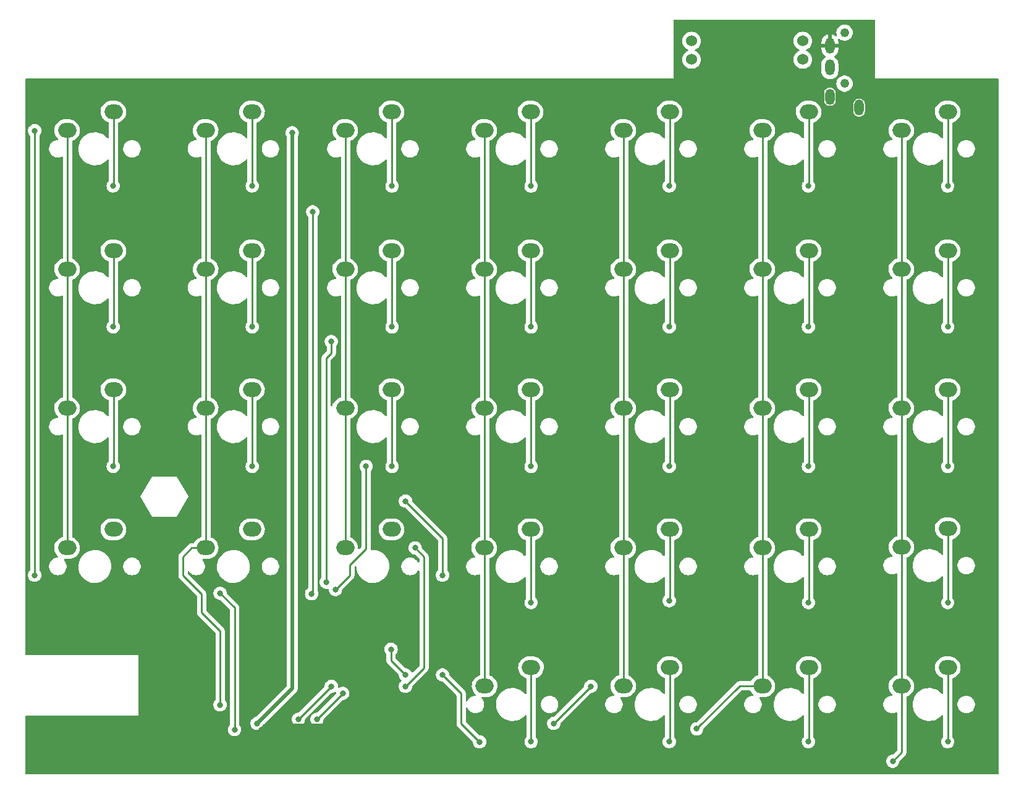
<source format=gbr>
%TF.GenerationSoftware,KiCad,Pcbnew,(7.0.0-0)*%
%TF.CreationDate,2023-03-19T23:48:32+09:00*%
%TF.ProjectId,11111_pcb,31313131-315f-4706-9362-2e6b69636164,rev?*%
%TF.SameCoordinates,Original*%
%TF.FileFunction,Copper,L1,Top*%
%TF.FilePolarity,Positive*%
%FSLAX46Y46*%
G04 Gerber Fmt 4.6, Leading zero omitted, Abs format (unit mm)*
G04 Created by KiCad (PCBNEW (7.0.0-0)) date 2023-03-19 23:48:32*
%MOMM*%
%LPD*%
G01*
G04 APERTURE LIST*
%TA.AperFunction,ComponentPad*%
%ADD10O,2.500000X2.000000*%
%TD*%
%TA.AperFunction,WasherPad*%
%ADD11C,1.210000*%
%TD*%
%TA.AperFunction,ComponentPad*%
%ADD12O,1.300000X2.200000*%
%TD*%
%TA.AperFunction,ComponentPad*%
%ADD13C,1.524000*%
%TD*%
%TA.AperFunction,ViaPad*%
%ADD14C,0.800000*%
%TD*%
%TA.AperFunction,Conductor*%
%ADD15C,0.250000*%
%TD*%
%TA.AperFunction,Conductor*%
%ADD16C,0.500000*%
%TD*%
G04 APERTURE END LIST*
D10*
%TO.P,SW46,1,1*%
%TO.N,Col3*%
X92074999Y-92769999D03*
%TO.P,SW46,2,2*%
%TO.N,Net-(D46-A)*%
X98424999Y-90229999D03*
%TD*%
D11*
%TO.P,J1,*%
%TO.N,*%
X141440000Y-22100000D03*
X141440000Y-29100000D03*
D12*
%TO.P,J1,A*%
%TO.N,unconnected-(J1-PadA)*%
X143439999Y-32399999D03*
%TO.P,J1,B*%
%TO.N,GND*%
X139439999Y-23899999D03*
%TO.P,J1,C*%
%TO.N,DataLeft*%
X139439999Y-26899999D03*
%TO.P,J1,D*%
%TO.N,VCC*%
X139439999Y-30899999D03*
%TD*%
D13*
%TO.P,REF\u002A\u002A,a*%
%TO.N,N/C*%
X120480000Y-23260000D03*
%TO.P,REF\u002A\u002A,b*%
X120480000Y-25800000D03*
%TO.P,REF\u002A\u002A,c*%
X135720000Y-23260000D03*
%TO.P,REF\u002A\u002A,d*%
X135720000Y-25800000D03*
%TD*%
D10*
%TO.P,SW34,1,1*%
%TO.N,Col5*%
X130174999Y-73599999D03*
%TO.P,SW34,2,2*%
%TO.N,Net-(D34-A)*%
X136524999Y-71059999D03*
%TD*%
%TO.P,SW15,1,1*%
%TO.N,Col0*%
X34924999Y-54549999D03*
%TO.P,SW15,2,2*%
%TO.N,Net-(D15-A)*%
X41274999Y-52009999D03*
%TD*%
%TO.P,SW45,1,1*%
%TO.N,Col2*%
X73024999Y-92769999D03*
%TO.P,SW45,2,2*%
%TO.N,Net-(D45-A)*%
X79374999Y-90229999D03*
%TD*%
%TO.P,SW57,1,1*%
%TO.N,Col3*%
X92134999Y-111699999D03*
%TO.P,SW57,2,2*%
%TO.N,Net-(D57-A)*%
X98484999Y-109159999D03*
%TD*%
%TO.P,SW1,1,1*%
%TO.N,Col0*%
X34924999Y-35499999D03*
%TO.P,SW1,2,2*%
%TO.N,Net-(D1-A)*%
X41274999Y-32959999D03*
%TD*%
%TO.P,SW58,1,1*%
%TO.N,Col4*%
X111124999Y-111699999D03*
%TO.P,SW58,2,2*%
%TO.N,Net-(D58-A)*%
X117474999Y-109159999D03*
%TD*%
%TO.P,SW16,1,1*%
%TO.N,Col1*%
X53904999Y-54549999D03*
%TO.P,SW16,2,2*%
%TO.N,Net-(D16-A)*%
X60254999Y-52009999D03*
%TD*%
%TO.P,SW19,1,1*%
%TO.N,Col4*%
X111124999Y-54549999D03*
%TO.P,SW19,2,2*%
%TO.N,Net-(D19-A)*%
X117474999Y-52009999D03*
%TD*%
%TO.P,SW43,1,1*%
%TO.N,Col0*%
X34924999Y-92769999D03*
%TO.P,SW43,2,2*%
%TO.N,Net-(D43-A)*%
X41274999Y-90229999D03*
%TD*%
%TO.P,SW47,1,1*%
%TO.N,Col4*%
X111124999Y-92769999D03*
%TO.P,SW47,2,2*%
%TO.N,Net-(D47-A)*%
X117474999Y-90229999D03*
%TD*%
%TO.P,SW35,1,1*%
%TO.N,Col6*%
X149224999Y-73599999D03*
%TO.P,SW35,2,2*%
%TO.N,Net-(D35-A)*%
X155574999Y-71059999D03*
%TD*%
%TO.P,SW30,1,1*%
%TO.N,Col1*%
X53904999Y-73599999D03*
%TO.P,SW30,2,2*%
%TO.N,Net-(D30-A)*%
X60254999Y-71059999D03*
%TD*%
%TO.P,SW33,1,1*%
%TO.N,Col4*%
X111124999Y-73599999D03*
%TO.P,SW33,2,2*%
%TO.N,Net-(D33-A)*%
X117474999Y-71059999D03*
%TD*%
%TO.P,SW6,1,1*%
%TO.N,Col5*%
X130174999Y-35499999D03*
%TO.P,SW6,2,2*%
%TO.N,Net-(D6-A)*%
X136524999Y-32959999D03*
%TD*%
%TO.P,SW44,1,1*%
%TO.N,Col1*%
X53904999Y-92769999D03*
%TO.P,SW44,2,2*%
%TO.N,Net-(D44-A)*%
X60254999Y-90229999D03*
%TD*%
%TO.P,SW49,1,1*%
%TO.N,Col6*%
X149224999Y-92649999D03*
%TO.P,SW49,2,2*%
%TO.N,Net-(D49-A)*%
X155574999Y-90109999D03*
%TD*%
%TO.P,SW21,1,1*%
%TO.N,Col6*%
X149224999Y-54549999D03*
%TO.P,SW21,2,2*%
%TO.N,Net-(D21-A)*%
X155574999Y-52009999D03*
%TD*%
%TO.P,SW29,1,1*%
%TO.N,Col0*%
X34924999Y-73599999D03*
%TO.P,SW29,2,2*%
%TO.N,Net-(D29-A)*%
X41274999Y-71059999D03*
%TD*%
%TO.P,SW4,1,1*%
%TO.N,Col3*%
X92074999Y-35499999D03*
%TO.P,SW4,2,2*%
%TO.N,Net-(D4-A)*%
X98424999Y-32959999D03*
%TD*%
%TO.P,SW59,1,1*%
%TO.N,Col5*%
X130174999Y-111699999D03*
%TO.P,SW59,2,2*%
%TO.N,Net-(D59-A)*%
X136524999Y-109159999D03*
%TD*%
%TO.P,SW20,1,1*%
%TO.N,Col5*%
X130174999Y-54549999D03*
%TO.P,SW20,2,2*%
%TO.N,Net-(D20-A)*%
X136524999Y-52009999D03*
%TD*%
%TO.P,SW32,1,1*%
%TO.N,Col3*%
X92074999Y-73599999D03*
%TO.P,SW32,2,2*%
%TO.N,Net-(D32-A)*%
X98424999Y-71059999D03*
%TD*%
%TO.P,SW2,1,1*%
%TO.N,Col1*%
X53904999Y-35499999D03*
%TO.P,SW2,2,2*%
%TO.N,Net-(D2-A)*%
X60254999Y-32959999D03*
%TD*%
%TO.P,SW3,1,1*%
%TO.N,Col2*%
X73024999Y-35499999D03*
%TO.P,SW3,2,2*%
%TO.N,Net-(D3-A)*%
X79374999Y-32959999D03*
%TD*%
%TO.P,SW7,1,1*%
%TO.N,Col6*%
X149224999Y-35499999D03*
%TO.P,SW7,2,2*%
%TO.N,Net-(D7-A)*%
X155574999Y-32959999D03*
%TD*%
%TO.P,SW17,1,1*%
%TO.N,Col2*%
X73024999Y-54549999D03*
%TO.P,SW17,2,2*%
%TO.N,Net-(D17-A)*%
X79374999Y-52009999D03*
%TD*%
%TO.P,SW48,1,1*%
%TO.N,Col5*%
X130174999Y-92769999D03*
%TO.P,SW48,2,2*%
%TO.N,Net-(D48-A)*%
X136524999Y-90229999D03*
%TD*%
%TO.P,SW60,1,1*%
%TO.N,Col6*%
X149224999Y-111699999D03*
%TO.P,SW60,2,2*%
%TO.N,Net-(D60-A)*%
X155574999Y-109159999D03*
%TD*%
%TO.P,SW18,1,1*%
%TO.N,Col3*%
X92074999Y-54549999D03*
%TO.P,SW18,2,2*%
%TO.N,Net-(D18-A)*%
X98424999Y-52009999D03*
%TD*%
%TO.P,SW31,1,1*%
%TO.N,Col2*%
X73024999Y-73599999D03*
%TO.P,SW31,2,2*%
%TO.N,Net-(D31-A)*%
X79374999Y-71059999D03*
%TD*%
%TO.P,SW5,1,1*%
%TO.N,Col4*%
X111124999Y-35499999D03*
%TO.P,SW5,2,2*%
%TO.N,Net-(D5-A)*%
X117474999Y-32959999D03*
%TD*%
D14*
%TO.N,Row0*%
X68425500Y-99060000D03*
X68580000Y-46680000D03*
%TO.N,Net-(D1-A)*%
X41240000Y-43140000D03*
%TO.N,Net-(D2-A)*%
X60290000Y-43140000D03*
%TO.N,Net-(D3-A)*%
X79440000Y-43140000D03*
%TO.N,Net-(D4-A)*%
X98490000Y-43140000D03*
%TO.N,Net-(D5-A)*%
X117430000Y-43140000D03*
%TO.N,Net-(D6-A)*%
X136500000Y-43140000D03*
%TO.N,Net-(D7-A)*%
X155575000Y-43140000D03*
%TO.N,Row1*%
X71120000Y-64460000D03*
X70430000Y-97479195D03*
%TO.N,Net-(D15-A)*%
X41240000Y-62460000D03*
%TO.N,Net-(D16-A)*%
X60290000Y-62460000D03*
%TO.N,Net-(D17-A)*%
X79440000Y-62460000D03*
%TO.N,Net-(D18-A)*%
X98490000Y-62460000D03*
%TO.N,Net-(D19-A)*%
X117430000Y-62460000D03*
%TO.N,Net-(D20-A)*%
X136500000Y-62460000D03*
%TO.N,Net-(D21-A)*%
X155575000Y-62460000D03*
%TO.N,Row2*%
X71690000Y-98490000D03*
X75890000Y-81590000D03*
%TO.N,Net-(D29-A)*%
X41240000Y-81590000D03*
%TO.N,Net-(D30-A)*%
X60290000Y-81590000D03*
%TO.N,Net-(D31-A)*%
X79440000Y-81590000D03*
%TO.N,Net-(D32-A)*%
X98490000Y-81590000D03*
%TO.N,Net-(D33-A)*%
X117430000Y-81590000D03*
%TO.N,Net-(D34-A)*%
X136500000Y-81590000D03*
%TO.N,Net-(D35-A)*%
X155575000Y-81590000D03*
%TO.N,Row3*%
X86360000Y-96520000D03*
X81280000Y-86360000D03*
%TO.N,Net-(D46-A)*%
X98490000Y-100270000D03*
%TO.N,Net-(D47-A)*%
X117430000Y-100020000D03*
%TO.N,Net-(D48-A)*%
X136500000Y-100270000D03*
%TO.N,Net-(D49-A)*%
X155575000Y-100270000D03*
%TO.N,Row4*%
X91440000Y-119380000D03*
X86360000Y-110180000D03*
X81280000Y-110180000D03*
X79310000Y-106680000D03*
%TO.N,Net-(D57-A)*%
X98490000Y-119340000D03*
%TO.N,Net-(D58-A)*%
X117430000Y-119340000D03*
%TO.N,Net-(D59-A)*%
X136500000Y-119340000D03*
%TO.N,Net-(D60-A)*%
X155575000Y-119340000D03*
%TO.N,DataLeft*%
X30480000Y-96520000D03*
X30480000Y-35560000D03*
%TO.N,GND*%
X47435000Y-106680000D03*
X116840000Y-106680000D03*
X127522000Y-24472000D03*
X61530000Y-117683510D03*
X45720000Y-117689500D03*
X77050000Y-107530000D03*
X76200000Y-117564500D03*
%TO.N,VCC*%
X60960000Y-116840000D03*
X65760000Y-35840000D03*
%TO.N,Col0*%
X57869500Y-117689500D03*
X55880000Y-98985500D03*
%TO.N,Col1*%
X55880000Y-114300000D03*
%TO.N,Col2*%
X81280000Y-111760000D03*
X71120000Y-111760000D03*
X82610000Y-92770000D03*
X66610000Y-116270000D03*
%TO.N,Col3*%
X69150000Y-116270000D03*
X72700000Y-112720000D03*
%TO.N,Col4*%
X106680000Y-111760000D03*
X101600000Y-116840000D03*
%TO.N,Col5*%
X121195000Y-117565000D03*
%TO.N,Col6*%
X148039500Y-122030500D03*
%TD*%
D15*
%TO.N,Row0*%
X68580000Y-99060000D02*
X68580000Y-46680000D01*
%TO.N,Net-(D1-A)*%
X41275000Y-32960000D02*
X41275000Y-43105000D01*
X41275000Y-43105000D02*
X41240000Y-43140000D01*
%TO.N,Net-(D2-A)*%
X60255000Y-32960000D02*
X60255000Y-43105000D01*
X60255000Y-43105000D02*
X60290000Y-43140000D01*
%TO.N,Net-(D3-A)*%
X79375000Y-32960000D02*
X79375000Y-43075000D01*
X79375000Y-43075000D02*
X79440000Y-43140000D01*
%TO.N,Net-(D4-A)*%
X98425000Y-32960000D02*
X98425000Y-43075000D01*
X98425000Y-43075000D02*
X98490000Y-43140000D01*
%TO.N,Net-(D5-A)*%
X117475000Y-43095000D02*
X117430000Y-43140000D01*
X117475000Y-32960000D02*
X117475000Y-43095000D01*
%TO.N,Net-(D6-A)*%
X136525000Y-43115000D02*
X136500000Y-43140000D01*
X136525000Y-32960000D02*
X136525000Y-43115000D01*
%TO.N,Net-(D7-A)*%
X155575000Y-32960000D02*
X155575000Y-43140000D01*
%TO.N,Row1*%
X70430000Y-97479195D02*
X70430000Y-66730000D01*
X71120000Y-66040000D02*
X71120000Y-64460000D01*
X70430000Y-66730000D02*
X71120000Y-66040000D01*
%TO.N,Net-(D15-A)*%
X41275000Y-52010000D02*
X41275000Y-62425000D01*
X41275000Y-62425000D02*
X41240000Y-62460000D01*
%TO.N,Net-(D16-A)*%
X60255000Y-52010000D02*
X60255000Y-62425000D01*
X60255000Y-62425000D02*
X60290000Y-62460000D01*
%TO.N,Net-(D17-A)*%
X79375000Y-52010000D02*
X79375000Y-62395000D01*
X79375000Y-62395000D02*
X79440000Y-62460000D01*
%TO.N,Net-(D18-A)*%
X98425000Y-52010000D02*
X98425000Y-62395000D01*
X98425000Y-62395000D02*
X98490000Y-62460000D01*
%TO.N,Net-(D19-A)*%
X117475000Y-62415000D02*
X117430000Y-62460000D01*
X117475000Y-52010000D02*
X117475000Y-62415000D01*
%TO.N,Net-(D20-A)*%
X136525000Y-52010000D02*
X136525000Y-62435000D01*
X136525000Y-62435000D02*
X136500000Y-62460000D01*
%TO.N,Net-(D21-A)*%
X155575000Y-52010000D02*
X155575000Y-62460000D01*
%TO.N,Row2*%
X75890000Y-92896243D02*
X75890000Y-81590000D01*
X73660000Y-95126243D02*
X75890000Y-92896243D01*
X73660000Y-96520000D02*
X73660000Y-95126243D01*
X71690000Y-98490000D02*
X73660000Y-96520000D01*
%TO.N,Net-(D29-A)*%
X41275000Y-81555000D02*
X41240000Y-81590000D01*
X41275000Y-71060000D02*
X41275000Y-81555000D01*
%TO.N,Net-(D30-A)*%
X60255000Y-81555000D02*
X60290000Y-81590000D01*
X60255000Y-71060000D02*
X60255000Y-81555000D01*
%TO.N,Net-(D31-A)*%
X79375000Y-71060000D02*
X79375000Y-81525000D01*
X79375000Y-81525000D02*
X79440000Y-81590000D01*
%TO.N,Net-(D32-A)*%
X98425000Y-81525000D02*
X98490000Y-81590000D01*
X98425000Y-71060000D02*
X98425000Y-81525000D01*
%TO.N,Net-(D33-A)*%
X117475000Y-71060000D02*
X117475000Y-81545000D01*
X117475000Y-81545000D02*
X117430000Y-81590000D01*
%TO.N,Net-(D34-A)*%
X136525000Y-81565000D02*
X136500000Y-81590000D01*
X136525000Y-71060000D02*
X136525000Y-81565000D01*
%TO.N,Net-(D35-A)*%
X155575000Y-71060000D02*
X155575000Y-81590000D01*
%TO.N,Row3*%
X81280000Y-86360000D02*
X86360000Y-91440000D01*
X86360000Y-91440000D02*
X86360000Y-96520000D01*
%TO.N,Net-(D46-A)*%
X98425000Y-90230000D02*
X98425000Y-100205000D01*
X98425000Y-100205000D02*
X98490000Y-100270000D01*
%TO.N,Net-(D47-A)*%
X117475000Y-99975000D02*
X117430000Y-100020000D01*
X117475000Y-90230000D02*
X117475000Y-99975000D01*
%TO.N,Net-(D48-A)*%
X136525000Y-90230000D02*
X136525000Y-100245000D01*
X136525000Y-100245000D02*
X136500000Y-100270000D01*
%TO.N,Net-(D49-A)*%
X155575000Y-90110000D02*
X155575000Y-100270000D01*
%TO.N,Row4*%
X88900000Y-112720000D02*
X86360000Y-110180000D01*
X91440000Y-119380000D02*
X88900000Y-116840000D01*
X79310000Y-106680000D02*
X79310000Y-108210000D01*
X88900000Y-116840000D02*
X88900000Y-112720000D01*
X79310000Y-108210000D02*
X81280000Y-110180000D01*
%TO.N,Net-(D57-A)*%
X98485000Y-119335000D02*
X98490000Y-119340000D01*
X98485000Y-109160000D02*
X98485000Y-119335000D01*
%TO.N,Net-(D58-A)*%
X117475000Y-109160000D02*
X117475000Y-119295000D01*
X117475000Y-119295000D02*
X117430000Y-119340000D01*
%TO.N,Net-(D59-A)*%
X136525000Y-109160000D02*
X136525000Y-119315000D01*
X136525000Y-119315000D02*
X136500000Y-119340000D01*
%TO.N,Net-(D60-A)*%
X155575000Y-109160000D02*
X155575000Y-119340000D01*
%TO.N,DataLeft*%
X30480000Y-96520000D02*
X30480000Y-35560000D01*
D16*
%TO.N,GND*%
X121920000Y-101600000D02*
X116840000Y-106680000D01*
X45720000Y-117689500D02*
X50225000Y-113184500D01*
X121920000Y-30074000D02*
X121920000Y-101600000D01*
X75755500Y-117120000D02*
X62093510Y-117120000D01*
X76200000Y-108380000D02*
X77050000Y-107530000D01*
X76200000Y-117564500D02*
X75755500Y-117120000D01*
X62093510Y-117120000D02*
X61530000Y-117683510D01*
X76200000Y-117564500D02*
X76200000Y-108380000D01*
X50225000Y-113184500D02*
X50225000Y-109470000D01*
X127522000Y-24472000D02*
X121920000Y-30074000D01*
X50225000Y-109470000D02*
X47435000Y-106680000D01*
%TO.N,VCC*%
X65760000Y-112040000D02*
X65760000Y-35840000D01*
X60960000Y-116840000D02*
X65760000Y-112040000D01*
D15*
%TO.N,Col0*%
X57869500Y-100975000D02*
X55880000Y-98985500D01*
X34980000Y-35555000D02*
X34980000Y-92715000D01*
X57869500Y-117689500D02*
X57869500Y-100975000D01*
X34925000Y-35500000D02*
X34980000Y-35555000D01*
X34980000Y-92715000D02*
X34925000Y-92770000D01*
%TO.N,Col1*%
X53960000Y-92715000D02*
X53905000Y-92770000D01*
X50800000Y-93980000D02*
X52010000Y-92770000D01*
X52010000Y-92770000D02*
X53905000Y-92770000D01*
X53960000Y-35555000D02*
X53960000Y-92715000D01*
X53340000Y-99060000D02*
X50800000Y-96520000D01*
X55880000Y-104140000D02*
X53340000Y-101600000D01*
X53340000Y-101600000D02*
X53340000Y-99060000D01*
X50800000Y-96520000D02*
X50800000Y-93980000D01*
X55880000Y-114300000D02*
X55880000Y-104140000D01*
X53905000Y-35500000D02*
X53960000Y-35555000D01*
%TO.N,Col2*%
X73080000Y-35555000D02*
X73080000Y-92715000D01*
X73025000Y-35500000D02*
X73080000Y-35555000D01*
X66610000Y-116270000D02*
X71120000Y-111760000D01*
X83820000Y-93980000D02*
X83820000Y-109220000D01*
X83820000Y-109220000D02*
X81280000Y-111760000D01*
X82610000Y-92770000D02*
X83820000Y-93980000D01*
X73080000Y-92715000D02*
X73025000Y-92770000D01*
%TO.N,Col3*%
X92075000Y-92770000D02*
X92135000Y-92830000D01*
X92130000Y-35555000D02*
X92130000Y-92715000D01*
X69150000Y-116270000D02*
X72700000Y-112720000D01*
X92130000Y-92715000D02*
X92075000Y-92770000D01*
X92135000Y-92830000D02*
X92135000Y-111700000D01*
X92075000Y-35500000D02*
X92130000Y-35555000D01*
%TO.N,Col4*%
X104140000Y-114300000D02*
X101600000Y-116840000D01*
X106680000Y-111760000D02*
X104140000Y-114300000D01*
X111180000Y-35555000D02*
X111180000Y-111645000D01*
X111180000Y-111645000D02*
X111125000Y-111700000D01*
X111125000Y-35500000D02*
X111180000Y-35555000D01*
%TO.N,Col5*%
X130175000Y-35500000D02*
X130230000Y-35555000D01*
X130230000Y-111645000D02*
X130175000Y-111700000D01*
X127060000Y-111700000D02*
X130175000Y-111700000D01*
X130230000Y-35555000D02*
X130230000Y-111645000D01*
X121195000Y-117565000D02*
X127060000Y-111700000D01*
%TO.N,Col6*%
X148039500Y-122030500D02*
X149280000Y-120790000D01*
X149280000Y-111645000D02*
X149225000Y-111700000D01*
X149280000Y-35555000D02*
X149280000Y-111645000D01*
X149280000Y-120790000D02*
X149280000Y-111755000D01*
X149225000Y-35500000D02*
X149280000Y-35555000D01*
X149280000Y-111755000D02*
X149225000Y-111700000D01*
%TD*%
%TA.AperFunction,Conductor*%
%TO.N,GND*%
G36*
X145537500Y-20337113D02*
G01*
X145582887Y-20382500D01*
X145599500Y-20444500D01*
X145599500Y-28399901D01*
X145599459Y-28400000D01*
X145599500Y-28400099D01*
X145599617Y-28400383D01*
X145600000Y-28400541D01*
X145600099Y-28400500D01*
X162436000Y-28400500D01*
X162498000Y-28417113D01*
X162543387Y-28462500D01*
X162560000Y-28524500D01*
X162560000Y-123675500D01*
X162543387Y-123737500D01*
X162498000Y-123782887D01*
X162436000Y-123799500D01*
X29324500Y-123799500D01*
X29262500Y-123782887D01*
X29217113Y-123737500D01*
X29200500Y-123675500D01*
X29200500Y-115924500D01*
X29217113Y-115862500D01*
X29262500Y-115817113D01*
X29324500Y-115800500D01*
X44719901Y-115800500D01*
X44720000Y-115800541D01*
X44720383Y-115800383D01*
X44720500Y-115800099D01*
X44720541Y-115800000D01*
X44720500Y-115799901D01*
X44720500Y-107500099D01*
X44720541Y-107500000D01*
X44720383Y-107499617D01*
X44720099Y-107499500D01*
X44720000Y-107499459D01*
X44719901Y-107499500D01*
X31606929Y-107499500D01*
X31565621Y-107492417D01*
X31550104Y-107486934D01*
X31541159Y-107483774D01*
X31541156Y-107483773D01*
X31536194Y-107482020D01*
X31530996Y-107481128D01*
X31529576Y-107480759D01*
X31529101Y-107480658D01*
X31526951Y-107479920D01*
X31521895Y-107479076D01*
X31521894Y-107479076D01*
X31415000Y-107461238D01*
X31414803Y-107461204D01*
X31299881Y-107441500D01*
X31296712Y-107441500D01*
X31063288Y-107441500D01*
X31058227Y-107442344D01*
X31058220Y-107442345D01*
X31008987Y-107450560D01*
X30999098Y-107451804D01*
X30946356Y-107456293D01*
X30946347Y-107456294D01*
X30941102Y-107456741D01*
X30936001Y-107458069D01*
X30935996Y-107458070D01*
X30891414Y-107469678D01*
X30880581Y-107471988D01*
X30838105Y-107479076D01*
X30838101Y-107479076D01*
X30833049Y-107479920D01*
X30795585Y-107492781D01*
X30755324Y-107499500D01*
X29324500Y-107499500D01*
X29262500Y-107482887D01*
X29217113Y-107437500D01*
X29200500Y-107375500D01*
X29200500Y-96520000D01*
X29566496Y-96520000D01*
X29567175Y-96526460D01*
X29585778Y-96703467D01*
X29585779Y-96703475D01*
X29586458Y-96709928D01*
X29588463Y-96716100D01*
X29588465Y-96716107D01*
X29641544Y-96879464D01*
X29645473Y-96891556D01*
X29648720Y-96897180D01*
X29648721Y-96897182D01*
X29736695Y-97049558D01*
X29740960Y-97056944D01*
X29868747Y-97198866D01*
X29873997Y-97202680D01*
X29874000Y-97202683D01*
X29984667Y-97283087D01*
X30023248Y-97311118D01*
X30197712Y-97388794D01*
X30204070Y-97390145D01*
X30204072Y-97390146D01*
X30240874Y-97397968D01*
X30384513Y-97428500D01*
X30568984Y-97428500D01*
X30575487Y-97428500D01*
X30762288Y-97388794D01*
X30936752Y-97311118D01*
X31091253Y-97198866D01*
X31219040Y-97056944D01*
X31314527Y-96891556D01*
X31373542Y-96709928D01*
X31393504Y-96520000D01*
X31378111Y-96373545D01*
X31374221Y-96336532D01*
X31374220Y-96336531D01*
X31373542Y-96330072D01*
X31314527Y-96148444D01*
X31219040Y-95983056D01*
X31145349Y-95901214D01*
X31121736Y-95862681D01*
X31113500Y-95818243D01*
X31113500Y-95421243D01*
X32454500Y-95421243D01*
X32455551Y-95426869D01*
X32455552Y-95426872D01*
X32480632Y-95561034D01*
X32495382Y-95639940D01*
X32497452Y-95645285D01*
X32497453Y-95645286D01*
X32514463Y-95689195D01*
X32575753Y-95847401D01*
X32609073Y-95901215D01*
X32685366Y-96024434D01*
X32692876Y-96036562D01*
X32696736Y-96040796D01*
X32838897Y-96196740D01*
X32838901Y-96196744D01*
X32842764Y-96200981D01*
X32847337Y-96204434D01*
X32847341Y-96204438D01*
X33013708Y-96330072D01*
X33020311Y-96335058D01*
X33219472Y-96434229D01*
X33433464Y-96495115D01*
X33599497Y-96510500D01*
X33707631Y-96510500D01*
X33710503Y-96510500D01*
X33876536Y-96495115D01*
X34090528Y-96434229D01*
X34289689Y-96335058D01*
X34467236Y-96200981D01*
X34617124Y-96036562D01*
X34734247Y-95847401D01*
X34814618Y-95639940D01*
X34855500Y-95421243D01*
X34855500Y-95385369D01*
X36480723Y-95385369D01*
X36481137Y-95389490D01*
X36481138Y-95389501D01*
X36510466Y-95681034D01*
X36510467Y-95681044D01*
X36510882Y-95685162D01*
X36511842Y-95689193D01*
X36511843Y-95689195D01*
X36579409Y-95972716D01*
X36580731Y-95978261D01*
X36582220Y-95982128D01*
X36582221Y-95982130D01*
X36596996Y-96020493D01*
X36689023Y-96259434D01*
X36691007Y-96263055D01*
X36691013Y-96263067D01*
X36791646Y-96446698D01*
X36833825Y-96523665D01*
X36836281Y-96526998D01*
X36836284Y-96527003D01*
X36998756Y-96747511D01*
X37012554Y-96766238D01*
X37222020Y-96982824D01*
X37341737Y-97077363D01*
X37455230Y-97166988D01*
X37455234Y-97166990D01*
X37458485Y-97169558D01*
X37462049Y-97171669D01*
X37462052Y-97171671D01*
X37511568Y-97200999D01*
X37717730Y-97323109D01*
X37721534Y-97324722D01*
X37721538Y-97324724D01*
X37814243Y-97364034D01*
X37995128Y-97440736D01*
X38285729Y-97520340D01*
X38584347Y-97560500D01*
X38808162Y-97560500D01*
X38810244Y-97560500D01*
X39035634Y-97545412D01*
X39330903Y-97485396D01*
X39615537Y-97386560D01*
X39884459Y-97250668D01*
X40132869Y-97080144D01*
X40356333Y-96878032D01*
X40550865Y-96647939D01*
X40712993Y-96393970D01*
X40839823Y-96120658D01*
X40929093Y-95832879D01*
X40979209Y-95535770D01*
X40983038Y-95421243D01*
X42614500Y-95421243D01*
X42615551Y-95426869D01*
X42615552Y-95426872D01*
X42640632Y-95561034D01*
X42655382Y-95639940D01*
X42657452Y-95645285D01*
X42657453Y-95645286D01*
X42674463Y-95689195D01*
X42735753Y-95847401D01*
X42769073Y-95901215D01*
X42845366Y-96024434D01*
X42852876Y-96036562D01*
X42856736Y-96040796D01*
X42998897Y-96196740D01*
X42998901Y-96196744D01*
X43002764Y-96200981D01*
X43007337Y-96204434D01*
X43007341Y-96204438D01*
X43173708Y-96330072D01*
X43180311Y-96335058D01*
X43379472Y-96434229D01*
X43593464Y-96495115D01*
X43759497Y-96510500D01*
X43867631Y-96510500D01*
X43870503Y-96510500D01*
X44036536Y-96495115D01*
X44250528Y-96434229D01*
X44449689Y-96335058D01*
X44627236Y-96200981D01*
X44777124Y-96036562D01*
X44894247Y-95847401D01*
X44974618Y-95639940D01*
X45015500Y-95421243D01*
X45015500Y-95198757D01*
X44974618Y-94980060D01*
X44894247Y-94772599D01*
X44777124Y-94583438D01*
X44672170Y-94468309D01*
X44631102Y-94423259D01*
X44631097Y-94423255D01*
X44627236Y-94419019D01*
X44622663Y-94415566D01*
X44622658Y-94415561D01*
X44454261Y-94288394D01*
X44454256Y-94288391D01*
X44449689Y-94284942D01*
X44444563Y-94282389D01*
X44444559Y-94282387D01*
X44255658Y-94188325D01*
X44255653Y-94188323D01*
X44250528Y-94185771D01*
X44245021Y-94184204D01*
X44245013Y-94184201D01*
X44042050Y-94126454D01*
X44042051Y-94126454D01*
X44036536Y-94124885D01*
X44030828Y-94124356D01*
X43873363Y-94109765D01*
X43873362Y-94109764D01*
X43870503Y-94109500D01*
X43759497Y-94109500D01*
X43756638Y-94109764D01*
X43756636Y-94109765D01*
X43599171Y-94124356D01*
X43599169Y-94124356D01*
X43593464Y-94124885D01*
X43587950Y-94126453D01*
X43587949Y-94126454D01*
X43384986Y-94184201D01*
X43384975Y-94184205D01*
X43379472Y-94185771D01*
X43374349Y-94188321D01*
X43374341Y-94188325D01*
X43185440Y-94282387D01*
X43185431Y-94282392D01*
X43180311Y-94284942D01*
X43175748Y-94288387D01*
X43175738Y-94288394D01*
X43007341Y-94415561D01*
X43007330Y-94415570D01*
X43002764Y-94419019D01*
X42998907Y-94423249D01*
X42998897Y-94423259D01*
X42856736Y-94579203D01*
X42856732Y-94579207D01*
X42852876Y-94583438D01*
X42849864Y-94588301D01*
X42849859Y-94588309D01*
X42744945Y-94757753D01*
X42735753Y-94772599D01*
X42733685Y-94777936D01*
X42733683Y-94777941D01*
X42657453Y-94974713D01*
X42655382Y-94980060D01*
X42654328Y-94985694D01*
X42654328Y-94985697D01*
X42622471Y-95156118D01*
X42614500Y-95198757D01*
X42614500Y-95421243D01*
X40983038Y-95421243D01*
X40989277Y-95234631D01*
X40959118Y-94934838D01*
X40889269Y-94641739D01*
X40780977Y-94360566D01*
X40764015Y-94329615D01*
X40708457Y-94228234D01*
X40636175Y-94096335D01*
X40601989Y-94049938D01*
X40535680Y-93959943D01*
X50161780Y-93959943D01*
X50162514Y-93967708D01*
X50162514Y-93967711D01*
X50165950Y-94004058D01*
X50166500Y-94015727D01*
X50166500Y-96441154D01*
X50165968Y-96452437D01*
X50164298Y-96459909D01*
X50164543Y-96467705D01*
X50164543Y-96467707D01*
X50166439Y-96528017D01*
X50166500Y-96531913D01*
X50166500Y-96559856D01*
X50166988Y-96563721D01*
X50166989Y-96563732D01*
X50167019Y-96563970D01*
X50167934Y-96575596D01*
X50169081Y-96612096D01*
X50169082Y-96612103D01*
X50169327Y-96619889D01*
X50171500Y-96627370D01*
X50171502Y-96627380D01*
X50175022Y-96639495D01*
X50178967Y-96658542D01*
X50181526Y-96678797D01*
X50184395Y-96686045D01*
X50184398Y-96686054D01*
X50197838Y-96720001D01*
X50201621Y-96731048D01*
X50205296Y-96743698D01*
X50213982Y-96773593D01*
X50217953Y-96780308D01*
X50217954Y-96780310D01*
X50224375Y-96791168D01*
X50232930Y-96808631D01*
X50240448Y-96827617D01*
X50245030Y-96833924D01*
X50245031Y-96833925D01*
X50266491Y-96863462D01*
X50272905Y-96873227D01*
X50275747Y-96878032D01*
X50295458Y-96911362D01*
X50300975Y-96916879D01*
X50300976Y-96916880D01*
X50309889Y-96925793D01*
X50322525Y-96940588D01*
X50329938Y-96950791D01*
X50329943Y-96950796D01*
X50334528Y-96957107D01*
X50365615Y-96982824D01*
X50368667Y-96985349D01*
X50377308Y-96993212D01*
X52670181Y-99286085D01*
X52697061Y-99326313D01*
X52706500Y-99373766D01*
X52706500Y-101521154D01*
X52705968Y-101532437D01*
X52704298Y-101539909D01*
X52704543Y-101547705D01*
X52704543Y-101547707D01*
X52706439Y-101608017D01*
X52706500Y-101611913D01*
X52706500Y-101639856D01*
X52706988Y-101643721D01*
X52706989Y-101643732D01*
X52707019Y-101643970D01*
X52707934Y-101655596D01*
X52709081Y-101692096D01*
X52709082Y-101692103D01*
X52709327Y-101699889D01*
X52711500Y-101707370D01*
X52711502Y-101707380D01*
X52715022Y-101719495D01*
X52718967Y-101738542D01*
X52721526Y-101758797D01*
X52724395Y-101766045D01*
X52724398Y-101766054D01*
X52737838Y-101800001D01*
X52741621Y-101811048D01*
X52753982Y-101853593D01*
X52757953Y-101860308D01*
X52757954Y-101860310D01*
X52764375Y-101871168D01*
X52772930Y-101888631D01*
X52780448Y-101907617D01*
X52785030Y-101913924D01*
X52785031Y-101913925D01*
X52806491Y-101943462D01*
X52812905Y-101953227D01*
X52835458Y-101991362D01*
X52840976Y-101996880D01*
X52849889Y-102005793D01*
X52862525Y-102020588D01*
X52869938Y-102030791D01*
X52869943Y-102030796D01*
X52874528Y-102037107D01*
X52908667Y-102065349D01*
X52917308Y-102073212D01*
X55210181Y-104366085D01*
X55237061Y-104406313D01*
X55246500Y-104453766D01*
X55246500Y-113598243D01*
X55238264Y-113642681D01*
X55214650Y-113681214D01*
X55140960Y-113763056D01*
X55137714Y-113768676D01*
X55137711Y-113768682D01*
X55048721Y-113922817D01*
X55048718Y-113922822D01*
X55045473Y-113928444D01*
X55043467Y-113934616D01*
X55043465Y-113934622D01*
X54988465Y-114103892D01*
X54988463Y-114103901D01*
X54986458Y-114110072D01*
X54985780Y-114116522D01*
X54985778Y-114116532D01*
X54969479Y-114271618D01*
X54966496Y-114300000D01*
X54967175Y-114306460D01*
X54985778Y-114483467D01*
X54985779Y-114483475D01*
X54986458Y-114489928D01*
X54988463Y-114496100D01*
X54988465Y-114496107D01*
X55029161Y-114621353D01*
X55045473Y-114671556D01*
X55048720Y-114677180D01*
X55048721Y-114677182D01*
X55103494Y-114772052D01*
X55140960Y-114836944D01*
X55268747Y-114978866D01*
X55273997Y-114982680D01*
X55274000Y-114982683D01*
X55354483Y-115041157D01*
X55423248Y-115091118D01*
X55429181Y-115093759D01*
X55429182Y-115093760D01*
X55529564Y-115138453D01*
X55597712Y-115168794D01*
X55604070Y-115170145D01*
X55604072Y-115170146D01*
X55640874Y-115177968D01*
X55784513Y-115208500D01*
X55968984Y-115208500D01*
X55975487Y-115208500D01*
X56162288Y-115168794D01*
X56336752Y-115091118D01*
X56491253Y-114978866D01*
X56619040Y-114836944D01*
X56714527Y-114671556D01*
X56773542Y-114489928D01*
X56793504Y-114300000D01*
X56773542Y-114110072D01*
X56714527Y-113928444D01*
X56619040Y-113763056D01*
X56545349Y-113681214D01*
X56521736Y-113642681D01*
X56513500Y-113598243D01*
X56513500Y-104218835D01*
X56514031Y-104207560D01*
X56515701Y-104200091D01*
X56513560Y-104132000D01*
X56513500Y-104128106D01*
X56513500Y-104104036D01*
X56513500Y-104100144D01*
X56512982Y-104096043D01*
X56512064Y-104084387D01*
X56510673Y-104040110D01*
X56504979Y-104020513D01*
X56501031Y-104001449D01*
X56499452Y-103988943D01*
X56499451Y-103988940D01*
X56498474Y-103981203D01*
X56482163Y-103940007D01*
X56478380Y-103928958D01*
X56468194Y-103893897D01*
X56466018Y-103886406D01*
X56455625Y-103868833D01*
X56447063Y-103851355D01*
X56442423Y-103839635D01*
X56439552Y-103832383D01*
X56413512Y-103796543D01*
X56407097Y-103786776D01*
X56388515Y-103755354D01*
X56388512Y-103755350D01*
X56384542Y-103748637D01*
X56370106Y-103734201D01*
X56357469Y-103719405D01*
X56350058Y-103709205D01*
X56350057Y-103709204D01*
X56345472Y-103702893D01*
X56311336Y-103674653D01*
X56302696Y-103666791D01*
X54009819Y-101373914D01*
X53982939Y-101333686D01*
X53973500Y-101286233D01*
X53973500Y-99138835D01*
X53974031Y-99127560D01*
X53975701Y-99120091D01*
X53973560Y-99052000D01*
X53973500Y-99048106D01*
X53973500Y-99024036D01*
X53973500Y-99020144D01*
X53972982Y-99016043D01*
X53972064Y-99004387D01*
X53971471Y-98985500D01*
X54966496Y-98985500D01*
X54967175Y-98991960D01*
X54985778Y-99168967D01*
X54985779Y-99168975D01*
X54986458Y-99175428D01*
X54988463Y-99181600D01*
X54988465Y-99181607D01*
X55043465Y-99350877D01*
X55045473Y-99357056D01*
X55048720Y-99362680D01*
X55048721Y-99362682D01*
X55088485Y-99431556D01*
X55140960Y-99522444D01*
X55268747Y-99664366D01*
X55273997Y-99668180D01*
X55274000Y-99668183D01*
X55416863Y-99771979D01*
X55423248Y-99776618D01*
X55429181Y-99779259D01*
X55429182Y-99779260D01*
X55590578Y-99851118D01*
X55597712Y-99854294D01*
X55604070Y-99855645D01*
X55604072Y-99855646D01*
X55640874Y-99863468D01*
X55784513Y-99894000D01*
X55841234Y-99894000D01*
X55888687Y-99903439D01*
X55928915Y-99930319D01*
X57199681Y-101201086D01*
X57226561Y-101241314D01*
X57236000Y-101288767D01*
X57236000Y-116987743D01*
X57227764Y-117032181D01*
X57204150Y-117070715D01*
X57177503Y-117100310D01*
X57130460Y-117152556D01*
X57127214Y-117158176D01*
X57127211Y-117158182D01*
X57038221Y-117312317D01*
X57038218Y-117312322D01*
X57034973Y-117317944D01*
X57032967Y-117324116D01*
X57032965Y-117324122D01*
X56977965Y-117493392D01*
X56977963Y-117493401D01*
X56975958Y-117499572D01*
X56975280Y-117506022D01*
X56975278Y-117506032D01*
X56962533Y-117627300D01*
X56955996Y-117689500D01*
X56956675Y-117695960D01*
X56975278Y-117872967D01*
X56975279Y-117872975D01*
X56975958Y-117879428D01*
X56977963Y-117885600D01*
X56977965Y-117885607D01*
X56992512Y-117930377D01*
X57034973Y-118061056D01*
X57038220Y-118066680D01*
X57038221Y-118066682D01*
X57061366Y-118106771D01*
X57130460Y-118226444D01*
X57258247Y-118368366D01*
X57263497Y-118372180D01*
X57263500Y-118372183D01*
X57400198Y-118471500D01*
X57412748Y-118480618D01*
X57587212Y-118558294D01*
X57593570Y-118559645D01*
X57593572Y-118559646D01*
X57630374Y-118567468D01*
X57774013Y-118598000D01*
X57958484Y-118598000D01*
X57964987Y-118598000D01*
X58151788Y-118558294D01*
X58326252Y-118480618D01*
X58480753Y-118368366D01*
X58608540Y-118226444D01*
X58704027Y-118061056D01*
X58763042Y-117879428D01*
X58783004Y-117689500D01*
X58763042Y-117499572D01*
X58704027Y-117317944D01*
X58608540Y-117152556D01*
X58534849Y-117070714D01*
X58511236Y-117032181D01*
X58503000Y-116987743D01*
X58503000Y-116840000D01*
X60046496Y-116840000D01*
X60047175Y-116846460D01*
X60065778Y-117023467D01*
X60065779Y-117023475D01*
X60066458Y-117029928D01*
X60068463Y-117036100D01*
X60068465Y-117036107D01*
X60117881Y-117188191D01*
X60125473Y-117211556D01*
X60128720Y-117217180D01*
X60128721Y-117217182D01*
X60183647Y-117312317D01*
X60220960Y-117376944D01*
X60348747Y-117518866D01*
X60353997Y-117522680D01*
X60354000Y-117522683D01*
X60421136Y-117571460D01*
X60503248Y-117631118D01*
X60509181Y-117633759D01*
X60509182Y-117633760D01*
X60634376Y-117689500D01*
X60677712Y-117708794D01*
X60684070Y-117710145D01*
X60684072Y-117710146D01*
X60720874Y-117717968D01*
X60864513Y-117748500D01*
X61048984Y-117748500D01*
X61055487Y-117748500D01*
X61242288Y-117708794D01*
X61416752Y-117631118D01*
X61571253Y-117518866D01*
X61699040Y-117376944D01*
X61794527Y-117211556D01*
X61849536Y-117042254D01*
X61879784Y-116992895D01*
X62602679Y-116270000D01*
X65696496Y-116270000D01*
X65697175Y-116276460D01*
X65715778Y-116453467D01*
X65715779Y-116453475D01*
X65716458Y-116459928D01*
X65718463Y-116466100D01*
X65718465Y-116466107D01*
X65773465Y-116635377D01*
X65775473Y-116641556D01*
X65778720Y-116647180D01*
X65778721Y-116647182D01*
X65851871Y-116773882D01*
X65870960Y-116806944D01*
X65998747Y-116948866D01*
X66003997Y-116952680D01*
X66004000Y-116952683D01*
X66118823Y-117036107D01*
X66153248Y-117061118D01*
X66159181Y-117063759D01*
X66159182Y-117063760D01*
X66265662Y-117111168D01*
X66327712Y-117138794D01*
X66334070Y-117140145D01*
X66334072Y-117140146D01*
X66335098Y-117140364D01*
X66514513Y-117178500D01*
X66698984Y-117178500D01*
X66705487Y-117178500D01*
X66892288Y-117138794D01*
X67066752Y-117061118D01*
X67221253Y-116948866D01*
X67349040Y-116806944D01*
X67444527Y-116641556D01*
X67503542Y-116459928D01*
X67520981Y-116293998D01*
X67532381Y-116253579D01*
X67556618Y-116219284D01*
X71071084Y-112704819D01*
X71111313Y-112677939D01*
X71158766Y-112668500D01*
X71208984Y-112668500D01*
X71215487Y-112668500D01*
X71402288Y-112628794D01*
X71576752Y-112551118D01*
X71597734Y-112535873D01*
X71649939Y-112513927D01*
X71706459Y-112517482D01*
X71755504Y-112545797D01*
X71786844Y-112592967D01*
X71793942Y-112649153D01*
X71789018Y-112695997D01*
X71777617Y-112736418D01*
X71753378Y-112770715D01*
X69198914Y-115325181D01*
X69158686Y-115352061D01*
X69111233Y-115361500D01*
X69054513Y-115361500D01*
X69048154Y-115362851D01*
X69048150Y-115362852D01*
X68874072Y-115399853D01*
X68874061Y-115399856D01*
X68867712Y-115401206D01*
X68861782Y-115403845D01*
X68861773Y-115403849D01*
X68699182Y-115476239D01*
X68699174Y-115476243D01*
X68693248Y-115478882D01*
X68687999Y-115482695D01*
X68687993Y-115482699D01*
X68544000Y-115587316D01*
X68543991Y-115587323D01*
X68538747Y-115591134D01*
X68534403Y-115595957D01*
X68534400Y-115595961D01*
X68433070Y-115708500D01*
X68410960Y-115733056D01*
X68407714Y-115738676D01*
X68407711Y-115738682D01*
X68318721Y-115892817D01*
X68318718Y-115892822D01*
X68315473Y-115898444D01*
X68313467Y-115904616D01*
X68313465Y-115904622D01*
X68258465Y-116073892D01*
X68258463Y-116073901D01*
X68256458Y-116080072D01*
X68255780Y-116086522D01*
X68255778Y-116086532D01*
X68238493Y-116250999D01*
X68236496Y-116270000D01*
X68237175Y-116276460D01*
X68255778Y-116453467D01*
X68255779Y-116453475D01*
X68256458Y-116459928D01*
X68258463Y-116466100D01*
X68258465Y-116466107D01*
X68313465Y-116635377D01*
X68315473Y-116641556D01*
X68318720Y-116647180D01*
X68318721Y-116647182D01*
X68391871Y-116773882D01*
X68410960Y-116806944D01*
X68538747Y-116948866D01*
X68543997Y-116952680D01*
X68544000Y-116952683D01*
X68658823Y-117036107D01*
X68693248Y-117061118D01*
X68699181Y-117063759D01*
X68699182Y-117063760D01*
X68805662Y-117111168D01*
X68867712Y-117138794D01*
X68874070Y-117140145D01*
X68874072Y-117140146D01*
X68875098Y-117140364D01*
X69054513Y-117178500D01*
X69238984Y-117178500D01*
X69245487Y-117178500D01*
X69432288Y-117138794D01*
X69606752Y-117061118D01*
X69761253Y-116948866D01*
X69889040Y-116806944D01*
X69984527Y-116641556D01*
X70043542Y-116459928D01*
X70060981Y-116293998D01*
X70072381Y-116253579D01*
X70096618Y-116219284D01*
X72651084Y-113664819D01*
X72691313Y-113637939D01*
X72738766Y-113628500D01*
X72788984Y-113628500D01*
X72795487Y-113628500D01*
X72982288Y-113588794D01*
X73156752Y-113511118D01*
X73311253Y-113398866D01*
X73439040Y-113256944D01*
X73534527Y-113091556D01*
X73593542Y-112909928D01*
X73613504Y-112720000D01*
X73596032Y-112553760D01*
X73594221Y-112536532D01*
X73594220Y-112536531D01*
X73593542Y-112530072D01*
X73534527Y-112348444D01*
X73439040Y-112183056D01*
X73311253Y-112041134D01*
X73306003Y-112037319D01*
X73305999Y-112037316D01*
X73162006Y-111932699D01*
X73162004Y-111932697D01*
X73156752Y-111928882D01*
X73150821Y-111926241D01*
X73150817Y-111926239D01*
X72988226Y-111853849D01*
X72988219Y-111853846D01*
X72982288Y-111851206D01*
X72975935Y-111849855D01*
X72975927Y-111849853D01*
X72801849Y-111812852D01*
X72801846Y-111812851D01*
X72795487Y-111811500D01*
X72604513Y-111811500D01*
X72598154Y-111812851D01*
X72598150Y-111812852D01*
X72424072Y-111849853D01*
X72424061Y-111849856D01*
X72417712Y-111851206D01*
X72411782Y-111853845D01*
X72411773Y-111853849D01*
X72249182Y-111926239D01*
X72249174Y-111926243D01*
X72243248Y-111928882D01*
X72237997Y-111932696D01*
X72237990Y-111932701D01*
X72222261Y-111944129D01*
X72170055Y-111966073D01*
X72113536Y-111962516D01*
X72064493Y-111934200D01*
X72033155Y-111887031D01*
X72026057Y-111830849D01*
X72033504Y-111760000D01*
X72013542Y-111570072D01*
X71954527Y-111388444D01*
X71859040Y-111223056D01*
X71731253Y-111081134D01*
X71726003Y-111077319D01*
X71725999Y-111077316D01*
X71582006Y-110972699D01*
X71582004Y-110972697D01*
X71576752Y-110968882D01*
X71570821Y-110966241D01*
X71570817Y-110966239D01*
X71408226Y-110893849D01*
X71408219Y-110893846D01*
X71402288Y-110891206D01*
X71395935Y-110889855D01*
X71395927Y-110889853D01*
X71221849Y-110852852D01*
X71221846Y-110852851D01*
X71215487Y-110851500D01*
X71024513Y-110851500D01*
X71018154Y-110852851D01*
X71018150Y-110852852D01*
X70844072Y-110889853D01*
X70844061Y-110889856D01*
X70837712Y-110891206D01*
X70831782Y-110893845D01*
X70831773Y-110893849D01*
X70669182Y-110966239D01*
X70669174Y-110966243D01*
X70663248Y-110968882D01*
X70657999Y-110972695D01*
X70657993Y-110972699D01*
X70514000Y-111077316D01*
X70513991Y-111077323D01*
X70508747Y-111081134D01*
X70504403Y-111085957D01*
X70504400Y-111085961D01*
X70405809Y-111195458D01*
X70380960Y-111223056D01*
X70377714Y-111228676D01*
X70377711Y-111228682D01*
X70288721Y-111382817D01*
X70288718Y-111382822D01*
X70285473Y-111388444D01*
X70283467Y-111394616D01*
X70283465Y-111394622D01*
X70228465Y-111563892D01*
X70228463Y-111563901D01*
X70226458Y-111570072D01*
X70225779Y-111576531D01*
X70225779Y-111576532D01*
X70209018Y-111735996D01*
X70197617Y-111776418D01*
X70173378Y-111810715D01*
X66658914Y-115325181D01*
X66618686Y-115352061D01*
X66571233Y-115361500D01*
X66514513Y-115361500D01*
X66508154Y-115362851D01*
X66508150Y-115362852D01*
X66334072Y-115399853D01*
X66334061Y-115399856D01*
X66327712Y-115401206D01*
X66321782Y-115403845D01*
X66321773Y-115403849D01*
X66159182Y-115476239D01*
X66159174Y-115476243D01*
X66153248Y-115478882D01*
X66147999Y-115482695D01*
X66147993Y-115482699D01*
X66004000Y-115587316D01*
X66003991Y-115587323D01*
X65998747Y-115591134D01*
X65994403Y-115595957D01*
X65994400Y-115595961D01*
X65893070Y-115708500D01*
X65870960Y-115733056D01*
X65867714Y-115738676D01*
X65867711Y-115738682D01*
X65778721Y-115892817D01*
X65778718Y-115892822D01*
X65775473Y-115898444D01*
X65773467Y-115904616D01*
X65773465Y-115904622D01*
X65718465Y-116073892D01*
X65718463Y-116073901D01*
X65716458Y-116080072D01*
X65715780Y-116086522D01*
X65715778Y-116086532D01*
X65698493Y-116250999D01*
X65696496Y-116270000D01*
X62602679Y-116270000D01*
X66250880Y-112621799D01*
X66264506Y-112610023D01*
X66284058Y-112595469D01*
X66316278Y-112557068D01*
X66323594Y-112549087D01*
X66324210Y-112548469D01*
X66327580Y-112545101D01*
X66347049Y-112520477D01*
X66349278Y-112517741D01*
X66398032Y-112459640D01*
X66401275Y-112453179D01*
X66403312Y-112450084D01*
X66403430Y-112449919D01*
X66403532Y-112449738D01*
X66405480Y-112446579D01*
X66409967Y-112440906D01*
X66442028Y-112372149D01*
X66443539Y-112369025D01*
X66477609Y-112301188D01*
X66479276Y-112294149D01*
X66480547Y-112290659D01*
X66480627Y-112290465D01*
X66480683Y-112290269D01*
X66481847Y-112286755D01*
X66484902Y-112280206D01*
X66500239Y-112205925D01*
X66501021Y-112202400D01*
X66518500Y-112128656D01*
X66518500Y-112121427D01*
X66518932Y-112117731D01*
X66518963Y-112117533D01*
X66518972Y-112117350D01*
X66519297Y-112113631D01*
X66520758Y-112106558D01*
X66518551Y-112030726D01*
X66518500Y-112027121D01*
X66518500Y-106680000D01*
X78396496Y-106680000D01*
X78397175Y-106686460D01*
X78415778Y-106863467D01*
X78415779Y-106863475D01*
X78416458Y-106869928D01*
X78418463Y-106876100D01*
X78418465Y-106876107D01*
X78473465Y-107045377D01*
X78475473Y-107051556D01*
X78570960Y-107216944D01*
X78644650Y-107298785D01*
X78668264Y-107337319D01*
X78676500Y-107381757D01*
X78676500Y-108131154D01*
X78675968Y-108142437D01*
X78674298Y-108149909D01*
X78674543Y-108157705D01*
X78674543Y-108157707D01*
X78676439Y-108218017D01*
X78676500Y-108221913D01*
X78676500Y-108249856D01*
X78676988Y-108253721D01*
X78676989Y-108253732D01*
X78677019Y-108253970D01*
X78677934Y-108265596D01*
X78679081Y-108302096D01*
X78679082Y-108302103D01*
X78679327Y-108309889D01*
X78681500Y-108317370D01*
X78681502Y-108317380D01*
X78685022Y-108329495D01*
X78688967Y-108348542D01*
X78691526Y-108368797D01*
X78694395Y-108376045D01*
X78694398Y-108376054D01*
X78707838Y-108410001D01*
X78711621Y-108421048D01*
X78723982Y-108463593D01*
X78727953Y-108470308D01*
X78727954Y-108470310D01*
X78734375Y-108481168D01*
X78742930Y-108498631D01*
X78750448Y-108517617D01*
X78755030Y-108523924D01*
X78755031Y-108523925D01*
X78776491Y-108553462D01*
X78782905Y-108563227D01*
X78805458Y-108601362D01*
X78810976Y-108606880D01*
X78819889Y-108615793D01*
X78832525Y-108630588D01*
X78839938Y-108640791D01*
X78839943Y-108640796D01*
X78844528Y-108647107D01*
X78852110Y-108653379D01*
X78878667Y-108675349D01*
X78887308Y-108683212D01*
X80333378Y-110129282D01*
X80357617Y-110163579D01*
X80369018Y-110204001D01*
X80375532Y-110265974D01*
X80386458Y-110369928D01*
X80388463Y-110376100D01*
X80388465Y-110376107D01*
X80427872Y-110497387D01*
X80445473Y-110551556D01*
X80448720Y-110557180D01*
X80448721Y-110557182D01*
X80509884Y-110663120D01*
X80540960Y-110716944D01*
X80668747Y-110858866D01*
X80674000Y-110862682D01*
X80674005Y-110862687D01*
X80683635Y-110869684D01*
X80721233Y-110913707D01*
X80734747Y-110970000D01*
X80721233Y-111026293D01*
X80683635Y-111070316D01*
X80674005Y-111077312D01*
X80673994Y-111077321D01*
X80668747Y-111081134D01*
X80664403Y-111085957D01*
X80664400Y-111085961D01*
X80565809Y-111195458D01*
X80540960Y-111223056D01*
X80537714Y-111228676D01*
X80537711Y-111228682D01*
X80448721Y-111382817D01*
X80448718Y-111382822D01*
X80445473Y-111388444D01*
X80443467Y-111394616D01*
X80443465Y-111394622D01*
X80388465Y-111563892D01*
X80388463Y-111563901D01*
X80386458Y-111570072D01*
X80385780Y-111576522D01*
X80385778Y-111576532D01*
X80369019Y-111735996D01*
X80366496Y-111760000D01*
X80367175Y-111766458D01*
X80367175Y-111766460D01*
X80385778Y-111943467D01*
X80385779Y-111943475D01*
X80386458Y-111949928D01*
X80388463Y-111956100D01*
X80388465Y-111956107D01*
X80443465Y-112125377D01*
X80445473Y-112131556D01*
X80448720Y-112137180D01*
X80448721Y-112137182D01*
X80532847Y-112282893D01*
X80540960Y-112296944D01*
X80668747Y-112438866D01*
X80673997Y-112442680D01*
X80674000Y-112442683D01*
X80803172Y-112536532D01*
X80823248Y-112551118D01*
X80829181Y-112553759D01*
X80829182Y-112553760D01*
X80982016Y-112621806D01*
X80997712Y-112628794D01*
X81004070Y-112630145D01*
X81004072Y-112630146D01*
X81040874Y-112637968D01*
X81184513Y-112668500D01*
X81368984Y-112668500D01*
X81375487Y-112668500D01*
X81562288Y-112628794D01*
X81736752Y-112551118D01*
X81891253Y-112438866D01*
X82019040Y-112296944D01*
X82114527Y-112131556D01*
X82173542Y-111949928D01*
X82190981Y-111783998D01*
X82202381Y-111743579D01*
X82226618Y-111709284D01*
X83755902Y-110180000D01*
X85446496Y-110180000D01*
X85447175Y-110186460D01*
X85465778Y-110363467D01*
X85465779Y-110363475D01*
X85466458Y-110369928D01*
X85468463Y-110376100D01*
X85468465Y-110376107D01*
X85507872Y-110497387D01*
X85525473Y-110551556D01*
X85528720Y-110557180D01*
X85528721Y-110557182D01*
X85589884Y-110663120D01*
X85620960Y-110716944D01*
X85748747Y-110858866D01*
X85753997Y-110862680D01*
X85754000Y-110862683D01*
X85896533Y-110966239D01*
X85903248Y-110971118D01*
X85909181Y-110973759D01*
X85909182Y-110973760D01*
X86027173Y-111026293D01*
X86077712Y-111048794D01*
X86084070Y-111050145D01*
X86084072Y-111050146D01*
X86089092Y-111051213D01*
X86264513Y-111088500D01*
X86321234Y-111088500D01*
X86368687Y-111097939D01*
X86408915Y-111124819D01*
X88230181Y-112946085D01*
X88257061Y-112986313D01*
X88266500Y-113033766D01*
X88266500Y-116761154D01*
X88265968Y-116772437D01*
X88264298Y-116779909D01*
X88264543Y-116787705D01*
X88264543Y-116787707D01*
X88266439Y-116848017D01*
X88266500Y-116851913D01*
X88266500Y-116879856D01*
X88266988Y-116883721D01*
X88266989Y-116883732D01*
X88267019Y-116883970D01*
X88267934Y-116895596D01*
X88269081Y-116932096D01*
X88269082Y-116932103D01*
X88269327Y-116939889D01*
X88271500Y-116947370D01*
X88271502Y-116947380D01*
X88275022Y-116959495D01*
X88278967Y-116978542D01*
X88281526Y-116998797D01*
X88284395Y-117006045D01*
X88284398Y-117006054D01*
X88297838Y-117040001D01*
X88301621Y-117051048D01*
X88313982Y-117093593D01*
X88317953Y-117100308D01*
X88317954Y-117100310D01*
X88324375Y-117111168D01*
X88332930Y-117128631D01*
X88337490Y-117140146D01*
X88340448Y-117147617D01*
X88345030Y-117153924D01*
X88345031Y-117153925D01*
X88366491Y-117183462D01*
X88372905Y-117193227D01*
X88376687Y-117199622D01*
X88395458Y-117231362D01*
X88400976Y-117236880D01*
X88409889Y-117245793D01*
X88422525Y-117260588D01*
X88429938Y-117270791D01*
X88429943Y-117270796D01*
X88434528Y-117277107D01*
X88468667Y-117305349D01*
X88477308Y-117313212D01*
X90493378Y-119329282D01*
X90517617Y-119363579D01*
X90529018Y-119404001D01*
X90541575Y-119523467D01*
X90546458Y-119569928D01*
X90548463Y-119576100D01*
X90548465Y-119576107D01*
X90590468Y-119705377D01*
X90605473Y-119751556D01*
X90700960Y-119916944D01*
X90828747Y-120058866D01*
X90833997Y-120062680D01*
X90834000Y-120062683D01*
X90922938Y-120127300D01*
X90983248Y-120171118D01*
X90989181Y-120173759D01*
X90989182Y-120173760D01*
X91070906Y-120210146D01*
X91157712Y-120248794D01*
X91164070Y-120250145D01*
X91164072Y-120250146D01*
X91200874Y-120257968D01*
X91344513Y-120288500D01*
X91528984Y-120288500D01*
X91535487Y-120288500D01*
X91722288Y-120248794D01*
X91896752Y-120171118D01*
X92051253Y-120058866D01*
X92179040Y-119916944D01*
X92274527Y-119751556D01*
X92333542Y-119569928D01*
X92353504Y-119380000D01*
X92333542Y-119190072D01*
X92274527Y-119008444D01*
X92179040Y-118843056D01*
X92051253Y-118701134D01*
X92046003Y-118697319D01*
X92045999Y-118697316D01*
X91902006Y-118592699D01*
X91902004Y-118592697D01*
X91896752Y-118588882D01*
X91890821Y-118586241D01*
X91890817Y-118586239D01*
X91728226Y-118513849D01*
X91728219Y-118513846D01*
X91722288Y-118511206D01*
X91715935Y-118509855D01*
X91715927Y-118509853D01*
X91541849Y-118472852D01*
X91541846Y-118472851D01*
X91535487Y-118471500D01*
X91528984Y-118471500D01*
X91478767Y-118471500D01*
X91431314Y-118462061D01*
X91391086Y-118435181D01*
X89569819Y-116613914D01*
X89542939Y-116573686D01*
X89533500Y-116526233D01*
X89533500Y-114789604D01*
X89552073Y-114724327D01*
X89602228Y-114678604D01*
X89668941Y-114666133D01*
X89732226Y-114690650D01*
X89773126Y-114744809D01*
X89783680Y-114772052D01*
X89783683Y-114772058D01*
X89785753Y-114777401D01*
X89799992Y-114800398D01*
X89895886Y-114955274D01*
X89902876Y-114966562D01*
X89906736Y-114970796D01*
X90048897Y-115126740D01*
X90048901Y-115126744D01*
X90052764Y-115130981D01*
X90057337Y-115134434D01*
X90057341Y-115134438D01*
X90225738Y-115261605D01*
X90230311Y-115265058D01*
X90429472Y-115364229D01*
X90434984Y-115365797D01*
X90434986Y-115365798D01*
X90462194Y-115373539D01*
X90643464Y-115425115D01*
X90809497Y-115440500D01*
X90917631Y-115440500D01*
X90920503Y-115440500D01*
X91086536Y-115425115D01*
X91300528Y-115364229D01*
X91499689Y-115265058D01*
X91677236Y-115130981D01*
X91827124Y-114966562D01*
X91944247Y-114777401D01*
X92024618Y-114569940D01*
X92065500Y-114351243D01*
X92065500Y-114315369D01*
X93690723Y-114315369D01*
X93691137Y-114319490D01*
X93691138Y-114319501D01*
X93720466Y-114611034D01*
X93720467Y-114611044D01*
X93720882Y-114615162D01*
X93721842Y-114619193D01*
X93721843Y-114619195D01*
X93762453Y-114789604D01*
X93790731Y-114908261D01*
X93792220Y-114912128D01*
X93792221Y-114912130D01*
X93808838Y-114955274D01*
X93899023Y-115189434D01*
X93901007Y-115193055D01*
X93901013Y-115193067D01*
X93993413Y-115361674D01*
X94043825Y-115453665D01*
X94046281Y-115456998D01*
X94046284Y-115457003D01*
X94142881Y-115588105D01*
X94222554Y-115696238D01*
X94432020Y-115912824D01*
X94551737Y-116007363D01*
X94665230Y-116096988D01*
X94665234Y-116096990D01*
X94668485Y-116099558D01*
X94927730Y-116253109D01*
X94931534Y-116254722D01*
X94931538Y-116254724D01*
X94982798Y-116276460D01*
X95205128Y-116370736D01*
X95495729Y-116450340D01*
X95794347Y-116490500D01*
X96018162Y-116490500D01*
X96020244Y-116490500D01*
X96245634Y-116475412D01*
X96540903Y-116415396D01*
X96825537Y-116316560D01*
X97094459Y-116180668D01*
X97342869Y-116010144D01*
X97566333Y-115808032D01*
X97632807Y-115729405D01*
X97681390Y-115694356D01*
X97740736Y-115686172D01*
X97796992Y-115706766D01*
X97837029Y-115751331D01*
X97851500Y-115809464D01*
X97851500Y-118643796D01*
X97843264Y-118688234D01*
X97819649Y-118726768D01*
X97750960Y-118803056D01*
X97747714Y-118808676D01*
X97747711Y-118808682D01*
X97658721Y-118962817D01*
X97658718Y-118962822D01*
X97655473Y-118968444D01*
X97653467Y-118974616D01*
X97653465Y-118974622D01*
X97598465Y-119143892D01*
X97598463Y-119143901D01*
X97596458Y-119150072D01*
X97595780Y-119156522D01*
X97595778Y-119156532D01*
X97577778Y-119327795D01*
X97576496Y-119340000D01*
X97577175Y-119346460D01*
X97595778Y-119523467D01*
X97595779Y-119523475D01*
X97596458Y-119529928D01*
X97598463Y-119536100D01*
X97598465Y-119536107D01*
X97653465Y-119705377D01*
X97655473Y-119711556D01*
X97658720Y-119717180D01*
X97658721Y-119717182D01*
X97674999Y-119745377D01*
X97750960Y-119876944D01*
X97878747Y-120018866D01*
X97883997Y-120022680D01*
X97884000Y-120022683D01*
X98026863Y-120126479D01*
X98033248Y-120131118D01*
X98207712Y-120208794D01*
X98214070Y-120210145D01*
X98214072Y-120210146D01*
X98250874Y-120217968D01*
X98394513Y-120248500D01*
X98578984Y-120248500D01*
X98585487Y-120248500D01*
X98772288Y-120208794D01*
X98946752Y-120131118D01*
X99101253Y-120018866D01*
X99229040Y-119876944D01*
X99324527Y-119711556D01*
X99383542Y-119529928D01*
X99403504Y-119340000D01*
X99383542Y-119150072D01*
X99324527Y-118968444D01*
X99229040Y-118803056D01*
X99168499Y-118735819D01*
X99150350Y-118715662D01*
X99126736Y-118677128D01*
X99118500Y-118632690D01*
X99118500Y-116840000D01*
X100686496Y-116840000D01*
X100687175Y-116846460D01*
X100705778Y-117023467D01*
X100705779Y-117023475D01*
X100706458Y-117029928D01*
X100708463Y-117036100D01*
X100708465Y-117036107D01*
X100757881Y-117188191D01*
X100765473Y-117211556D01*
X100768720Y-117217180D01*
X100768721Y-117217182D01*
X100823647Y-117312317D01*
X100860960Y-117376944D01*
X100988747Y-117518866D01*
X100993997Y-117522680D01*
X100994000Y-117522683D01*
X101061136Y-117571460D01*
X101143248Y-117631118D01*
X101149181Y-117633759D01*
X101149182Y-117633760D01*
X101274376Y-117689500D01*
X101317712Y-117708794D01*
X101324070Y-117710145D01*
X101324072Y-117710146D01*
X101360874Y-117717968D01*
X101504513Y-117748500D01*
X101688984Y-117748500D01*
X101695487Y-117748500D01*
X101882288Y-117708794D01*
X102056752Y-117631118D01*
X102211253Y-117518866D01*
X102339040Y-117376944D01*
X102434527Y-117211556D01*
X102493542Y-117029928D01*
X102510981Y-116863998D01*
X102522381Y-116823579D01*
X102546618Y-116789284D01*
X104616134Y-114719770D01*
X104616133Y-114719770D01*
X104984660Y-114351243D01*
X108654500Y-114351243D01*
X108655551Y-114356869D01*
X108655552Y-114356872D01*
X108661833Y-114390470D01*
X108695382Y-114569940D01*
X108697452Y-114575285D01*
X108697453Y-114575286D01*
X108753426Y-114719770D01*
X108775753Y-114777401D01*
X108789992Y-114800398D01*
X108885886Y-114955274D01*
X108892876Y-114966562D01*
X108896736Y-114970796D01*
X109038897Y-115126740D01*
X109038901Y-115126744D01*
X109042764Y-115130981D01*
X109047337Y-115134434D01*
X109047341Y-115134438D01*
X109215738Y-115261605D01*
X109220311Y-115265058D01*
X109419472Y-115364229D01*
X109424984Y-115365797D01*
X109424986Y-115365798D01*
X109452194Y-115373539D01*
X109633464Y-115425115D01*
X109799497Y-115440500D01*
X109907631Y-115440500D01*
X109910503Y-115440500D01*
X110076536Y-115425115D01*
X110290528Y-115364229D01*
X110489689Y-115265058D01*
X110667236Y-115130981D01*
X110817124Y-114966562D01*
X110934247Y-114777401D01*
X111014618Y-114569940D01*
X111055500Y-114351243D01*
X111055500Y-114315369D01*
X112680723Y-114315369D01*
X112681137Y-114319490D01*
X112681138Y-114319501D01*
X112710466Y-114611034D01*
X112710467Y-114611044D01*
X112710882Y-114615162D01*
X112711842Y-114619193D01*
X112711843Y-114619195D01*
X112752453Y-114789604D01*
X112780731Y-114908261D01*
X112782220Y-114912128D01*
X112782221Y-114912130D01*
X112798838Y-114955274D01*
X112889023Y-115189434D01*
X112891007Y-115193055D01*
X112891013Y-115193067D01*
X112983413Y-115361674D01*
X113033825Y-115453665D01*
X113036281Y-115456998D01*
X113036284Y-115457003D01*
X113132881Y-115588105D01*
X113212554Y-115696238D01*
X113422020Y-115912824D01*
X113541737Y-116007363D01*
X113655230Y-116096988D01*
X113655234Y-116096990D01*
X113658485Y-116099558D01*
X113917730Y-116253109D01*
X113921534Y-116254722D01*
X113921538Y-116254724D01*
X113972798Y-116276460D01*
X114195128Y-116370736D01*
X114485729Y-116450340D01*
X114784347Y-116490500D01*
X115008162Y-116490500D01*
X115010244Y-116490500D01*
X115235634Y-116475412D01*
X115530903Y-116415396D01*
X115815537Y-116316560D01*
X116084459Y-116180668D01*
X116332869Y-116010144D01*
X116556333Y-115808032D01*
X116622807Y-115729405D01*
X116671390Y-115694356D01*
X116730736Y-115686172D01*
X116786992Y-115706766D01*
X116827029Y-115751331D01*
X116841500Y-115809464D01*
X116841500Y-118588265D01*
X116833264Y-118632703D01*
X116809650Y-118671237D01*
X116774347Y-118710445D01*
X116690960Y-118803056D01*
X116687714Y-118808676D01*
X116687711Y-118808682D01*
X116598721Y-118962817D01*
X116598718Y-118962822D01*
X116595473Y-118968444D01*
X116593467Y-118974616D01*
X116593465Y-118974622D01*
X116538465Y-119143892D01*
X116538463Y-119143901D01*
X116536458Y-119150072D01*
X116535780Y-119156522D01*
X116535778Y-119156532D01*
X116517778Y-119327795D01*
X116516496Y-119340000D01*
X116517175Y-119346460D01*
X116535778Y-119523467D01*
X116535779Y-119523475D01*
X116536458Y-119529928D01*
X116538463Y-119536100D01*
X116538465Y-119536107D01*
X116593465Y-119705377D01*
X116595473Y-119711556D01*
X116598720Y-119717180D01*
X116598721Y-119717182D01*
X116614999Y-119745377D01*
X116690960Y-119876944D01*
X116818747Y-120018866D01*
X116823997Y-120022680D01*
X116824000Y-120022683D01*
X116966863Y-120126479D01*
X116973248Y-120131118D01*
X117147712Y-120208794D01*
X117154070Y-120210145D01*
X117154072Y-120210146D01*
X117190874Y-120217968D01*
X117334513Y-120248500D01*
X117518984Y-120248500D01*
X117525487Y-120248500D01*
X117712288Y-120208794D01*
X117886752Y-120131118D01*
X118041253Y-120018866D01*
X118169040Y-119876944D01*
X118264527Y-119711556D01*
X118323542Y-119529928D01*
X118343504Y-119340000D01*
X118323542Y-119150072D01*
X118264527Y-118968444D01*
X118169040Y-118803056D01*
X118140349Y-118771191D01*
X118116736Y-118732657D01*
X118108500Y-118688220D01*
X118108500Y-117565000D01*
X120281496Y-117565000D01*
X120282175Y-117571460D01*
X120300778Y-117748467D01*
X120300779Y-117748475D01*
X120301458Y-117754928D01*
X120303463Y-117761100D01*
X120303465Y-117761107D01*
X120358465Y-117930377D01*
X120360473Y-117936556D01*
X120455960Y-118101944D01*
X120583747Y-118243866D01*
X120588997Y-118247680D01*
X120589000Y-118247683D01*
X120731863Y-118351479D01*
X120738248Y-118356118D01*
X120744181Y-118358759D01*
X120744182Y-118358760D01*
X120765757Y-118368366D01*
X120912712Y-118433794D01*
X120919070Y-118435145D01*
X120919072Y-118435146D01*
X120919237Y-118435181D01*
X121099513Y-118473500D01*
X121283984Y-118473500D01*
X121290487Y-118473500D01*
X121477288Y-118433794D01*
X121651752Y-118356118D01*
X121806253Y-118243866D01*
X121934040Y-118101944D01*
X122029527Y-117936556D01*
X122088542Y-117754928D01*
X122105981Y-117588998D01*
X122117381Y-117548579D01*
X122141618Y-117514284D01*
X127286084Y-112369819D01*
X127326313Y-112342939D01*
X127373766Y-112333500D01*
X128477476Y-112333500D01*
X128543750Y-112352696D01*
X128589504Y-112404342D01*
X128611044Y-112449738D01*
X128614350Y-112456704D01*
X128617188Y-112460815D01*
X128617190Y-112460819D01*
X128680764Y-112552921D01*
X128752707Y-112657148D01*
X128756161Y-112660744D01*
X128756166Y-112660750D01*
X128805394Y-112712001D01*
X128874321Y-112783762D01*
X128919564Y-112830864D01*
X128951555Y-112891599D01*
X128946336Y-112960045D01*
X128905505Y-113015227D01*
X128841577Y-113040233D01*
X128689170Y-113054356D01*
X128689167Y-113054356D01*
X128683464Y-113054885D01*
X128677950Y-113056453D01*
X128677949Y-113056454D01*
X128474986Y-113114201D01*
X128474975Y-113114205D01*
X128469472Y-113115771D01*
X128464349Y-113118321D01*
X128464341Y-113118325D01*
X128275440Y-113212387D01*
X128275431Y-113212392D01*
X128270311Y-113214942D01*
X128265748Y-113218387D01*
X128265738Y-113218394D01*
X128097341Y-113345561D01*
X128097330Y-113345570D01*
X128092764Y-113349019D01*
X128088907Y-113353249D01*
X128088897Y-113353259D01*
X127946736Y-113509203D01*
X127946732Y-113509207D01*
X127942876Y-113513438D01*
X127939864Y-113518301D01*
X127939859Y-113518309D01*
X127828771Y-113697724D01*
X127825753Y-113702599D01*
X127823685Y-113707936D01*
X127823683Y-113707941D01*
X127747453Y-113904713D01*
X127745382Y-113910060D01*
X127744328Y-113915694D01*
X127744328Y-113915697D01*
X127707993Y-114110072D01*
X127704500Y-114128757D01*
X127704500Y-114351243D01*
X127705551Y-114356869D01*
X127705552Y-114356872D01*
X127711833Y-114390470D01*
X127745382Y-114569940D01*
X127747452Y-114575285D01*
X127747453Y-114575286D01*
X127803426Y-114719770D01*
X127825753Y-114777401D01*
X127839992Y-114800398D01*
X127935886Y-114955274D01*
X127942876Y-114966562D01*
X127946736Y-114970796D01*
X128088897Y-115126740D01*
X128088901Y-115126744D01*
X128092764Y-115130981D01*
X128097337Y-115134434D01*
X128097341Y-115134438D01*
X128265738Y-115261605D01*
X128270311Y-115265058D01*
X128469472Y-115364229D01*
X128474984Y-115365797D01*
X128474986Y-115365798D01*
X128502194Y-115373539D01*
X128683464Y-115425115D01*
X128849497Y-115440500D01*
X128957631Y-115440500D01*
X128960503Y-115440500D01*
X129126536Y-115425115D01*
X129340528Y-115364229D01*
X129539689Y-115265058D01*
X129717236Y-115130981D01*
X129867124Y-114966562D01*
X129984247Y-114777401D01*
X130064618Y-114569940D01*
X130105500Y-114351243D01*
X130105500Y-114315369D01*
X131730723Y-114315369D01*
X131731137Y-114319490D01*
X131731138Y-114319501D01*
X131760466Y-114611034D01*
X131760467Y-114611044D01*
X131760882Y-114615162D01*
X131761842Y-114619193D01*
X131761843Y-114619195D01*
X131802453Y-114789604D01*
X131830731Y-114908261D01*
X131832220Y-114912128D01*
X131832221Y-114912130D01*
X131848838Y-114955274D01*
X131939023Y-115189434D01*
X131941007Y-115193055D01*
X131941013Y-115193067D01*
X132033413Y-115361674D01*
X132083825Y-115453665D01*
X132086281Y-115456998D01*
X132086284Y-115457003D01*
X132182881Y-115588105D01*
X132262554Y-115696238D01*
X132472020Y-115912824D01*
X132591737Y-116007363D01*
X132705230Y-116096988D01*
X132705234Y-116096990D01*
X132708485Y-116099558D01*
X132967730Y-116253109D01*
X132971534Y-116254722D01*
X132971538Y-116254724D01*
X133022798Y-116276460D01*
X133245128Y-116370736D01*
X133535729Y-116450340D01*
X133834347Y-116490500D01*
X134058162Y-116490500D01*
X134060244Y-116490500D01*
X134285634Y-116475412D01*
X134580903Y-116415396D01*
X134865537Y-116316560D01*
X135134459Y-116180668D01*
X135382869Y-116010144D01*
X135606333Y-115808032D01*
X135672807Y-115729405D01*
X135721390Y-115694356D01*
X135780736Y-115686172D01*
X135836992Y-115706766D01*
X135877029Y-115751331D01*
X135891500Y-115809464D01*
X135891500Y-118610478D01*
X135883264Y-118654916D01*
X135859650Y-118693450D01*
X135765306Y-118798228D01*
X135765301Y-118798234D01*
X135760960Y-118803056D01*
X135757714Y-118808676D01*
X135757711Y-118808682D01*
X135668721Y-118962817D01*
X135668718Y-118962822D01*
X135665473Y-118968444D01*
X135663467Y-118974616D01*
X135663465Y-118974622D01*
X135608465Y-119143892D01*
X135608463Y-119143901D01*
X135606458Y-119150072D01*
X135605780Y-119156522D01*
X135605778Y-119156532D01*
X135587778Y-119327795D01*
X135586496Y-119340000D01*
X135587175Y-119346460D01*
X135605778Y-119523467D01*
X135605779Y-119523475D01*
X135606458Y-119529928D01*
X135608463Y-119536100D01*
X135608465Y-119536107D01*
X135663465Y-119705377D01*
X135665473Y-119711556D01*
X135668720Y-119717180D01*
X135668721Y-119717182D01*
X135684999Y-119745377D01*
X135760960Y-119876944D01*
X135888747Y-120018866D01*
X135893997Y-120022680D01*
X135894000Y-120022683D01*
X136036863Y-120126479D01*
X136043248Y-120131118D01*
X136217712Y-120208794D01*
X136224070Y-120210145D01*
X136224072Y-120210146D01*
X136260874Y-120217968D01*
X136404513Y-120248500D01*
X136588984Y-120248500D01*
X136595487Y-120248500D01*
X136782288Y-120208794D01*
X136956752Y-120131118D01*
X137111253Y-120018866D01*
X137239040Y-119876944D01*
X137334527Y-119711556D01*
X137393542Y-119529928D01*
X137413504Y-119340000D01*
X137393542Y-119150072D01*
X137334527Y-118968444D01*
X137239040Y-118803056D01*
X137190350Y-118748980D01*
X137166736Y-118710445D01*
X137158500Y-118666008D01*
X137158500Y-114351243D01*
X137864500Y-114351243D01*
X137865551Y-114356869D01*
X137865552Y-114356872D01*
X137871833Y-114390470D01*
X137905382Y-114569940D01*
X137907452Y-114575285D01*
X137907453Y-114575286D01*
X137963426Y-114719770D01*
X137985753Y-114777401D01*
X137999992Y-114800398D01*
X138095886Y-114955274D01*
X138102876Y-114966562D01*
X138106736Y-114970796D01*
X138248897Y-115126740D01*
X138248901Y-115126744D01*
X138252764Y-115130981D01*
X138257337Y-115134434D01*
X138257341Y-115134438D01*
X138425738Y-115261605D01*
X138430311Y-115265058D01*
X138629472Y-115364229D01*
X138634984Y-115365797D01*
X138634986Y-115365798D01*
X138662194Y-115373539D01*
X138843464Y-115425115D01*
X139009497Y-115440500D01*
X139117631Y-115440500D01*
X139120503Y-115440500D01*
X139286536Y-115425115D01*
X139500528Y-115364229D01*
X139699689Y-115265058D01*
X139877236Y-115130981D01*
X140027124Y-114966562D01*
X140144247Y-114777401D01*
X140224618Y-114569940D01*
X140265500Y-114351243D01*
X146754500Y-114351243D01*
X146755551Y-114356869D01*
X146755552Y-114356872D01*
X146761833Y-114390470D01*
X146795382Y-114569940D01*
X146797452Y-114575285D01*
X146797453Y-114575286D01*
X146853426Y-114719770D01*
X146875753Y-114777401D01*
X146889992Y-114800398D01*
X146985886Y-114955274D01*
X146992876Y-114966562D01*
X146996736Y-114970796D01*
X147138897Y-115126740D01*
X147138901Y-115126744D01*
X147142764Y-115130981D01*
X147147337Y-115134434D01*
X147147341Y-115134438D01*
X147315738Y-115261605D01*
X147320311Y-115265058D01*
X147519472Y-115364229D01*
X147524984Y-115365797D01*
X147524986Y-115365798D01*
X147552194Y-115373539D01*
X147733464Y-115425115D01*
X147899497Y-115440500D01*
X148007631Y-115440500D01*
X148010503Y-115440500D01*
X148176536Y-115425115D01*
X148390528Y-115364229D01*
X148400555Y-115359235D01*
X148467229Y-115326037D01*
X148528227Y-115313169D01*
X148587778Y-115331610D01*
X148630829Y-115376698D01*
X148646500Y-115437037D01*
X148646500Y-120476234D01*
X148637061Y-120523687D01*
X148610181Y-120563915D01*
X148088414Y-121085681D01*
X148048186Y-121112561D01*
X148000733Y-121122000D01*
X147944013Y-121122000D01*
X147937654Y-121123351D01*
X147937650Y-121123352D01*
X147763572Y-121160353D01*
X147763561Y-121160356D01*
X147757212Y-121161706D01*
X147751282Y-121164345D01*
X147751273Y-121164349D01*
X147588682Y-121236739D01*
X147588674Y-121236743D01*
X147582748Y-121239382D01*
X147577499Y-121243195D01*
X147577493Y-121243199D01*
X147433500Y-121347816D01*
X147433491Y-121347823D01*
X147428247Y-121351634D01*
X147423903Y-121356457D01*
X147423900Y-121356461D01*
X147304807Y-121488728D01*
X147300460Y-121493556D01*
X147297214Y-121499176D01*
X147297211Y-121499182D01*
X147208221Y-121653317D01*
X147208218Y-121653322D01*
X147204973Y-121658944D01*
X147202967Y-121665116D01*
X147202965Y-121665122D01*
X147147965Y-121834392D01*
X147147963Y-121834401D01*
X147145958Y-121840572D01*
X147145280Y-121847022D01*
X147145278Y-121847032D01*
X147127722Y-122014080D01*
X147125996Y-122030500D01*
X147126675Y-122036960D01*
X147145278Y-122213967D01*
X147145279Y-122213975D01*
X147145958Y-122220428D01*
X147147963Y-122226600D01*
X147147965Y-122226607D01*
X147202965Y-122395877D01*
X147204973Y-122402056D01*
X147300460Y-122567444D01*
X147428247Y-122709366D01*
X147433497Y-122713180D01*
X147433500Y-122713183D01*
X147576363Y-122816979D01*
X147582748Y-122821618D01*
X147757212Y-122899294D01*
X147763570Y-122900645D01*
X147763572Y-122900646D01*
X147800374Y-122908468D01*
X147944013Y-122939000D01*
X148128484Y-122939000D01*
X148134987Y-122939000D01*
X148321788Y-122899294D01*
X148496252Y-122821618D01*
X148650753Y-122709366D01*
X148778540Y-122567444D01*
X148874027Y-122402056D01*
X148933042Y-122220428D01*
X148950481Y-122054500D01*
X148961881Y-122014080D01*
X148986118Y-121979785D01*
X149672217Y-121293686D01*
X149680552Y-121286102D01*
X149687018Y-121282000D01*
X149733691Y-121232295D01*
X149736309Y-121229594D01*
X149756135Y-121209770D01*
X149758660Y-121206513D01*
X149766251Y-121197624D01*
X149796586Y-121165321D01*
X149806423Y-121147425D01*
X149817096Y-121131177D01*
X149829614Y-121115041D01*
X149847215Y-121074364D01*
X149852350Y-121063884D01*
X149869935Y-121031899D01*
X149869934Y-121031899D01*
X149873695Y-121025060D01*
X149878774Y-121005273D01*
X149885070Y-120986885D01*
X149893181Y-120968145D01*
X149900112Y-120924376D01*
X149902482Y-120912939D01*
X149913500Y-120870030D01*
X149913500Y-120849615D01*
X149915027Y-120830217D01*
X149915065Y-120829972D01*
X149918220Y-120810057D01*
X149914050Y-120765942D01*
X149913500Y-120754273D01*
X149913500Y-114315369D01*
X150780723Y-114315369D01*
X150781137Y-114319490D01*
X150781138Y-114319501D01*
X150810466Y-114611034D01*
X150810467Y-114611044D01*
X150810882Y-114615162D01*
X150811842Y-114619193D01*
X150811843Y-114619195D01*
X150852453Y-114789604D01*
X150880731Y-114908261D01*
X150882220Y-114912128D01*
X150882221Y-114912130D01*
X150898838Y-114955274D01*
X150989023Y-115189434D01*
X150991007Y-115193055D01*
X150991013Y-115193067D01*
X151083413Y-115361674D01*
X151133825Y-115453665D01*
X151136281Y-115456998D01*
X151136284Y-115457003D01*
X151232881Y-115588105D01*
X151312554Y-115696238D01*
X151522020Y-115912824D01*
X151641737Y-116007363D01*
X151755230Y-116096988D01*
X151755234Y-116096990D01*
X151758485Y-116099558D01*
X152017730Y-116253109D01*
X152021534Y-116254722D01*
X152021538Y-116254724D01*
X152072798Y-116276460D01*
X152295128Y-116370736D01*
X152585729Y-116450340D01*
X152884347Y-116490500D01*
X153108162Y-116490500D01*
X153110244Y-116490500D01*
X153335634Y-116475412D01*
X153630903Y-116415396D01*
X153915537Y-116316560D01*
X154184459Y-116180668D01*
X154432869Y-116010144D01*
X154656333Y-115808032D01*
X154722807Y-115729405D01*
X154771390Y-115694356D01*
X154830736Y-115686172D01*
X154886992Y-115706766D01*
X154927029Y-115751331D01*
X154941500Y-115809464D01*
X154941500Y-118638243D01*
X154933264Y-118682681D01*
X154909650Y-118721214D01*
X154835960Y-118803056D01*
X154832714Y-118808676D01*
X154832711Y-118808682D01*
X154743721Y-118962817D01*
X154743718Y-118962822D01*
X154740473Y-118968444D01*
X154738467Y-118974616D01*
X154738465Y-118974622D01*
X154683465Y-119143892D01*
X154683463Y-119143901D01*
X154681458Y-119150072D01*
X154680780Y-119156522D01*
X154680778Y-119156532D01*
X154662778Y-119327795D01*
X154661496Y-119340000D01*
X154662175Y-119346460D01*
X154680778Y-119523467D01*
X154680779Y-119523475D01*
X154681458Y-119529928D01*
X154683463Y-119536100D01*
X154683465Y-119536107D01*
X154738465Y-119705377D01*
X154740473Y-119711556D01*
X154743720Y-119717180D01*
X154743721Y-119717182D01*
X154759999Y-119745377D01*
X154835960Y-119876944D01*
X154963747Y-120018866D01*
X154968997Y-120022680D01*
X154969000Y-120022683D01*
X155111863Y-120126479D01*
X155118248Y-120131118D01*
X155292712Y-120208794D01*
X155299070Y-120210145D01*
X155299072Y-120210146D01*
X155335874Y-120217968D01*
X155479513Y-120248500D01*
X155663984Y-120248500D01*
X155670487Y-120248500D01*
X155857288Y-120208794D01*
X156031752Y-120131118D01*
X156186253Y-120018866D01*
X156314040Y-119876944D01*
X156409527Y-119711556D01*
X156468542Y-119529928D01*
X156488504Y-119340000D01*
X156468542Y-119150072D01*
X156409527Y-118968444D01*
X156314040Y-118803056D01*
X156240349Y-118721214D01*
X156216736Y-118682681D01*
X156208500Y-118638243D01*
X156208500Y-114351243D01*
X156914500Y-114351243D01*
X156915551Y-114356869D01*
X156915552Y-114356872D01*
X156921833Y-114390470D01*
X156955382Y-114569940D01*
X156957452Y-114575285D01*
X156957453Y-114575286D01*
X157013426Y-114719770D01*
X157035753Y-114777401D01*
X157049992Y-114800398D01*
X157145886Y-114955274D01*
X157152876Y-114966562D01*
X157156736Y-114970796D01*
X157298897Y-115126740D01*
X157298901Y-115126744D01*
X157302764Y-115130981D01*
X157307337Y-115134434D01*
X157307341Y-115134438D01*
X157475738Y-115261605D01*
X157480311Y-115265058D01*
X157679472Y-115364229D01*
X157684984Y-115365797D01*
X157684986Y-115365798D01*
X157712194Y-115373539D01*
X157893464Y-115425115D01*
X158059497Y-115440500D01*
X158167631Y-115440500D01*
X158170503Y-115440500D01*
X158336536Y-115425115D01*
X158550528Y-115364229D01*
X158749689Y-115265058D01*
X158927236Y-115130981D01*
X159077124Y-114966562D01*
X159194247Y-114777401D01*
X159274618Y-114569940D01*
X159315500Y-114351243D01*
X159315500Y-114128757D01*
X159274618Y-113910060D01*
X159194247Y-113702599D01*
X159077124Y-113513438D01*
X159027890Y-113459431D01*
X158931102Y-113353259D01*
X158931097Y-113353255D01*
X158927236Y-113349019D01*
X158922663Y-113345566D01*
X158922658Y-113345561D01*
X158754261Y-113218394D01*
X158754256Y-113218391D01*
X158749689Y-113214942D01*
X158744563Y-113212389D01*
X158744559Y-113212387D01*
X158555658Y-113118325D01*
X158555653Y-113118323D01*
X158550528Y-113115771D01*
X158545021Y-113114204D01*
X158545013Y-113114201D01*
X158342050Y-113056454D01*
X158342051Y-113056454D01*
X158336536Y-113054885D01*
X158330828Y-113054356D01*
X158173363Y-113039765D01*
X158173362Y-113039764D01*
X158170503Y-113039500D01*
X158059497Y-113039500D01*
X158056638Y-113039764D01*
X158056636Y-113039765D01*
X157899171Y-113054356D01*
X157899169Y-113054356D01*
X157893464Y-113054885D01*
X157887950Y-113056453D01*
X157887949Y-113056454D01*
X157684986Y-113114201D01*
X157684975Y-113114205D01*
X157679472Y-113115771D01*
X157674349Y-113118321D01*
X157674341Y-113118325D01*
X157485440Y-113212387D01*
X157485431Y-113212392D01*
X157480311Y-113214942D01*
X157475748Y-113218387D01*
X157475738Y-113218394D01*
X157307341Y-113345561D01*
X157307330Y-113345570D01*
X157302764Y-113349019D01*
X157298907Y-113353249D01*
X157298897Y-113353259D01*
X157156736Y-113509203D01*
X157156732Y-113509207D01*
X157152876Y-113513438D01*
X157149864Y-113518301D01*
X157149859Y-113518309D01*
X157038771Y-113697724D01*
X157035753Y-113702599D01*
X157033685Y-113707936D01*
X157033683Y-113707941D01*
X156957453Y-113904713D01*
X156955382Y-113910060D01*
X156954328Y-113915694D01*
X156954328Y-113915697D01*
X156917993Y-114110072D01*
X156914500Y-114128757D01*
X156914500Y-114351243D01*
X156208500Y-114351243D01*
X156208500Y-110716271D01*
X156220469Y-110663120D01*
X156254066Y-110620229D01*
X156295124Y-110599715D01*
X156294653Y-110598303D01*
X156299399Y-110596718D01*
X156304248Y-110595523D01*
X156528316Y-110500056D01*
X156734168Y-110369883D01*
X156916474Y-110208375D01*
X157070510Y-110019714D01*
X157192289Y-109808787D01*
X157278656Y-109581057D01*
X157327374Y-109342421D01*
X157337181Y-109099061D01*
X157307823Y-108857280D01*
X157240061Y-108623338D01*
X157229633Y-108601362D01*
X157144073Y-108421048D01*
X157135650Y-108403296D01*
X156997293Y-108202852D01*
X156828575Y-108027198D01*
X156669448Y-107907622D01*
X156637856Y-107883882D01*
X156637855Y-107883881D01*
X156633865Y-107880883D01*
X156514021Y-107817984D01*
X156422626Y-107770016D01*
X156422622Y-107770014D01*
X156418205Y-107767696D01*
X156413467Y-107766114D01*
X156413462Y-107766112D01*
X156191922Y-107692151D01*
X156191916Y-107692149D01*
X156187182Y-107690569D01*
X156182255Y-107689768D01*
X156182250Y-107689767D01*
X155951715Y-107652302D01*
X155951712Y-107652301D01*
X155946779Y-107651500D01*
X155264203Y-107651500D01*
X155261748Y-107651698D01*
X155261727Y-107651699D01*
X155087208Y-107665788D01*
X155087204Y-107665788D01*
X155082232Y-107666190D01*
X155077394Y-107667382D01*
X155077384Y-107667384D01*
X154850598Y-107723282D01*
X154850591Y-107723284D01*
X154845752Y-107724477D01*
X154841165Y-107726431D01*
X154841157Y-107726434D01*
X154626282Y-107817984D01*
X154626272Y-107817989D01*
X154621684Y-107819944D01*
X154617474Y-107822606D01*
X154617463Y-107822612D01*
X154420051Y-107947448D01*
X154420042Y-107947454D01*
X154415832Y-107950117D01*
X154412105Y-107953418D01*
X154412094Y-107953427D01*
X154237265Y-108108312D01*
X154237261Y-108108315D01*
X154233526Y-108111625D01*
X154230368Y-108115492D01*
X154230364Y-108115497D01*
X154082651Y-108296413D01*
X154082644Y-108296422D01*
X154079490Y-108300286D01*
X154076997Y-108304603D01*
X154076990Y-108304614D01*
X153960213Y-108506877D01*
X153960206Y-108506890D01*
X153957711Y-108511213D01*
X153955936Y-108515891D01*
X153955936Y-108515893D01*
X153890703Y-108687899D01*
X153871344Y-108738943D01*
X153870346Y-108743826D01*
X153870344Y-108743837D01*
X153823625Y-108972683D01*
X153823624Y-108972689D01*
X153822626Y-108977579D01*
X153822425Y-108982563D01*
X153822424Y-108982573D01*
X153813020Y-109215936D01*
X153813020Y-109215943D01*
X153812819Y-109220939D01*
X153813422Y-109225905D01*
X153841573Y-109457753D01*
X153841575Y-109457763D01*
X153842177Y-109462720D01*
X153843568Y-109467522D01*
X153843569Y-109467527D01*
X153908547Y-109691858D01*
X153908549Y-109691863D01*
X153909939Y-109696662D01*
X153912077Y-109701168D01*
X153912081Y-109701178D01*
X154012206Y-109912186D01*
X154014350Y-109916704D01*
X154152707Y-110117148D01*
X154321425Y-110292802D01*
X154516135Y-110439117D01*
X154731795Y-110552304D01*
X154767425Y-110564199D01*
X154856767Y-110594026D01*
X154900966Y-110619941D01*
X154930915Y-110661513D01*
X154941500Y-110711644D01*
X154941500Y-112667490D01*
X154927796Y-112724154D01*
X154889713Y-112768293D01*
X154835669Y-112790152D01*
X154777609Y-112784898D01*
X154728366Y-112753694D01*
X154719476Y-112744502D01*
X154547980Y-112567176D01*
X154387483Y-112440433D01*
X154314769Y-112383011D01*
X154314762Y-112383006D01*
X154311515Y-112380442D01*
X154307954Y-112378332D01*
X154307947Y-112378328D01*
X154055831Y-112229000D01*
X154055828Y-112228998D01*
X154052270Y-112226891D01*
X154048471Y-112225280D01*
X154048461Y-112225275D01*
X153778681Y-112110879D01*
X153778678Y-112110878D01*
X153774872Y-112109264D01*
X153770885Y-112108172D01*
X153770877Y-112108169D01*
X153488278Y-112030757D01*
X153488269Y-112030755D01*
X153484271Y-112029660D01*
X153480164Y-112029107D01*
X153480156Y-112029106D01*
X153189754Y-111990051D01*
X153189746Y-111990050D01*
X153185653Y-111989500D01*
X152959756Y-111989500D01*
X152957682Y-111989638D01*
X152957677Y-111989639D01*
X152738498Y-112004311D01*
X152738492Y-112004311D01*
X152734366Y-112004588D01*
X152730309Y-112005412D01*
X152730306Y-112005413D01*
X152443165Y-112063777D01*
X152443162Y-112063777D01*
X152439097Y-112064604D01*
X152435183Y-112065963D01*
X152435176Y-112065965D01*
X152158375Y-112162081D01*
X152158367Y-112162084D01*
X152154463Y-112163440D01*
X152150771Y-112165305D01*
X152150763Y-112165309D01*
X151889242Y-112297461D01*
X151889232Y-112297466D01*
X151885541Y-112299332D01*
X151882130Y-112301672D01*
X151882124Y-112301677D01*
X151640548Y-112467509D01*
X151640534Y-112467519D01*
X151637131Y-112469856D01*
X151634066Y-112472627D01*
X151634056Y-112472636D01*
X151416741Y-112669187D01*
X151416735Y-112669192D01*
X151413667Y-112671968D01*
X151410998Y-112675123D01*
X151410991Y-112675132D01*
X151221810Y-112898896D01*
X151221804Y-112898903D01*
X151219135Y-112902061D01*
X151216912Y-112905542D01*
X151216904Y-112905554D01*
X151059233Y-113152542D01*
X151059229Y-113152549D01*
X151057007Y-113156030D01*
X151055267Y-113159779D01*
X151055264Y-113159785D01*
X150931922Y-113425580D01*
X150931918Y-113425589D01*
X150930177Y-113429342D01*
X150928951Y-113433291D01*
X150928949Y-113433299D01*
X150843753Y-113707947D01*
X150840907Y-113717121D01*
X150840218Y-113721199D01*
X150840218Y-113721204D01*
X150806210Y-113922817D01*
X150790791Y-114014230D01*
X150790653Y-114018353D01*
X150790652Y-114018365D01*
X150780861Y-114311222D01*
X150780861Y-114311231D01*
X150780723Y-114315369D01*
X149913500Y-114315369D01*
X149913500Y-113234838D01*
X149922780Y-113187770D01*
X149949232Y-113147747D01*
X149988896Y-113120761D01*
X150117625Y-113065914D01*
X150178316Y-113040056D01*
X150384168Y-112909883D01*
X150566474Y-112748375D01*
X150720510Y-112559714D01*
X150842289Y-112348787D01*
X150928656Y-112121057D01*
X150977374Y-111882421D01*
X150987181Y-111639061D01*
X150957823Y-111397280D01*
X150890061Y-111163338D01*
X150877836Y-111137575D01*
X150825032Y-111026293D01*
X150785650Y-110943296D01*
X150647293Y-110742852D01*
X150478575Y-110567198D01*
X150283865Y-110420883D01*
X150068205Y-110307696D01*
X150063466Y-110306114D01*
X150063464Y-110306113D01*
X149998233Y-110284336D01*
X149954034Y-110258420D01*
X149924085Y-110216848D01*
X149913500Y-110166717D01*
X149913500Y-95265369D01*
X150780723Y-95265369D01*
X150781137Y-95269490D01*
X150781138Y-95269501D01*
X150810466Y-95561034D01*
X150810467Y-95561044D01*
X150810882Y-95565162D01*
X150811842Y-95569193D01*
X150811843Y-95569195D01*
X150840440Y-95689195D01*
X150880731Y-95858261D01*
X150882220Y-95862128D01*
X150882221Y-95862130D01*
X150897274Y-95901215D01*
X150989023Y-96139434D01*
X150991007Y-96143055D01*
X150991013Y-96143067D01*
X151083413Y-96311674D01*
X151133825Y-96403665D01*
X151136281Y-96406998D01*
X151136284Y-96407003D01*
X151263466Y-96579615D01*
X151312554Y-96646238D01*
X151522020Y-96862824D01*
X151641737Y-96957363D01*
X151755230Y-97046988D01*
X151755234Y-97046990D01*
X151758485Y-97049558D01*
X151762049Y-97051669D01*
X151762052Y-97051671D01*
X151805429Y-97077363D01*
X152017730Y-97203109D01*
X152021534Y-97204722D01*
X152021538Y-97204724D01*
X152124355Y-97248322D01*
X152295128Y-97320736D01*
X152585729Y-97400340D01*
X152884347Y-97440500D01*
X153108162Y-97440500D01*
X153110244Y-97440500D01*
X153335634Y-97425412D01*
X153630903Y-97365396D01*
X153915537Y-97266560D01*
X154184459Y-97130668D01*
X154432869Y-96960144D01*
X154656333Y-96758032D01*
X154722807Y-96679405D01*
X154771390Y-96644356D01*
X154830736Y-96636172D01*
X154886992Y-96656766D01*
X154927029Y-96701331D01*
X154941500Y-96759464D01*
X154941500Y-99568243D01*
X154933264Y-99612681D01*
X154909650Y-99651214D01*
X154835960Y-99733056D01*
X154832714Y-99738676D01*
X154832711Y-99738682D01*
X154743721Y-99892817D01*
X154743718Y-99892822D01*
X154740473Y-99898444D01*
X154738467Y-99904616D01*
X154738465Y-99904622D01*
X154683465Y-100073892D01*
X154683463Y-100073901D01*
X154681458Y-100080072D01*
X154680780Y-100086522D01*
X154680778Y-100086532D01*
X154667160Y-100216107D01*
X154661496Y-100270000D01*
X154662175Y-100276460D01*
X154680778Y-100453467D01*
X154680779Y-100453475D01*
X154681458Y-100459928D01*
X154683463Y-100466100D01*
X154683465Y-100466107D01*
X154734047Y-100621779D01*
X154740473Y-100641556D01*
X154743720Y-100647180D01*
X154743721Y-100647182D01*
X154771580Y-100695436D01*
X154835960Y-100806944D01*
X154963747Y-100948866D01*
X154968997Y-100952680D01*
X154969000Y-100952683D01*
X155071692Y-101027293D01*
X155118248Y-101061118D01*
X155292712Y-101138794D01*
X155299070Y-101140145D01*
X155299072Y-101140146D01*
X155335874Y-101147968D01*
X155479513Y-101178500D01*
X155663984Y-101178500D01*
X155670487Y-101178500D01*
X155857288Y-101138794D01*
X156031752Y-101061118D01*
X156186253Y-100948866D01*
X156314040Y-100806944D01*
X156409527Y-100641556D01*
X156468542Y-100459928D01*
X156488504Y-100270000D01*
X156468542Y-100080072D01*
X156409527Y-99898444D01*
X156314040Y-99733056D01*
X156240349Y-99651214D01*
X156216736Y-99612681D01*
X156208500Y-99568243D01*
X156208500Y-95301243D01*
X156914500Y-95301243D01*
X156915551Y-95306869D01*
X156915552Y-95306872D01*
X156930839Y-95388647D01*
X156955382Y-95519940D01*
X156957452Y-95525285D01*
X156957453Y-95525286D01*
X156974463Y-95569195D01*
X157035753Y-95727401D01*
X157038771Y-95732275D01*
X157149666Y-95911379D01*
X157152876Y-95916562D01*
X157156736Y-95920796D01*
X157298897Y-96076740D01*
X157298901Y-96076744D01*
X157302764Y-96080981D01*
X157307337Y-96084434D01*
X157307341Y-96084438D01*
X157468626Y-96206234D01*
X157480311Y-96215058D01*
X157679472Y-96314229D01*
X157893464Y-96375115D01*
X158059497Y-96390500D01*
X158167631Y-96390500D01*
X158170503Y-96390500D01*
X158336536Y-96375115D01*
X158550528Y-96314229D01*
X158749689Y-96215058D01*
X158927236Y-96080981D01*
X159077124Y-95916562D01*
X159194247Y-95727401D01*
X159274618Y-95519940D01*
X159315500Y-95301243D01*
X159315500Y-95078757D01*
X159274618Y-94860060D01*
X159194247Y-94652599D01*
X159077124Y-94463438D01*
X158956955Y-94331619D01*
X158931102Y-94303259D01*
X158931097Y-94303255D01*
X158927236Y-94299019D01*
X158922663Y-94295566D01*
X158922658Y-94295561D01*
X158754261Y-94168394D01*
X158754256Y-94168391D01*
X158749689Y-94164942D01*
X158744563Y-94162389D01*
X158744559Y-94162387D01*
X158555658Y-94068325D01*
X158555653Y-94068323D01*
X158550528Y-94065771D01*
X158545021Y-94064204D01*
X158545013Y-94064201D01*
X158342050Y-94006454D01*
X158342051Y-94006454D01*
X158336536Y-94004885D01*
X158330828Y-94004356D01*
X158173363Y-93989765D01*
X158173362Y-93989764D01*
X158170503Y-93989500D01*
X158059497Y-93989500D01*
X158056638Y-93989764D01*
X158056636Y-93989765D01*
X157899171Y-94004356D01*
X157899169Y-94004356D01*
X157893464Y-94004885D01*
X157887950Y-94006453D01*
X157887949Y-94006454D01*
X157684986Y-94064201D01*
X157684975Y-94064205D01*
X157679472Y-94065771D01*
X157674349Y-94068321D01*
X157674341Y-94068325D01*
X157485440Y-94162387D01*
X157485431Y-94162392D01*
X157480311Y-94164942D01*
X157475748Y-94168387D01*
X157475738Y-94168394D01*
X157307341Y-94295561D01*
X157307330Y-94295570D01*
X157302764Y-94299019D01*
X157298907Y-94303249D01*
X157298897Y-94303259D01*
X157156736Y-94459203D01*
X157156732Y-94459207D01*
X157152876Y-94463438D01*
X157149864Y-94468301D01*
X157149859Y-94468309D01*
X157038771Y-94647724D01*
X157035753Y-94652599D01*
X157033685Y-94657936D01*
X157033683Y-94657941D01*
X156958364Y-94852362D01*
X156955382Y-94860060D01*
X156954328Y-94865694D01*
X156954328Y-94865697D01*
X156920584Y-95046213D01*
X156914500Y-95078757D01*
X156914500Y-95301243D01*
X156208500Y-95301243D01*
X156208500Y-91666271D01*
X156220469Y-91613120D01*
X156254066Y-91570229D01*
X156295124Y-91549715D01*
X156294653Y-91548303D01*
X156299399Y-91546718D01*
X156304248Y-91545523D01*
X156528316Y-91450056D01*
X156734168Y-91319883D01*
X156916474Y-91158375D01*
X157070510Y-90969714D01*
X157192289Y-90758787D01*
X157278656Y-90531057D01*
X157327374Y-90292421D01*
X157337181Y-90049061D01*
X157307823Y-89807280D01*
X157240061Y-89573338D01*
X157135650Y-89353296D01*
X156997293Y-89152852D01*
X156828575Y-88977198D01*
X156646019Y-88840016D01*
X156637856Y-88833882D01*
X156637855Y-88833881D01*
X156633865Y-88830883D01*
X156498365Y-88759767D01*
X156422626Y-88720016D01*
X156422622Y-88720014D01*
X156418205Y-88717696D01*
X156413467Y-88716114D01*
X156413462Y-88716112D01*
X156191922Y-88642151D01*
X156191916Y-88642149D01*
X156187182Y-88640569D01*
X156182255Y-88639768D01*
X156182250Y-88639767D01*
X155951715Y-88602302D01*
X155951712Y-88602301D01*
X155946779Y-88601500D01*
X155264203Y-88601500D01*
X155261748Y-88601698D01*
X155261727Y-88601699D01*
X155087208Y-88615788D01*
X155087204Y-88615788D01*
X155082232Y-88616190D01*
X155077394Y-88617382D01*
X155077384Y-88617384D01*
X154850598Y-88673282D01*
X154850591Y-88673284D01*
X154845752Y-88674477D01*
X154841165Y-88676431D01*
X154841157Y-88676434D01*
X154626282Y-88767984D01*
X154626272Y-88767989D01*
X154621684Y-88769944D01*
X154617474Y-88772606D01*
X154617463Y-88772612D01*
X154420051Y-88897448D01*
X154420042Y-88897454D01*
X154415832Y-88900117D01*
X154412105Y-88903418D01*
X154412094Y-88903427D01*
X154237265Y-89058312D01*
X154237261Y-89058315D01*
X154233526Y-89061625D01*
X154230368Y-89065492D01*
X154230364Y-89065497D01*
X154082651Y-89246413D01*
X154082644Y-89246422D01*
X154079490Y-89250286D01*
X154076997Y-89254603D01*
X154076990Y-89254614D01*
X153960213Y-89456877D01*
X153960206Y-89456890D01*
X153957711Y-89461213D01*
X153955936Y-89465891D01*
X153955936Y-89465893D01*
X153953129Y-89473296D01*
X153871344Y-89688943D01*
X153870346Y-89693826D01*
X153870344Y-89693837D01*
X153823625Y-89922683D01*
X153823624Y-89922689D01*
X153822626Y-89927579D01*
X153822425Y-89932563D01*
X153822424Y-89932573D01*
X153813020Y-90165936D01*
X153813020Y-90165943D01*
X153812819Y-90170939D01*
X153813422Y-90175905D01*
X153841573Y-90407753D01*
X153841575Y-90407763D01*
X153842177Y-90412720D01*
X153843568Y-90417522D01*
X153843569Y-90417527D01*
X153908547Y-90641858D01*
X153908549Y-90641863D01*
X153909939Y-90646662D01*
X153912077Y-90651168D01*
X153912081Y-90651178D01*
X153969022Y-90771178D01*
X154014350Y-90866704D01*
X154017188Y-90870815D01*
X154017190Y-90870819D01*
X154082465Y-90965385D01*
X154152707Y-91067148D01*
X154321425Y-91242802D01*
X154516135Y-91389117D01*
X154731795Y-91502304D01*
X154754674Y-91509942D01*
X154856767Y-91544026D01*
X154900966Y-91569941D01*
X154930915Y-91611513D01*
X154941500Y-91661644D01*
X154941500Y-93617490D01*
X154927796Y-93674154D01*
X154889713Y-93718293D01*
X154835669Y-93740152D01*
X154777609Y-93734898D01*
X154728366Y-93703694D01*
X154725212Y-93700433D01*
X154547980Y-93517176D01*
X154363732Y-93371677D01*
X154314769Y-93333011D01*
X154314762Y-93333006D01*
X154311515Y-93330442D01*
X154307954Y-93328332D01*
X154307947Y-93328328D01*
X154055831Y-93179000D01*
X154055828Y-93178998D01*
X154052270Y-93176891D01*
X154048471Y-93175280D01*
X154048461Y-93175275D01*
X153778681Y-93060879D01*
X153778678Y-93060878D01*
X153774872Y-93059264D01*
X153770885Y-93058172D01*
X153770877Y-93058169D01*
X153488278Y-92980757D01*
X153488269Y-92980755D01*
X153484271Y-92979660D01*
X153480164Y-92979107D01*
X153480156Y-92979106D01*
X153189754Y-92940051D01*
X153189746Y-92940050D01*
X153185653Y-92939500D01*
X152959756Y-92939500D01*
X152957682Y-92939638D01*
X152957677Y-92939639D01*
X152738498Y-92954311D01*
X152738492Y-92954311D01*
X152734366Y-92954588D01*
X152730309Y-92955412D01*
X152730306Y-92955413D01*
X152443165Y-93013777D01*
X152443162Y-93013777D01*
X152439097Y-93014604D01*
X152435183Y-93015963D01*
X152435176Y-93015965D01*
X152158375Y-93112081D01*
X152158367Y-93112084D01*
X152154463Y-93113440D01*
X152150771Y-93115305D01*
X152150763Y-93115309D01*
X151889242Y-93247461D01*
X151889232Y-93247466D01*
X151885541Y-93249332D01*
X151882130Y-93251672D01*
X151882124Y-93251677D01*
X151640548Y-93417509D01*
X151640534Y-93417519D01*
X151637131Y-93419856D01*
X151634066Y-93422627D01*
X151634056Y-93422636D01*
X151416741Y-93619187D01*
X151416735Y-93619192D01*
X151413667Y-93621968D01*
X151410998Y-93625123D01*
X151410991Y-93625132D01*
X151221810Y-93848896D01*
X151221804Y-93848903D01*
X151219135Y-93852061D01*
X151216912Y-93855542D01*
X151216904Y-93855554D01*
X151059233Y-94102542D01*
X151059229Y-94102549D01*
X151057007Y-94106030D01*
X151055267Y-94109779D01*
X151055264Y-94109785D01*
X150931922Y-94375580D01*
X150931918Y-94375589D01*
X150930177Y-94379342D01*
X150928951Y-94383291D01*
X150928949Y-94383299D01*
X150843672Y-94658208D01*
X150840907Y-94667121D01*
X150840218Y-94671199D01*
X150840218Y-94671204D01*
X150793512Y-94948098D01*
X150790791Y-94964230D01*
X150790653Y-94968353D01*
X150790652Y-94968365D01*
X150780861Y-95261222D01*
X150780861Y-95261231D01*
X150780723Y-95265369D01*
X149913500Y-95265369D01*
X149913500Y-94184838D01*
X149922780Y-94137770D01*
X149949232Y-94097747D01*
X149988896Y-94070761D01*
X150131799Y-94009875D01*
X150178316Y-93990056D01*
X150384168Y-93859883D01*
X150566474Y-93698375D01*
X150720510Y-93509714D01*
X150842289Y-93298787D01*
X150928656Y-93071057D01*
X150977374Y-92832421D01*
X150987181Y-92589061D01*
X150957823Y-92347280D01*
X150890061Y-92113338D01*
X150877713Y-92087316D01*
X150787793Y-91897813D01*
X150785650Y-91893296D01*
X150647293Y-91692852D01*
X150478575Y-91517198D01*
X150301852Y-91384399D01*
X150287856Y-91373882D01*
X150287855Y-91373881D01*
X150283865Y-91370883D01*
X150068205Y-91257696D01*
X150063466Y-91256114D01*
X150063464Y-91256113D01*
X149998233Y-91234336D01*
X149954034Y-91208420D01*
X149924085Y-91166848D01*
X149913500Y-91116717D01*
X149913500Y-76215369D01*
X150780723Y-76215369D01*
X150781137Y-76219490D01*
X150781138Y-76219501D01*
X150810466Y-76511034D01*
X150810467Y-76511044D01*
X150810882Y-76515162D01*
X150880731Y-76808261D01*
X150989023Y-77089434D01*
X150991007Y-77093055D01*
X150991013Y-77093067D01*
X151083413Y-77261674D01*
X151133825Y-77353665D01*
X151136281Y-77356998D01*
X151136284Y-77357003D01*
X151305137Y-77586172D01*
X151312554Y-77596238D01*
X151522020Y-77812824D01*
X151641737Y-77907363D01*
X151755230Y-77996988D01*
X151755234Y-77996990D01*
X151758485Y-77999558D01*
X152017730Y-78153109D01*
X152021534Y-78154722D01*
X152021538Y-78154724D01*
X152126578Y-78199264D01*
X152295128Y-78270736D01*
X152585729Y-78350340D01*
X152884347Y-78390500D01*
X153108162Y-78390500D01*
X153110244Y-78390500D01*
X153335634Y-78375412D01*
X153630903Y-78315396D01*
X153915537Y-78216560D01*
X154184459Y-78080668D01*
X154432869Y-77910144D01*
X154656333Y-77708032D01*
X154722807Y-77629405D01*
X154771390Y-77594356D01*
X154830736Y-77586172D01*
X154886992Y-77606766D01*
X154927029Y-77651331D01*
X154941500Y-77709464D01*
X154941500Y-80888243D01*
X154933264Y-80932681D01*
X154909650Y-80971214D01*
X154835960Y-81053056D01*
X154832714Y-81058676D01*
X154832711Y-81058682D01*
X154743721Y-81212817D01*
X154743718Y-81212822D01*
X154740473Y-81218444D01*
X154738467Y-81224616D01*
X154738465Y-81224622D01*
X154683465Y-81393892D01*
X154683463Y-81393901D01*
X154681458Y-81400072D01*
X154680780Y-81406522D01*
X154680778Y-81406532D01*
X154662778Y-81577795D01*
X154661496Y-81590000D01*
X154662175Y-81596460D01*
X154680778Y-81773467D01*
X154680779Y-81773475D01*
X154681458Y-81779928D01*
X154683463Y-81786100D01*
X154683465Y-81786107D01*
X154738465Y-81955377D01*
X154740473Y-81961556D01*
X154835960Y-82126944D01*
X154963747Y-82268866D01*
X154968997Y-82272680D01*
X154969000Y-82272683D01*
X155111863Y-82376479D01*
X155118248Y-82381118D01*
X155292712Y-82458794D01*
X155299070Y-82460145D01*
X155299072Y-82460146D01*
X155335874Y-82467968D01*
X155479513Y-82498500D01*
X155663984Y-82498500D01*
X155670487Y-82498500D01*
X155857288Y-82458794D01*
X156031752Y-82381118D01*
X156186253Y-82268866D01*
X156314040Y-82126944D01*
X156409527Y-81961556D01*
X156468542Y-81779928D01*
X156488504Y-81590000D01*
X156468542Y-81400072D01*
X156409527Y-81218444D01*
X156314040Y-81053056D01*
X156240349Y-80971214D01*
X156216736Y-80932681D01*
X156208500Y-80888243D01*
X156208500Y-76251243D01*
X156914500Y-76251243D01*
X156955382Y-76469940D01*
X156957452Y-76475285D01*
X156957453Y-76475286D01*
X156974463Y-76519195D01*
X157035753Y-76677401D01*
X157038771Y-76682275D01*
X157116777Y-76808261D01*
X157152876Y-76866562D01*
X157156736Y-76870796D01*
X157298897Y-77026740D01*
X157298901Y-77026744D01*
X157302764Y-77030981D01*
X157307337Y-77034434D01*
X157307341Y-77034438D01*
X157380168Y-77089434D01*
X157480311Y-77165058D01*
X157679472Y-77264229D01*
X157893464Y-77325115D01*
X158059497Y-77340500D01*
X158167631Y-77340500D01*
X158170503Y-77340500D01*
X158336536Y-77325115D01*
X158550528Y-77264229D01*
X158749689Y-77165058D01*
X158927236Y-77030981D01*
X159077124Y-76866562D01*
X159194247Y-76677401D01*
X159274618Y-76469940D01*
X159315500Y-76251243D01*
X159315500Y-76028757D01*
X159274618Y-75810060D01*
X159194247Y-75602599D01*
X159077124Y-75413438D01*
X158997031Y-75325580D01*
X158931102Y-75253259D01*
X158931097Y-75253255D01*
X158927236Y-75249019D01*
X158922663Y-75245566D01*
X158922658Y-75245561D01*
X158754261Y-75118394D01*
X158754256Y-75118391D01*
X158749689Y-75114942D01*
X158744563Y-75112389D01*
X158744559Y-75112387D01*
X158555658Y-75018325D01*
X158555653Y-75018323D01*
X158550528Y-75015771D01*
X158545021Y-75014204D01*
X158545013Y-75014201D01*
X158342050Y-74956454D01*
X158342051Y-74956454D01*
X158336536Y-74954885D01*
X158330828Y-74954356D01*
X158173363Y-74939765D01*
X158173362Y-74939764D01*
X158170503Y-74939500D01*
X158059497Y-74939500D01*
X158056638Y-74939764D01*
X158056636Y-74939765D01*
X157899171Y-74954356D01*
X157899169Y-74954356D01*
X157893464Y-74954885D01*
X157887950Y-74956453D01*
X157887949Y-74956454D01*
X157684986Y-75014201D01*
X157684975Y-75014205D01*
X157679472Y-75015771D01*
X157674349Y-75018321D01*
X157674341Y-75018325D01*
X157485440Y-75112387D01*
X157485431Y-75112392D01*
X157480311Y-75114942D01*
X157475748Y-75118387D01*
X157475738Y-75118394D01*
X157307341Y-75245561D01*
X157307330Y-75245570D01*
X157302764Y-75249019D01*
X157298907Y-75253249D01*
X157298897Y-75253259D01*
X157156736Y-75409203D01*
X157156732Y-75409207D01*
X157152876Y-75413438D01*
X157149864Y-75418301D01*
X157149859Y-75418309D01*
X157038771Y-75597724D01*
X157035753Y-75602599D01*
X157033685Y-75607936D01*
X157033683Y-75607941D01*
X157030127Y-75617121D01*
X156955382Y-75810060D01*
X156954328Y-75815694D01*
X156954328Y-75815697D01*
X156936672Y-75910150D01*
X156914500Y-76028757D01*
X156914500Y-76251243D01*
X156208500Y-76251243D01*
X156208500Y-72616271D01*
X156220469Y-72563120D01*
X156254066Y-72520229D01*
X156295124Y-72499715D01*
X156294653Y-72498303D01*
X156299399Y-72496718D01*
X156304248Y-72495523D01*
X156528316Y-72400056D01*
X156734168Y-72269883D01*
X156916474Y-72108375D01*
X157070510Y-71919714D01*
X157192289Y-71708787D01*
X157278656Y-71481057D01*
X157327374Y-71242421D01*
X157337181Y-70999061D01*
X157307823Y-70757280D01*
X157240061Y-70523338D01*
X157135650Y-70303296D01*
X156997293Y-70102852D01*
X156828575Y-69927198D01*
X156633865Y-69780883D01*
X156514021Y-69717984D01*
X156422626Y-69670016D01*
X156422622Y-69670014D01*
X156418205Y-69667696D01*
X156413467Y-69666114D01*
X156413462Y-69666112D01*
X156191922Y-69592151D01*
X156191916Y-69592149D01*
X156187182Y-69590569D01*
X156182255Y-69589768D01*
X156182250Y-69589767D01*
X155951715Y-69552302D01*
X155951712Y-69552301D01*
X155946779Y-69551500D01*
X155264203Y-69551500D01*
X155261748Y-69551698D01*
X155261727Y-69551699D01*
X155087208Y-69565788D01*
X155087204Y-69565788D01*
X155082232Y-69566190D01*
X155077394Y-69567382D01*
X155077384Y-69567384D01*
X154850598Y-69623282D01*
X154850591Y-69623284D01*
X154845752Y-69624477D01*
X154841165Y-69626431D01*
X154841157Y-69626434D01*
X154626282Y-69717984D01*
X154626272Y-69717989D01*
X154621684Y-69719944D01*
X154617474Y-69722606D01*
X154617463Y-69722612D01*
X154420051Y-69847448D01*
X154420042Y-69847454D01*
X154415832Y-69850117D01*
X154412105Y-69853418D01*
X154412094Y-69853427D01*
X154237265Y-70008312D01*
X154237261Y-70008315D01*
X154233526Y-70011625D01*
X154230368Y-70015492D01*
X154230364Y-70015497D01*
X154082651Y-70196413D01*
X154082644Y-70196422D01*
X154079490Y-70200286D01*
X154076997Y-70204603D01*
X154076990Y-70204614D01*
X153960213Y-70406877D01*
X153960206Y-70406890D01*
X153957711Y-70411213D01*
X153871344Y-70638943D01*
X153870346Y-70643826D01*
X153870344Y-70643837D01*
X153823625Y-70872683D01*
X153823624Y-70872689D01*
X153822626Y-70877579D01*
X153822425Y-70882563D01*
X153822424Y-70882573D01*
X153813020Y-71115936D01*
X153813020Y-71115943D01*
X153812819Y-71120939D01*
X153813422Y-71125905D01*
X153841573Y-71357753D01*
X153841575Y-71357763D01*
X153842177Y-71362720D01*
X153843568Y-71367522D01*
X153843569Y-71367527D01*
X153908547Y-71591858D01*
X153908549Y-71591863D01*
X153909939Y-71596662D01*
X153912077Y-71601168D01*
X153912081Y-71601178D01*
X154012206Y-71812186D01*
X154014350Y-71816704D01*
X154152707Y-72017148D01*
X154321425Y-72192802D01*
X154516135Y-72339117D01*
X154731795Y-72452304D01*
X154736538Y-72453887D01*
X154736537Y-72453887D01*
X154856767Y-72494026D01*
X154900966Y-72519941D01*
X154930915Y-72561513D01*
X154941500Y-72611644D01*
X154941500Y-74567490D01*
X154927796Y-74624154D01*
X154889713Y-74668293D01*
X154835669Y-74690152D01*
X154777609Y-74684898D01*
X154728366Y-74653694D01*
X154719476Y-74644502D01*
X154547980Y-74467176D01*
X154402366Y-74352186D01*
X154314769Y-74283011D01*
X154314762Y-74283006D01*
X154311515Y-74280442D01*
X154307954Y-74278332D01*
X154307947Y-74278328D01*
X154055831Y-74129000D01*
X154055828Y-74128998D01*
X154052270Y-74126891D01*
X154048471Y-74125280D01*
X154048461Y-74125275D01*
X153778681Y-74010879D01*
X153778678Y-74010878D01*
X153774872Y-74009264D01*
X153770885Y-74008172D01*
X153770877Y-74008169D01*
X153488278Y-73930757D01*
X153488269Y-73930755D01*
X153484271Y-73929660D01*
X153480164Y-73929107D01*
X153480156Y-73929106D01*
X153189754Y-73890051D01*
X153189746Y-73890050D01*
X153185653Y-73889500D01*
X152959756Y-73889500D01*
X152957682Y-73889638D01*
X152957677Y-73889639D01*
X152738498Y-73904311D01*
X152738492Y-73904311D01*
X152734366Y-73904588D01*
X152730309Y-73905412D01*
X152730306Y-73905413D01*
X152443165Y-73963777D01*
X152443162Y-73963777D01*
X152439097Y-73964604D01*
X152435183Y-73965963D01*
X152435176Y-73965965D01*
X152158375Y-74062081D01*
X152158367Y-74062084D01*
X152154463Y-74063440D01*
X152150771Y-74065305D01*
X152150763Y-74065309D01*
X151889242Y-74197461D01*
X151889232Y-74197466D01*
X151885541Y-74199332D01*
X151882130Y-74201672D01*
X151882124Y-74201677D01*
X151640548Y-74367509D01*
X151640534Y-74367519D01*
X151637131Y-74369856D01*
X151634066Y-74372627D01*
X151634056Y-74372636D01*
X151416741Y-74569187D01*
X151416735Y-74569192D01*
X151413667Y-74571968D01*
X151410998Y-74575123D01*
X151410991Y-74575132D01*
X151221810Y-74798896D01*
X151221804Y-74798903D01*
X151219135Y-74802061D01*
X151216912Y-74805542D01*
X151216904Y-74805554D01*
X151059233Y-75052542D01*
X151059229Y-75052549D01*
X151057007Y-75056030D01*
X151055267Y-75059779D01*
X151055264Y-75059785D01*
X150931922Y-75325580D01*
X150931918Y-75325589D01*
X150930177Y-75329342D01*
X150928951Y-75333291D01*
X150928949Y-75333299D01*
X150842134Y-75613165D01*
X150840907Y-75617121D01*
X150790791Y-75914230D01*
X150790653Y-75918353D01*
X150790652Y-75918365D01*
X150780861Y-76211222D01*
X150780861Y-76211231D01*
X150780723Y-76215369D01*
X149913500Y-76215369D01*
X149913500Y-75134838D01*
X149922780Y-75087770D01*
X149949232Y-75047747D01*
X149988896Y-75020761D01*
X150055686Y-74992304D01*
X150178316Y-74940056D01*
X150384168Y-74809883D01*
X150566474Y-74648375D01*
X150720510Y-74459714D01*
X150842289Y-74248787D01*
X150928656Y-74021057D01*
X150977374Y-73782421D01*
X150987181Y-73539061D01*
X150957823Y-73297280D01*
X150890061Y-73063338D01*
X150785650Y-72843296D01*
X150647293Y-72642852D01*
X150478575Y-72467198D01*
X150283865Y-72320883D01*
X150068205Y-72207696D01*
X150063466Y-72206114D01*
X150063464Y-72206113D01*
X149998233Y-72184336D01*
X149954034Y-72158420D01*
X149924085Y-72116848D01*
X149913500Y-72066717D01*
X149913500Y-57165369D01*
X150780723Y-57165369D01*
X150781137Y-57169490D01*
X150781138Y-57169501D01*
X150810466Y-57461034D01*
X150810467Y-57461044D01*
X150810882Y-57465162D01*
X150880731Y-57758261D01*
X150989023Y-58039434D01*
X150991007Y-58043055D01*
X150991013Y-58043067D01*
X151083413Y-58211674D01*
X151133825Y-58303665D01*
X151136281Y-58306998D01*
X151136284Y-58307003D01*
X151305137Y-58536172D01*
X151312554Y-58546238D01*
X151522020Y-58762824D01*
X151641737Y-58857363D01*
X151755230Y-58946988D01*
X151755234Y-58946990D01*
X151758485Y-58949558D01*
X152017730Y-59103109D01*
X152021534Y-59104722D01*
X152021538Y-59104724D01*
X152126578Y-59149264D01*
X152295128Y-59220736D01*
X152585729Y-59300340D01*
X152884347Y-59340500D01*
X153108162Y-59340500D01*
X153110244Y-59340500D01*
X153335634Y-59325412D01*
X153630903Y-59265396D01*
X153915537Y-59166560D01*
X154184459Y-59030668D01*
X154432869Y-58860144D01*
X154656333Y-58658032D01*
X154722807Y-58579405D01*
X154771390Y-58544356D01*
X154830736Y-58536172D01*
X154886992Y-58556766D01*
X154927029Y-58601331D01*
X154941500Y-58659464D01*
X154941500Y-61758243D01*
X154933264Y-61802681D01*
X154909650Y-61841214D01*
X154835960Y-61923056D01*
X154832714Y-61928676D01*
X154832711Y-61928682D01*
X154743721Y-62082817D01*
X154743718Y-62082822D01*
X154740473Y-62088444D01*
X154738467Y-62094616D01*
X154738465Y-62094622D01*
X154683465Y-62263892D01*
X154683463Y-62263901D01*
X154681458Y-62270072D01*
X154680780Y-62276522D01*
X154680778Y-62276532D01*
X154662778Y-62447795D01*
X154661496Y-62460000D01*
X154662175Y-62466460D01*
X154680778Y-62643467D01*
X154680779Y-62643475D01*
X154681458Y-62649928D01*
X154683463Y-62656100D01*
X154683465Y-62656107D01*
X154738465Y-62825377D01*
X154740473Y-62831556D01*
X154835960Y-62996944D01*
X154963747Y-63138866D01*
X154968997Y-63142680D01*
X154969000Y-63142683D01*
X155111863Y-63246479D01*
X155118248Y-63251118D01*
X155292712Y-63328794D01*
X155299070Y-63330145D01*
X155299072Y-63330146D01*
X155335874Y-63337968D01*
X155479513Y-63368500D01*
X155663984Y-63368500D01*
X155670487Y-63368500D01*
X155857288Y-63328794D01*
X156031752Y-63251118D01*
X156186253Y-63138866D01*
X156314040Y-62996944D01*
X156409527Y-62831556D01*
X156468542Y-62649928D01*
X156488504Y-62460000D01*
X156468542Y-62270072D01*
X156409527Y-62088444D01*
X156314040Y-61923056D01*
X156240349Y-61841214D01*
X156216736Y-61802681D01*
X156208500Y-61758243D01*
X156208500Y-57201243D01*
X156914500Y-57201243D01*
X156955382Y-57419940D01*
X156957452Y-57425285D01*
X156957453Y-57425286D01*
X156974463Y-57469195D01*
X157035753Y-57627401D01*
X157038771Y-57632275D01*
X157116777Y-57758261D01*
X157152876Y-57816562D01*
X157156736Y-57820796D01*
X157298897Y-57976740D01*
X157298901Y-57976744D01*
X157302764Y-57980981D01*
X157307337Y-57984434D01*
X157307341Y-57984438D01*
X157380168Y-58039434D01*
X157480311Y-58115058D01*
X157679472Y-58214229D01*
X157893464Y-58275115D01*
X158059497Y-58290500D01*
X158167631Y-58290500D01*
X158170503Y-58290500D01*
X158336536Y-58275115D01*
X158550528Y-58214229D01*
X158749689Y-58115058D01*
X158927236Y-57980981D01*
X159077124Y-57816562D01*
X159194247Y-57627401D01*
X159274618Y-57419940D01*
X159315500Y-57201243D01*
X159315500Y-56978757D01*
X159274618Y-56760060D01*
X159194247Y-56552599D01*
X159077124Y-56363438D01*
X158997031Y-56275580D01*
X158931102Y-56203259D01*
X158931097Y-56203255D01*
X158927236Y-56199019D01*
X158922663Y-56195566D01*
X158922658Y-56195561D01*
X158754261Y-56068394D01*
X158754256Y-56068391D01*
X158749689Y-56064942D01*
X158744563Y-56062389D01*
X158744559Y-56062387D01*
X158555658Y-55968325D01*
X158555653Y-55968323D01*
X158550528Y-55965771D01*
X158545021Y-55964204D01*
X158545013Y-55964201D01*
X158342050Y-55906454D01*
X158342051Y-55906454D01*
X158336536Y-55904885D01*
X158330828Y-55904356D01*
X158173363Y-55889765D01*
X158173362Y-55889764D01*
X158170503Y-55889500D01*
X158059497Y-55889500D01*
X158056638Y-55889764D01*
X158056636Y-55889765D01*
X157899171Y-55904356D01*
X157899169Y-55904356D01*
X157893464Y-55904885D01*
X157887950Y-55906453D01*
X157887949Y-55906454D01*
X157684986Y-55964201D01*
X157684975Y-55964205D01*
X157679472Y-55965771D01*
X157674349Y-55968321D01*
X157674341Y-55968325D01*
X157485440Y-56062387D01*
X157485431Y-56062392D01*
X157480311Y-56064942D01*
X157475748Y-56068387D01*
X157475738Y-56068394D01*
X157307341Y-56195561D01*
X157307330Y-56195570D01*
X157302764Y-56199019D01*
X157298907Y-56203249D01*
X157298897Y-56203259D01*
X157156736Y-56359203D01*
X157156732Y-56359207D01*
X157152876Y-56363438D01*
X157149864Y-56368301D01*
X157149859Y-56368309D01*
X157038771Y-56547724D01*
X157035753Y-56552599D01*
X157033685Y-56557936D01*
X157033683Y-56557941D01*
X157030127Y-56567121D01*
X156955382Y-56760060D01*
X156954328Y-56765694D01*
X156954328Y-56765697D01*
X156936672Y-56860150D01*
X156914500Y-56978757D01*
X156914500Y-57201243D01*
X156208500Y-57201243D01*
X156208500Y-53566271D01*
X156220469Y-53513120D01*
X156254066Y-53470229D01*
X156295124Y-53449715D01*
X156294653Y-53448303D01*
X156299399Y-53446718D01*
X156304248Y-53445523D01*
X156528316Y-53350056D01*
X156734168Y-53219883D01*
X156916474Y-53058375D01*
X157070510Y-52869714D01*
X157192289Y-52658787D01*
X157278656Y-52431057D01*
X157327374Y-52192421D01*
X157337181Y-51949061D01*
X157307823Y-51707280D01*
X157240061Y-51473338D01*
X157135650Y-51253296D01*
X156997293Y-51052852D01*
X156828575Y-50877198D01*
X156633865Y-50730883D01*
X156514021Y-50667984D01*
X156422626Y-50620016D01*
X156422622Y-50620014D01*
X156418205Y-50617696D01*
X156413467Y-50616114D01*
X156413462Y-50616112D01*
X156191922Y-50542151D01*
X156191916Y-50542149D01*
X156187182Y-50540569D01*
X156182255Y-50539768D01*
X156182250Y-50539767D01*
X155951715Y-50502302D01*
X155951712Y-50502301D01*
X155946779Y-50501500D01*
X155264203Y-50501500D01*
X155261748Y-50501698D01*
X155261727Y-50501699D01*
X155087208Y-50515788D01*
X155087204Y-50515788D01*
X155082232Y-50516190D01*
X155077394Y-50517382D01*
X155077384Y-50517384D01*
X154850598Y-50573282D01*
X154850591Y-50573284D01*
X154845752Y-50574477D01*
X154841165Y-50576431D01*
X154841157Y-50576434D01*
X154626282Y-50667984D01*
X154626272Y-50667989D01*
X154621684Y-50669944D01*
X154617474Y-50672606D01*
X154617463Y-50672612D01*
X154420051Y-50797448D01*
X154420042Y-50797454D01*
X154415832Y-50800117D01*
X154412105Y-50803418D01*
X154412094Y-50803427D01*
X154237265Y-50958312D01*
X154237261Y-50958315D01*
X154233526Y-50961625D01*
X154230368Y-50965492D01*
X154230364Y-50965497D01*
X154082651Y-51146413D01*
X154082644Y-51146422D01*
X154079490Y-51150286D01*
X154076997Y-51154603D01*
X154076990Y-51154614D01*
X153960213Y-51356877D01*
X153960206Y-51356890D01*
X153957711Y-51361213D01*
X153871344Y-51588943D01*
X153870346Y-51593826D01*
X153870344Y-51593837D01*
X153823625Y-51822683D01*
X153823624Y-51822689D01*
X153822626Y-51827579D01*
X153822425Y-51832563D01*
X153822424Y-51832573D01*
X153813020Y-52065936D01*
X153813020Y-52065943D01*
X153812819Y-52070939D01*
X153813422Y-52075905D01*
X153841573Y-52307753D01*
X153841575Y-52307763D01*
X153842177Y-52312720D01*
X153843568Y-52317522D01*
X153843569Y-52317527D01*
X153908547Y-52541858D01*
X153908549Y-52541863D01*
X153909939Y-52546662D01*
X153912077Y-52551168D01*
X153912081Y-52551178D01*
X154012206Y-52762186D01*
X154014350Y-52766704D01*
X154152707Y-52967148D01*
X154321425Y-53142802D01*
X154516135Y-53289117D01*
X154731795Y-53402304D01*
X154736538Y-53403887D01*
X154736537Y-53403887D01*
X154856767Y-53444026D01*
X154900966Y-53469941D01*
X154930915Y-53511513D01*
X154941500Y-53561644D01*
X154941500Y-55517490D01*
X154927796Y-55574154D01*
X154889713Y-55618293D01*
X154835669Y-55640152D01*
X154777609Y-55634898D01*
X154728366Y-55603694D01*
X154719476Y-55594502D01*
X154547980Y-55417176D01*
X154402366Y-55302186D01*
X154314769Y-55233011D01*
X154314762Y-55233006D01*
X154311515Y-55230442D01*
X154307954Y-55228332D01*
X154307947Y-55228328D01*
X154055831Y-55079000D01*
X154055828Y-55078998D01*
X154052270Y-55076891D01*
X154048471Y-55075280D01*
X154048461Y-55075275D01*
X153778681Y-54960879D01*
X153778678Y-54960878D01*
X153774872Y-54959264D01*
X153770885Y-54958172D01*
X153770877Y-54958169D01*
X153488278Y-54880757D01*
X153488269Y-54880755D01*
X153484271Y-54879660D01*
X153480164Y-54879107D01*
X153480156Y-54879106D01*
X153189754Y-54840051D01*
X153189746Y-54840050D01*
X153185653Y-54839500D01*
X152959756Y-54839500D01*
X152957682Y-54839638D01*
X152957677Y-54839639D01*
X152738498Y-54854311D01*
X152738492Y-54854311D01*
X152734366Y-54854588D01*
X152730309Y-54855412D01*
X152730306Y-54855413D01*
X152443165Y-54913777D01*
X152443162Y-54913777D01*
X152439097Y-54914604D01*
X152435183Y-54915963D01*
X152435176Y-54915965D01*
X152158375Y-55012081D01*
X152158367Y-55012084D01*
X152154463Y-55013440D01*
X152150771Y-55015305D01*
X152150763Y-55015309D01*
X151889242Y-55147461D01*
X151889232Y-55147466D01*
X151885541Y-55149332D01*
X151882130Y-55151672D01*
X151882124Y-55151677D01*
X151640548Y-55317509D01*
X151640534Y-55317519D01*
X151637131Y-55319856D01*
X151634066Y-55322627D01*
X151634056Y-55322636D01*
X151416741Y-55519187D01*
X151416735Y-55519192D01*
X151413667Y-55521968D01*
X151410998Y-55525123D01*
X151410991Y-55525132D01*
X151221810Y-55748896D01*
X151221804Y-55748903D01*
X151219135Y-55752061D01*
X151216912Y-55755542D01*
X151216904Y-55755554D01*
X151059233Y-56002542D01*
X151059229Y-56002549D01*
X151057007Y-56006030D01*
X151055267Y-56009779D01*
X151055264Y-56009785D01*
X150931922Y-56275580D01*
X150931918Y-56275589D01*
X150930177Y-56279342D01*
X150928951Y-56283291D01*
X150928949Y-56283299D01*
X150842134Y-56563165D01*
X150840907Y-56567121D01*
X150790791Y-56864230D01*
X150790653Y-56868353D01*
X150790652Y-56868365D01*
X150780861Y-57161222D01*
X150780861Y-57161231D01*
X150780723Y-57165369D01*
X149913500Y-57165369D01*
X149913500Y-56084838D01*
X149922780Y-56037770D01*
X149949232Y-55997747D01*
X149988896Y-55970761D01*
X150055686Y-55942304D01*
X150178316Y-55890056D01*
X150384168Y-55759883D01*
X150566474Y-55598375D01*
X150720510Y-55409714D01*
X150842289Y-55198787D01*
X150928656Y-54971057D01*
X150977374Y-54732421D01*
X150987181Y-54489061D01*
X150957823Y-54247280D01*
X150890061Y-54013338D01*
X150785650Y-53793296D01*
X150647293Y-53592852D01*
X150478575Y-53417198D01*
X150283865Y-53270883D01*
X150068205Y-53157696D01*
X150063466Y-53156114D01*
X150063464Y-53156113D01*
X149998233Y-53134336D01*
X149954034Y-53108420D01*
X149924085Y-53066848D01*
X149913500Y-53016717D01*
X149913500Y-38115369D01*
X150780723Y-38115369D01*
X150781137Y-38119490D01*
X150781138Y-38119501D01*
X150810466Y-38411034D01*
X150810467Y-38411044D01*
X150810882Y-38415162D01*
X150880731Y-38708261D01*
X150989023Y-38989434D01*
X150991007Y-38993055D01*
X150991013Y-38993067D01*
X151083413Y-39161674D01*
X151133825Y-39253665D01*
X151136281Y-39256998D01*
X151136284Y-39257003D01*
X151305137Y-39486172D01*
X151312554Y-39496238D01*
X151522020Y-39712824D01*
X151641737Y-39807363D01*
X151755230Y-39896988D01*
X151755234Y-39896990D01*
X151758485Y-39899558D01*
X152017730Y-40053109D01*
X152021534Y-40054722D01*
X152021538Y-40054724D01*
X152126578Y-40099264D01*
X152295128Y-40170736D01*
X152585729Y-40250340D01*
X152884347Y-40290500D01*
X153108162Y-40290500D01*
X153110244Y-40290500D01*
X153335634Y-40275412D01*
X153630903Y-40215396D01*
X153915537Y-40116560D01*
X154184459Y-39980668D01*
X154432869Y-39810144D01*
X154656333Y-39608032D01*
X154722807Y-39529405D01*
X154771390Y-39494356D01*
X154830736Y-39486172D01*
X154886992Y-39506766D01*
X154927029Y-39551331D01*
X154941500Y-39609464D01*
X154941500Y-42438243D01*
X154933264Y-42482681D01*
X154909650Y-42521214D01*
X154835960Y-42603056D01*
X154832714Y-42608676D01*
X154832711Y-42608682D01*
X154743721Y-42762817D01*
X154743718Y-42762822D01*
X154740473Y-42768444D01*
X154738467Y-42774616D01*
X154738465Y-42774622D01*
X154683465Y-42943892D01*
X154683463Y-42943901D01*
X154681458Y-42950072D01*
X154680780Y-42956522D01*
X154680778Y-42956532D01*
X154662778Y-43127795D01*
X154661496Y-43140000D01*
X154662175Y-43146460D01*
X154680778Y-43323467D01*
X154680779Y-43323475D01*
X154681458Y-43329928D01*
X154683463Y-43336100D01*
X154683465Y-43336107D01*
X154738465Y-43505377D01*
X154740473Y-43511556D01*
X154835960Y-43676944D01*
X154963747Y-43818866D01*
X154968997Y-43822680D01*
X154969000Y-43822683D01*
X155111863Y-43926479D01*
X155118248Y-43931118D01*
X155292712Y-44008794D01*
X155299070Y-44010145D01*
X155299072Y-44010146D01*
X155335874Y-44017968D01*
X155479513Y-44048500D01*
X155663984Y-44048500D01*
X155670487Y-44048500D01*
X155857288Y-44008794D01*
X156031752Y-43931118D01*
X156186253Y-43818866D01*
X156314040Y-43676944D01*
X156409527Y-43511556D01*
X156468542Y-43329928D01*
X156488504Y-43140000D01*
X156468542Y-42950072D01*
X156409527Y-42768444D01*
X156314040Y-42603056D01*
X156240349Y-42521214D01*
X156216736Y-42482681D01*
X156208500Y-42438243D01*
X156208500Y-38151243D01*
X156914500Y-38151243D01*
X156955382Y-38369940D01*
X156957452Y-38375285D01*
X156957453Y-38375286D01*
X156974463Y-38419195D01*
X157035753Y-38577401D01*
X157038771Y-38582275D01*
X157116777Y-38708261D01*
X157152876Y-38766562D01*
X157156736Y-38770796D01*
X157298897Y-38926740D01*
X157298901Y-38926744D01*
X157302764Y-38930981D01*
X157307337Y-38934434D01*
X157307341Y-38934438D01*
X157380168Y-38989434D01*
X157480311Y-39065058D01*
X157679472Y-39164229D01*
X157893464Y-39225115D01*
X158059497Y-39240500D01*
X158167631Y-39240500D01*
X158170503Y-39240500D01*
X158336536Y-39225115D01*
X158550528Y-39164229D01*
X158749689Y-39065058D01*
X158927236Y-38930981D01*
X159077124Y-38766562D01*
X159194247Y-38577401D01*
X159274618Y-38369940D01*
X159315500Y-38151243D01*
X159315500Y-37928757D01*
X159274618Y-37710060D01*
X159194247Y-37502599D01*
X159077124Y-37313438D01*
X158997031Y-37225580D01*
X158931102Y-37153259D01*
X158931097Y-37153255D01*
X158927236Y-37149019D01*
X158922663Y-37145566D01*
X158922658Y-37145561D01*
X158754261Y-37018394D01*
X158754256Y-37018391D01*
X158749689Y-37014942D01*
X158744563Y-37012389D01*
X158744559Y-37012387D01*
X158555658Y-36918325D01*
X158555653Y-36918323D01*
X158550528Y-36915771D01*
X158545021Y-36914204D01*
X158545013Y-36914201D01*
X158342050Y-36856454D01*
X158342051Y-36856454D01*
X158336536Y-36854885D01*
X158330828Y-36854356D01*
X158173363Y-36839765D01*
X158173362Y-36839764D01*
X158170503Y-36839500D01*
X158059497Y-36839500D01*
X158056638Y-36839764D01*
X158056636Y-36839765D01*
X157899171Y-36854356D01*
X157899169Y-36854356D01*
X157893464Y-36854885D01*
X157887950Y-36856453D01*
X157887949Y-36856454D01*
X157684986Y-36914201D01*
X157684975Y-36914205D01*
X157679472Y-36915771D01*
X157674349Y-36918321D01*
X157674341Y-36918325D01*
X157485440Y-37012387D01*
X157485431Y-37012392D01*
X157480311Y-37014942D01*
X157475748Y-37018387D01*
X157475738Y-37018394D01*
X157307341Y-37145561D01*
X157307330Y-37145570D01*
X157302764Y-37149019D01*
X157298907Y-37153249D01*
X157298897Y-37153259D01*
X157156736Y-37309203D01*
X157156732Y-37309207D01*
X157152876Y-37313438D01*
X157149864Y-37318301D01*
X157149859Y-37318309D01*
X157038771Y-37497724D01*
X157035753Y-37502599D01*
X157033685Y-37507936D01*
X157033683Y-37507941D01*
X157030127Y-37517121D01*
X156955382Y-37710060D01*
X156954328Y-37715694D01*
X156954328Y-37715697D01*
X156936672Y-37810150D01*
X156914500Y-37928757D01*
X156914500Y-38151243D01*
X156208500Y-38151243D01*
X156208500Y-34516271D01*
X156220469Y-34463120D01*
X156254066Y-34420229D01*
X156295124Y-34399715D01*
X156294653Y-34398303D01*
X156299399Y-34396718D01*
X156304248Y-34395523D01*
X156528316Y-34300056D01*
X156734168Y-34169883D01*
X156916474Y-34008375D01*
X157070510Y-33819714D01*
X157192289Y-33608787D01*
X157278656Y-33381057D01*
X157327374Y-33142421D01*
X157337181Y-32899061D01*
X157307823Y-32657280D01*
X157240061Y-32423338D01*
X157135650Y-32203296D01*
X156997293Y-32002852D01*
X156828575Y-31827198D01*
X156633865Y-31680883D01*
X156469442Y-31594587D01*
X156422626Y-31570016D01*
X156422622Y-31570014D01*
X156418205Y-31567696D01*
X156413467Y-31566114D01*
X156413462Y-31566112D01*
X156191922Y-31492151D01*
X156191916Y-31492149D01*
X156187182Y-31490569D01*
X156182255Y-31489768D01*
X156182250Y-31489767D01*
X155951715Y-31452302D01*
X155951712Y-31452301D01*
X155946779Y-31451500D01*
X155264203Y-31451500D01*
X155261748Y-31451698D01*
X155261727Y-31451699D01*
X155087208Y-31465788D01*
X155087204Y-31465788D01*
X155082232Y-31466190D01*
X155077394Y-31467382D01*
X155077384Y-31467384D01*
X154850598Y-31523282D01*
X154850591Y-31523284D01*
X154845752Y-31524477D01*
X154841165Y-31526431D01*
X154841157Y-31526434D01*
X154626282Y-31617984D01*
X154626272Y-31617989D01*
X154621684Y-31619944D01*
X154617474Y-31622606D01*
X154617463Y-31622612D01*
X154420051Y-31747448D01*
X154420042Y-31747454D01*
X154415832Y-31750117D01*
X154412105Y-31753418D01*
X154412094Y-31753427D01*
X154237265Y-31908312D01*
X154237261Y-31908315D01*
X154233526Y-31911625D01*
X154230368Y-31915492D01*
X154230364Y-31915497D01*
X154082651Y-32096413D01*
X154082644Y-32096422D01*
X154079490Y-32100286D01*
X154076997Y-32104603D01*
X154076990Y-32104614D01*
X153960213Y-32306877D01*
X153960206Y-32306890D01*
X153957711Y-32311213D01*
X153871344Y-32538943D01*
X153870346Y-32543826D01*
X153870344Y-32543837D01*
X153823625Y-32772683D01*
X153823624Y-32772689D01*
X153822626Y-32777579D01*
X153822425Y-32782563D01*
X153822424Y-32782573D01*
X153813020Y-33015936D01*
X153813020Y-33015943D01*
X153812819Y-33020939D01*
X153813422Y-33025905D01*
X153841573Y-33257753D01*
X153841575Y-33257763D01*
X153842177Y-33262720D01*
X153843568Y-33267522D01*
X153843569Y-33267527D01*
X153908547Y-33491858D01*
X153908549Y-33491863D01*
X153909939Y-33496662D01*
X153912077Y-33501168D01*
X153912081Y-33501178D01*
X153976125Y-33636147D01*
X154014350Y-33716704D01*
X154152707Y-33917148D01*
X154321425Y-34092802D01*
X154516135Y-34239117D01*
X154731795Y-34352304D01*
X154736538Y-34353887D01*
X154736537Y-34353887D01*
X154856767Y-34394026D01*
X154900966Y-34419941D01*
X154930915Y-34461513D01*
X154941500Y-34511644D01*
X154941500Y-36467490D01*
X154927796Y-36524154D01*
X154889713Y-36568293D01*
X154835669Y-36590152D01*
X154777609Y-36584898D01*
X154728366Y-36553694D01*
X154719476Y-36544502D01*
X154547980Y-36367176D01*
X154402366Y-36252186D01*
X154314769Y-36183011D01*
X154314762Y-36183006D01*
X154311515Y-36180442D01*
X154307954Y-36178332D01*
X154307947Y-36178328D01*
X154055831Y-36029000D01*
X154055828Y-36028998D01*
X154052270Y-36026891D01*
X154048471Y-36025280D01*
X154048461Y-36025275D01*
X153778681Y-35910879D01*
X153778678Y-35910878D01*
X153774872Y-35909264D01*
X153770885Y-35908172D01*
X153770877Y-35908169D01*
X153488278Y-35830757D01*
X153488269Y-35830755D01*
X153484271Y-35829660D01*
X153480164Y-35829107D01*
X153480156Y-35829106D01*
X153189754Y-35790051D01*
X153189746Y-35790050D01*
X153185653Y-35789500D01*
X152959756Y-35789500D01*
X152957682Y-35789638D01*
X152957677Y-35789639D01*
X152738498Y-35804311D01*
X152738492Y-35804311D01*
X152734366Y-35804588D01*
X152730309Y-35805412D01*
X152730306Y-35805413D01*
X152443165Y-35863777D01*
X152443162Y-35863777D01*
X152439097Y-35864604D01*
X152435183Y-35865963D01*
X152435176Y-35865965D01*
X152158375Y-35962081D01*
X152158367Y-35962084D01*
X152154463Y-35963440D01*
X152150771Y-35965305D01*
X152150763Y-35965309D01*
X151889242Y-36097461D01*
X151889232Y-36097466D01*
X151885541Y-36099332D01*
X151882130Y-36101672D01*
X151882124Y-36101677D01*
X151640548Y-36267509D01*
X151640534Y-36267519D01*
X151637131Y-36269856D01*
X151634066Y-36272627D01*
X151634056Y-36272636D01*
X151416741Y-36469187D01*
X151416735Y-36469192D01*
X151413667Y-36471968D01*
X151410998Y-36475123D01*
X151410991Y-36475132D01*
X151221810Y-36698896D01*
X151221804Y-36698903D01*
X151219135Y-36702061D01*
X151216912Y-36705542D01*
X151216904Y-36705554D01*
X151059233Y-36952542D01*
X151059229Y-36952549D01*
X151057007Y-36956030D01*
X151055267Y-36959779D01*
X151055264Y-36959785D01*
X150931922Y-37225580D01*
X150931918Y-37225589D01*
X150930177Y-37229342D01*
X150928951Y-37233291D01*
X150928949Y-37233299D01*
X150842134Y-37513165D01*
X150840907Y-37517121D01*
X150790791Y-37814230D01*
X150790653Y-37818353D01*
X150790652Y-37818365D01*
X150780861Y-38111222D01*
X150780861Y-38111231D01*
X150780723Y-38115369D01*
X149913500Y-38115369D01*
X149913500Y-37034838D01*
X149922780Y-36987770D01*
X149949232Y-36947747D01*
X149988896Y-36920761D01*
X150055686Y-36892304D01*
X150178316Y-36840056D01*
X150384168Y-36709883D01*
X150566474Y-36548375D01*
X150720510Y-36359714D01*
X150842289Y-36148787D01*
X150928656Y-35921057D01*
X150977374Y-35682421D01*
X150987181Y-35439061D01*
X150957823Y-35197280D01*
X150890061Y-34963338D01*
X150785650Y-34743296D01*
X150647293Y-34542852D01*
X150478575Y-34367198D01*
X150283865Y-34220883D01*
X150164021Y-34157984D01*
X150072626Y-34110016D01*
X150072622Y-34110014D01*
X150068205Y-34107696D01*
X150063467Y-34106114D01*
X150063462Y-34106112D01*
X149841922Y-34032151D01*
X149841916Y-34032149D01*
X149837182Y-34030569D01*
X149832255Y-34029768D01*
X149832250Y-34029767D01*
X149601715Y-33992302D01*
X149601712Y-33992301D01*
X149596779Y-33991500D01*
X148914203Y-33991500D01*
X148911748Y-33991698D01*
X148911727Y-33991699D01*
X148737208Y-34005788D01*
X148737204Y-34005788D01*
X148732232Y-34006190D01*
X148727394Y-34007382D01*
X148727384Y-34007384D01*
X148500598Y-34063282D01*
X148500591Y-34063284D01*
X148495752Y-34064477D01*
X148491165Y-34066431D01*
X148491157Y-34066434D01*
X148276282Y-34157984D01*
X148276272Y-34157989D01*
X148271684Y-34159944D01*
X148267474Y-34162606D01*
X148267463Y-34162612D01*
X148070051Y-34287448D01*
X148070042Y-34287454D01*
X148065832Y-34290117D01*
X148062105Y-34293418D01*
X148062094Y-34293427D01*
X147887265Y-34448312D01*
X147887261Y-34448315D01*
X147883526Y-34451625D01*
X147880368Y-34455492D01*
X147880364Y-34455497D01*
X147732651Y-34636413D01*
X147732644Y-34636422D01*
X147729490Y-34640286D01*
X147726997Y-34644603D01*
X147726990Y-34644614D01*
X147610213Y-34846877D01*
X147610206Y-34846890D01*
X147607711Y-34851213D01*
X147605936Y-34855891D01*
X147605936Y-34855893D01*
X147540406Y-35028682D01*
X147521344Y-35078943D01*
X147520346Y-35083826D01*
X147520344Y-35083837D01*
X147473625Y-35312683D01*
X147473624Y-35312689D01*
X147472626Y-35317579D01*
X147472425Y-35322563D01*
X147472424Y-35322573D01*
X147463020Y-35555936D01*
X147463020Y-35555943D01*
X147462819Y-35560939D01*
X147463422Y-35565905D01*
X147491573Y-35797753D01*
X147491575Y-35797763D01*
X147492177Y-35802720D01*
X147493568Y-35807522D01*
X147493569Y-35807527D01*
X147558547Y-36031858D01*
X147558549Y-36031863D01*
X147559939Y-36036662D01*
X147562077Y-36041168D01*
X147562081Y-36041178D01*
X147662206Y-36252186D01*
X147664350Y-36256704D01*
X147667188Y-36260815D01*
X147667190Y-36260819D01*
X147671808Y-36267509D01*
X147802707Y-36457148D01*
X147806161Y-36460744D01*
X147806166Y-36460750D01*
X147867067Y-36524154D01*
X147924321Y-36583762D01*
X147969564Y-36630864D01*
X148001555Y-36691599D01*
X147996336Y-36760045D01*
X147955505Y-36815227D01*
X147891577Y-36840233D01*
X147739170Y-36854356D01*
X147739167Y-36854356D01*
X147733464Y-36854885D01*
X147727950Y-36856453D01*
X147727949Y-36856454D01*
X147524986Y-36914201D01*
X147524975Y-36914205D01*
X147519472Y-36915771D01*
X147514349Y-36918321D01*
X147514341Y-36918325D01*
X147325440Y-37012387D01*
X147325431Y-37012392D01*
X147320311Y-37014942D01*
X147315748Y-37018387D01*
X147315738Y-37018394D01*
X147147341Y-37145561D01*
X147147330Y-37145570D01*
X147142764Y-37149019D01*
X147138907Y-37153249D01*
X147138897Y-37153259D01*
X146996736Y-37309203D01*
X146996732Y-37309207D01*
X146992876Y-37313438D01*
X146989864Y-37318301D01*
X146989859Y-37318309D01*
X146878771Y-37497724D01*
X146875753Y-37502599D01*
X146873685Y-37507936D01*
X146873683Y-37507941D01*
X146870127Y-37517121D01*
X146795382Y-37710060D01*
X146794328Y-37715694D01*
X146794328Y-37715697D01*
X146776672Y-37810150D01*
X146754500Y-37928757D01*
X146754500Y-38151243D01*
X146795382Y-38369940D01*
X146797452Y-38375285D01*
X146797453Y-38375286D01*
X146814463Y-38419195D01*
X146875753Y-38577401D01*
X146878771Y-38582275D01*
X146956777Y-38708261D01*
X146992876Y-38766562D01*
X146996736Y-38770796D01*
X147138897Y-38926740D01*
X147138901Y-38926744D01*
X147142764Y-38930981D01*
X147147337Y-38934434D01*
X147147341Y-38934438D01*
X147220168Y-38989434D01*
X147320311Y-39065058D01*
X147519472Y-39164229D01*
X147733464Y-39225115D01*
X147899497Y-39240500D01*
X148007631Y-39240500D01*
X148010503Y-39240500D01*
X148176536Y-39225115D01*
X148390528Y-39164229D01*
X148400555Y-39159235D01*
X148467229Y-39126037D01*
X148528227Y-39113169D01*
X148587778Y-39131610D01*
X148630829Y-39176698D01*
X148646500Y-39237037D01*
X148646500Y-52980173D01*
X148634528Y-53033331D01*
X148600923Y-53076224D01*
X148552175Y-53100570D01*
X148500598Y-53113282D01*
X148500591Y-53113284D01*
X148495752Y-53114477D01*
X148491165Y-53116431D01*
X148491157Y-53116434D01*
X148276282Y-53207984D01*
X148276272Y-53207989D01*
X148271684Y-53209944D01*
X148267474Y-53212606D01*
X148267463Y-53212612D01*
X148070051Y-53337448D01*
X148070042Y-53337454D01*
X148065832Y-53340117D01*
X148062105Y-53343418D01*
X148062094Y-53343427D01*
X147887265Y-53498312D01*
X147887261Y-53498315D01*
X147883526Y-53501625D01*
X147880368Y-53505492D01*
X147880364Y-53505497D01*
X147732651Y-53686413D01*
X147732644Y-53686422D01*
X147729490Y-53690286D01*
X147726997Y-53694603D01*
X147726990Y-53694614D01*
X147610213Y-53896877D01*
X147610206Y-53896890D01*
X147607711Y-53901213D01*
X147521344Y-54128943D01*
X147520346Y-54133826D01*
X147520344Y-54133837D01*
X147473625Y-54362683D01*
X147473624Y-54362689D01*
X147472626Y-54367579D01*
X147472425Y-54372563D01*
X147472424Y-54372573D01*
X147463020Y-54605936D01*
X147463020Y-54605943D01*
X147462819Y-54610939D01*
X147463422Y-54615905D01*
X147491573Y-54847753D01*
X147491575Y-54847763D01*
X147492177Y-54852720D01*
X147493568Y-54857522D01*
X147493569Y-54857527D01*
X147558547Y-55081858D01*
X147558549Y-55081863D01*
X147559939Y-55086662D01*
X147562077Y-55091168D01*
X147562081Y-55091178D01*
X147627160Y-55228328D01*
X147664350Y-55306704D01*
X147802707Y-55507148D01*
X147806161Y-55510744D01*
X147806166Y-55510750D01*
X147867067Y-55574154D01*
X147924321Y-55633762D01*
X147969564Y-55680864D01*
X148001555Y-55741599D01*
X147996336Y-55810045D01*
X147955505Y-55865227D01*
X147891577Y-55890233D01*
X147739170Y-55904356D01*
X147739167Y-55904356D01*
X147733464Y-55904885D01*
X147727950Y-55906453D01*
X147727949Y-55906454D01*
X147524986Y-55964201D01*
X147524975Y-55964205D01*
X147519472Y-55965771D01*
X147514349Y-55968321D01*
X147514341Y-55968325D01*
X147325440Y-56062387D01*
X147325431Y-56062392D01*
X147320311Y-56064942D01*
X147315748Y-56068387D01*
X147315738Y-56068394D01*
X147147341Y-56195561D01*
X147147330Y-56195570D01*
X147142764Y-56199019D01*
X147138907Y-56203249D01*
X147138897Y-56203259D01*
X146996736Y-56359203D01*
X146996732Y-56359207D01*
X146992876Y-56363438D01*
X146989864Y-56368301D01*
X146989859Y-56368309D01*
X146878771Y-56547724D01*
X146875753Y-56552599D01*
X146873685Y-56557936D01*
X146873683Y-56557941D01*
X146870127Y-56567121D01*
X146795382Y-56760060D01*
X146794328Y-56765694D01*
X146794328Y-56765697D01*
X146776672Y-56860150D01*
X146754500Y-56978757D01*
X146754500Y-57201243D01*
X146795382Y-57419940D01*
X146797452Y-57425285D01*
X146797453Y-57425286D01*
X146814463Y-57469195D01*
X146875753Y-57627401D01*
X146878771Y-57632275D01*
X146956777Y-57758261D01*
X146992876Y-57816562D01*
X146996736Y-57820796D01*
X147138897Y-57976740D01*
X147138901Y-57976744D01*
X147142764Y-57980981D01*
X147147337Y-57984434D01*
X147147341Y-57984438D01*
X147220168Y-58039434D01*
X147320311Y-58115058D01*
X147519472Y-58214229D01*
X147733464Y-58275115D01*
X147899497Y-58290500D01*
X148007631Y-58290500D01*
X148010503Y-58290500D01*
X148176536Y-58275115D01*
X148390528Y-58214229D01*
X148400555Y-58209235D01*
X148467229Y-58176037D01*
X148528227Y-58163169D01*
X148587778Y-58181610D01*
X148630829Y-58226698D01*
X148646500Y-58287037D01*
X148646500Y-72030173D01*
X148634528Y-72083331D01*
X148600923Y-72126224D01*
X148552175Y-72150570D01*
X148500598Y-72163282D01*
X148500591Y-72163284D01*
X148495752Y-72164477D01*
X148491165Y-72166431D01*
X148491157Y-72166434D01*
X148276282Y-72257984D01*
X148276272Y-72257989D01*
X148271684Y-72259944D01*
X148267474Y-72262606D01*
X148267463Y-72262612D01*
X148070051Y-72387448D01*
X148070042Y-72387454D01*
X148065832Y-72390117D01*
X148062105Y-72393418D01*
X148062094Y-72393427D01*
X147887265Y-72548312D01*
X147887261Y-72548315D01*
X147883526Y-72551625D01*
X147880368Y-72555492D01*
X147880364Y-72555497D01*
X147732651Y-72736413D01*
X147732644Y-72736422D01*
X147729490Y-72740286D01*
X147726997Y-72744603D01*
X147726990Y-72744614D01*
X147610213Y-72946877D01*
X147610206Y-72946890D01*
X147607711Y-72951213D01*
X147521344Y-73178943D01*
X147520346Y-73183826D01*
X147520344Y-73183837D01*
X147473625Y-73412683D01*
X147473624Y-73412689D01*
X147472626Y-73417579D01*
X147472425Y-73422563D01*
X147472424Y-73422573D01*
X147463020Y-73655936D01*
X147463020Y-73655943D01*
X147462819Y-73660939D01*
X147463422Y-73665905D01*
X147491573Y-73897753D01*
X147491575Y-73897763D01*
X147492177Y-73902720D01*
X147493568Y-73907522D01*
X147493569Y-73907527D01*
X147558547Y-74131858D01*
X147558549Y-74131863D01*
X147559939Y-74136662D01*
X147562077Y-74141168D01*
X147562081Y-74141178D01*
X147627160Y-74278328D01*
X147664350Y-74356704D01*
X147802707Y-74557148D01*
X147806161Y-74560744D01*
X147806166Y-74560750D01*
X147867067Y-74624154D01*
X147924321Y-74683762D01*
X147969564Y-74730864D01*
X148001555Y-74791599D01*
X147996336Y-74860045D01*
X147955505Y-74915227D01*
X147891577Y-74940233D01*
X147739170Y-74954356D01*
X147739167Y-74954356D01*
X147733464Y-74954885D01*
X147727950Y-74956453D01*
X147727949Y-74956454D01*
X147524986Y-75014201D01*
X147524975Y-75014205D01*
X147519472Y-75015771D01*
X147514349Y-75018321D01*
X147514341Y-75018325D01*
X147325440Y-75112387D01*
X147325431Y-75112392D01*
X147320311Y-75114942D01*
X147315748Y-75118387D01*
X147315738Y-75118394D01*
X147147341Y-75245561D01*
X147147330Y-75245570D01*
X147142764Y-75249019D01*
X147138907Y-75253249D01*
X147138897Y-75253259D01*
X146996736Y-75409203D01*
X146996732Y-75409207D01*
X146992876Y-75413438D01*
X146989864Y-75418301D01*
X146989859Y-75418309D01*
X146878771Y-75597724D01*
X146875753Y-75602599D01*
X146873685Y-75607936D01*
X146873683Y-75607941D01*
X146870127Y-75617121D01*
X146795382Y-75810060D01*
X146794328Y-75815694D01*
X146794328Y-75815697D01*
X146776672Y-75910150D01*
X146754500Y-76028757D01*
X146754500Y-76251243D01*
X146795382Y-76469940D01*
X146797452Y-76475285D01*
X146797453Y-76475286D01*
X146814463Y-76519195D01*
X146875753Y-76677401D01*
X146878771Y-76682275D01*
X146956777Y-76808261D01*
X146992876Y-76866562D01*
X146996736Y-76870796D01*
X147138897Y-77026740D01*
X147138901Y-77026744D01*
X147142764Y-77030981D01*
X147147337Y-77034434D01*
X147147341Y-77034438D01*
X147220168Y-77089434D01*
X147320311Y-77165058D01*
X147519472Y-77264229D01*
X147733464Y-77325115D01*
X147899497Y-77340500D01*
X148007631Y-77340500D01*
X148010503Y-77340500D01*
X148176536Y-77325115D01*
X148390528Y-77264229D01*
X148400555Y-77259235D01*
X148467229Y-77226037D01*
X148528227Y-77213169D01*
X148587778Y-77231610D01*
X148630829Y-77276698D01*
X148646500Y-77337037D01*
X148646500Y-91080173D01*
X148634528Y-91133331D01*
X148600923Y-91176224D01*
X148552175Y-91200570D01*
X148500598Y-91213282D01*
X148500591Y-91213284D01*
X148495752Y-91214477D01*
X148491165Y-91216431D01*
X148491157Y-91216434D01*
X148276282Y-91307984D01*
X148276272Y-91307989D01*
X148271684Y-91309944D01*
X148267474Y-91312606D01*
X148267463Y-91312612D01*
X148070051Y-91437448D01*
X148070042Y-91437454D01*
X148065832Y-91440117D01*
X148062105Y-91443418D01*
X148062094Y-91443427D01*
X147887265Y-91598312D01*
X147887261Y-91598315D01*
X147883526Y-91601625D01*
X147880368Y-91605492D01*
X147880364Y-91605497D01*
X147732651Y-91786413D01*
X147732644Y-91786422D01*
X147729490Y-91790286D01*
X147726997Y-91794603D01*
X147726990Y-91794614D01*
X147610213Y-91996877D01*
X147610206Y-91996890D01*
X147607711Y-92001213D01*
X147605936Y-92005891D01*
X147605936Y-92005893D01*
X147531208Y-92202935D01*
X147521344Y-92228943D01*
X147520346Y-92233826D01*
X147520344Y-92233837D01*
X147473625Y-92462683D01*
X147473624Y-92462689D01*
X147472626Y-92467579D01*
X147472425Y-92472563D01*
X147472424Y-92472573D01*
X147463020Y-92705936D01*
X147463020Y-92705943D01*
X147462819Y-92710939D01*
X147463422Y-92715905D01*
X147491573Y-92947753D01*
X147491575Y-92947763D01*
X147492177Y-92952720D01*
X147493568Y-92957522D01*
X147493569Y-92957527D01*
X147558547Y-93181858D01*
X147558549Y-93181863D01*
X147559939Y-93186662D01*
X147562077Y-93191168D01*
X147562081Y-93191178D01*
X147662206Y-93402186D01*
X147664350Y-93406704D01*
X147667188Y-93410815D01*
X147667190Y-93410819D01*
X147720151Y-93487545D01*
X147802707Y-93607148D01*
X147806161Y-93610744D01*
X147806166Y-93610750D01*
X147893513Y-93701687D01*
X147968745Y-93780012D01*
X147969564Y-93780864D01*
X148001555Y-93841599D01*
X147996336Y-93910045D01*
X147955505Y-93965227D01*
X147891577Y-93990233D01*
X147739170Y-94004356D01*
X147739167Y-94004356D01*
X147733464Y-94004885D01*
X147727950Y-94006453D01*
X147727949Y-94006454D01*
X147524986Y-94064201D01*
X147524975Y-94064205D01*
X147519472Y-94065771D01*
X147514349Y-94068321D01*
X147514341Y-94068325D01*
X147325440Y-94162387D01*
X147325431Y-94162392D01*
X147320311Y-94164942D01*
X147315748Y-94168387D01*
X147315738Y-94168394D01*
X147147341Y-94295561D01*
X147147330Y-94295570D01*
X147142764Y-94299019D01*
X147138907Y-94303249D01*
X147138897Y-94303259D01*
X146996736Y-94459203D01*
X146996732Y-94459207D01*
X146992876Y-94463438D01*
X146989864Y-94468301D01*
X146989859Y-94468309D01*
X146878771Y-94647724D01*
X146875753Y-94652599D01*
X146873685Y-94657936D01*
X146873683Y-94657941D01*
X146798364Y-94852362D01*
X146795382Y-94860060D01*
X146794328Y-94865694D01*
X146794328Y-94865697D01*
X146760584Y-95046213D01*
X146754500Y-95078757D01*
X146754500Y-95301243D01*
X146755551Y-95306869D01*
X146755552Y-95306872D01*
X146770839Y-95388647D01*
X146795382Y-95519940D01*
X146797452Y-95525285D01*
X146797453Y-95525286D01*
X146814463Y-95569195D01*
X146875753Y-95727401D01*
X146878771Y-95732275D01*
X146989666Y-95911379D01*
X146992876Y-95916562D01*
X146996736Y-95920796D01*
X147138897Y-96076740D01*
X147138901Y-96076744D01*
X147142764Y-96080981D01*
X147147337Y-96084434D01*
X147147341Y-96084438D01*
X147308626Y-96206234D01*
X147320311Y-96215058D01*
X147519472Y-96314229D01*
X147733464Y-96375115D01*
X147899497Y-96390500D01*
X148007631Y-96390500D01*
X148010503Y-96390500D01*
X148176536Y-96375115D01*
X148390528Y-96314229D01*
X148431324Y-96293915D01*
X148467229Y-96276037D01*
X148528227Y-96263169D01*
X148587778Y-96281610D01*
X148630829Y-96326698D01*
X148646500Y-96387037D01*
X148646500Y-110130173D01*
X148634528Y-110183331D01*
X148600923Y-110226224D01*
X148552175Y-110250570D01*
X148500598Y-110263282D01*
X148500591Y-110263284D01*
X148495752Y-110264477D01*
X148491165Y-110266431D01*
X148491157Y-110266434D01*
X148276282Y-110357984D01*
X148276272Y-110357989D01*
X148271684Y-110359944D01*
X148267474Y-110362606D01*
X148267463Y-110362612D01*
X148070051Y-110487448D01*
X148070042Y-110487454D01*
X148065832Y-110490117D01*
X148062105Y-110493418D01*
X148062094Y-110493427D01*
X147887265Y-110648312D01*
X147887261Y-110648315D01*
X147883526Y-110651625D01*
X147880368Y-110655492D01*
X147880364Y-110655497D01*
X147732651Y-110836413D01*
X147732644Y-110836422D01*
X147729490Y-110840286D01*
X147726997Y-110844603D01*
X147726990Y-110844614D01*
X147610213Y-111046877D01*
X147610206Y-111046890D01*
X147607711Y-111051213D01*
X147605936Y-111055891D01*
X147605936Y-111055893D01*
X147540406Y-111228682D01*
X147521344Y-111278943D01*
X147520346Y-111283826D01*
X147520344Y-111283837D01*
X147473625Y-111512683D01*
X147473624Y-111512689D01*
X147472626Y-111517579D01*
X147472425Y-111522563D01*
X147472424Y-111522573D01*
X147463020Y-111755936D01*
X147463020Y-111755943D01*
X147462819Y-111760939D01*
X147463422Y-111765905D01*
X147491573Y-111997753D01*
X147491575Y-111997763D01*
X147492177Y-112002720D01*
X147493568Y-112007522D01*
X147493569Y-112007527D01*
X147558547Y-112231858D01*
X147558549Y-112231863D01*
X147559939Y-112236662D01*
X147562077Y-112241168D01*
X147562081Y-112241178D01*
X147661130Y-112449919D01*
X147664350Y-112456704D01*
X147667188Y-112460815D01*
X147667190Y-112460819D01*
X147730764Y-112552921D01*
X147802707Y-112657148D01*
X147806161Y-112660744D01*
X147806166Y-112660750D01*
X147855394Y-112712001D01*
X147924321Y-112783762D01*
X147969564Y-112830864D01*
X148001555Y-112891599D01*
X147996336Y-112960045D01*
X147955505Y-113015227D01*
X147891577Y-113040233D01*
X147739170Y-113054356D01*
X147739167Y-113054356D01*
X147733464Y-113054885D01*
X147727950Y-113056453D01*
X147727949Y-113056454D01*
X147524986Y-113114201D01*
X147524975Y-113114205D01*
X147519472Y-113115771D01*
X147514349Y-113118321D01*
X147514341Y-113118325D01*
X147325440Y-113212387D01*
X147325431Y-113212392D01*
X147320311Y-113214942D01*
X147315748Y-113218387D01*
X147315738Y-113218394D01*
X147147341Y-113345561D01*
X147147330Y-113345570D01*
X147142764Y-113349019D01*
X147138907Y-113353249D01*
X147138897Y-113353259D01*
X146996736Y-113509203D01*
X146996732Y-113509207D01*
X146992876Y-113513438D01*
X146989864Y-113518301D01*
X146989859Y-113518309D01*
X146878771Y-113697724D01*
X146875753Y-113702599D01*
X146873685Y-113707936D01*
X146873683Y-113707941D01*
X146797453Y-113904713D01*
X146795382Y-113910060D01*
X146794328Y-113915694D01*
X146794328Y-113915697D01*
X146757993Y-114110072D01*
X146754500Y-114128757D01*
X146754500Y-114351243D01*
X140265500Y-114351243D01*
X140265500Y-114128757D01*
X140224618Y-113910060D01*
X140144247Y-113702599D01*
X140027124Y-113513438D01*
X139977890Y-113459431D01*
X139881102Y-113353259D01*
X139881097Y-113353255D01*
X139877236Y-113349019D01*
X139872663Y-113345566D01*
X139872658Y-113345561D01*
X139704261Y-113218394D01*
X139704256Y-113218391D01*
X139699689Y-113214942D01*
X139694563Y-113212389D01*
X139694559Y-113212387D01*
X139505658Y-113118325D01*
X139505653Y-113118323D01*
X139500528Y-113115771D01*
X139495021Y-113114204D01*
X139495013Y-113114201D01*
X139292050Y-113056454D01*
X139292051Y-113056454D01*
X139286536Y-113054885D01*
X139280828Y-113054356D01*
X139123363Y-113039765D01*
X139123362Y-113039764D01*
X139120503Y-113039500D01*
X139009497Y-113039500D01*
X139006638Y-113039764D01*
X139006636Y-113039765D01*
X138849171Y-113054356D01*
X138849169Y-113054356D01*
X138843464Y-113054885D01*
X138837950Y-113056453D01*
X138837949Y-113056454D01*
X138634986Y-113114201D01*
X138634975Y-113114205D01*
X138629472Y-113115771D01*
X138624349Y-113118321D01*
X138624341Y-113118325D01*
X138435440Y-113212387D01*
X138435431Y-113212392D01*
X138430311Y-113214942D01*
X138425748Y-113218387D01*
X138425738Y-113218394D01*
X138257341Y-113345561D01*
X138257330Y-113345570D01*
X138252764Y-113349019D01*
X138248907Y-113353249D01*
X138248897Y-113353259D01*
X138106736Y-113509203D01*
X138106732Y-113509207D01*
X138102876Y-113513438D01*
X138099864Y-113518301D01*
X138099859Y-113518309D01*
X137988771Y-113697724D01*
X137985753Y-113702599D01*
X137983685Y-113707936D01*
X137983683Y-113707941D01*
X137907453Y-113904713D01*
X137905382Y-113910060D01*
X137904328Y-113915694D01*
X137904328Y-113915697D01*
X137867993Y-114110072D01*
X137864500Y-114128757D01*
X137864500Y-114351243D01*
X137158500Y-114351243D01*
X137158500Y-110716271D01*
X137170469Y-110663120D01*
X137204066Y-110620229D01*
X137245124Y-110599715D01*
X137244653Y-110598303D01*
X137249399Y-110596718D01*
X137254248Y-110595523D01*
X137478316Y-110500056D01*
X137684168Y-110369883D01*
X137866474Y-110208375D01*
X138020510Y-110019714D01*
X138142289Y-109808787D01*
X138228656Y-109581057D01*
X138277374Y-109342421D01*
X138287181Y-109099061D01*
X138257823Y-108857280D01*
X138190061Y-108623338D01*
X138179633Y-108601362D01*
X138094073Y-108421048D01*
X138085650Y-108403296D01*
X137947293Y-108202852D01*
X137778575Y-108027198D01*
X137619448Y-107907622D01*
X137587856Y-107883882D01*
X137587855Y-107883881D01*
X137583865Y-107880883D01*
X137464021Y-107817984D01*
X137372626Y-107770016D01*
X137372622Y-107770014D01*
X137368205Y-107767696D01*
X137363467Y-107766114D01*
X137363462Y-107766112D01*
X137141922Y-107692151D01*
X137141916Y-107692149D01*
X137137182Y-107690569D01*
X137132255Y-107689768D01*
X137132250Y-107689767D01*
X136901715Y-107652302D01*
X136901712Y-107652301D01*
X136896779Y-107651500D01*
X136214203Y-107651500D01*
X136211748Y-107651698D01*
X136211727Y-107651699D01*
X136037208Y-107665788D01*
X136037204Y-107665788D01*
X136032232Y-107666190D01*
X136027394Y-107667382D01*
X136027384Y-107667384D01*
X135800598Y-107723282D01*
X135800591Y-107723284D01*
X135795752Y-107724477D01*
X135791165Y-107726431D01*
X135791157Y-107726434D01*
X135576282Y-107817984D01*
X135576272Y-107817989D01*
X135571684Y-107819944D01*
X135567474Y-107822606D01*
X135567463Y-107822612D01*
X135370051Y-107947448D01*
X135370042Y-107947454D01*
X135365832Y-107950117D01*
X135362105Y-107953418D01*
X135362094Y-107953427D01*
X135187265Y-108108312D01*
X135187261Y-108108315D01*
X135183526Y-108111625D01*
X135180368Y-108115492D01*
X135180364Y-108115497D01*
X135032651Y-108296413D01*
X135032644Y-108296422D01*
X135029490Y-108300286D01*
X135026997Y-108304603D01*
X135026990Y-108304614D01*
X134910213Y-108506877D01*
X134910206Y-108506890D01*
X134907711Y-108511213D01*
X134905936Y-108515891D01*
X134905936Y-108515893D01*
X134840703Y-108687899D01*
X134821344Y-108738943D01*
X134820346Y-108743826D01*
X134820344Y-108743837D01*
X134773625Y-108972683D01*
X134773624Y-108972689D01*
X134772626Y-108977579D01*
X134772425Y-108982563D01*
X134772424Y-108982573D01*
X134763020Y-109215936D01*
X134763020Y-109215943D01*
X134762819Y-109220939D01*
X134763422Y-109225905D01*
X134791573Y-109457753D01*
X134791575Y-109457763D01*
X134792177Y-109462720D01*
X134793568Y-109467522D01*
X134793569Y-109467527D01*
X134858547Y-109691858D01*
X134858549Y-109691863D01*
X134859939Y-109696662D01*
X134862077Y-109701168D01*
X134862081Y-109701178D01*
X134962206Y-109912186D01*
X134964350Y-109916704D01*
X135102707Y-110117148D01*
X135271425Y-110292802D01*
X135466135Y-110439117D01*
X135681795Y-110552304D01*
X135717425Y-110564199D01*
X135806767Y-110594026D01*
X135850966Y-110619941D01*
X135880915Y-110661513D01*
X135891500Y-110711644D01*
X135891500Y-112667490D01*
X135877796Y-112724154D01*
X135839713Y-112768293D01*
X135785669Y-112790152D01*
X135727609Y-112784898D01*
X135678366Y-112753694D01*
X135669476Y-112744502D01*
X135497980Y-112567176D01*
X135337483Y-112440433D01*
X135264769Y-112383011D01*
X135264762Y-112383006D01*
X135261515Y-112380442D01*
X135257954Y-112378332D01*
X135257947Y-112378328D01*
X135005831Y-112229000D01*
X135005828Y-112228998D01*
X135002270Y-112226891D01*
X134998471Y-112225280D01*
X134998461Y-112225275D01*
X134728681Y-112110879D01*
X134728678Y-112110878D01*
X134724872Y-112109264D01*
X134720885Y-112108172D01*
X134720877Y-112108169D01*
X134438278Y-112030757D01*
X134438269Y-112030755D01*
X134434271Y-112029660D01*
X134430164Y-112029107D01*
X134430156Y-112029106D01*
X134139754Y-111990051D01*
X134139746Y-111990050D01*
X134135653Y-111989500D01*
X133909756Y-111989500D01*
X133907682Y-111989638D01*
X133907677Y-111989639D01*
X133688498Y-112004311D01*
X133688492Y-112004311D01*
X133684366Y-112004588D01*
X133680309Y-112005412D01*
X133680306Y-112005413D01*
X133393165Y-112063777D01*
X133393162Y-112063777D01*
X133389097Y-112064604D01*
X133385183Y-112065963D01*
X133385176Y-112065965D01*
X133108375Y-112162081D01*
X133108367Y-112162084D01*
X133104463Y-112163440D01*
X133100771Y-112165305D01*
X133100763Y-112165309D01*
X132839242Y-112297461D01*
X132839232Y-112297466D01*
X132835541Y-112299332D01*
X132832130Y-112301672D01*
X132832124Y-112301677D01*
X132590548Y-112467509D01*
X132590534Y-112467519D01*
X132587131Y-112469856D01*
X132584066Y-112472627D01*
X132584056Y-112472636D01*
X132366741Y-112669187D01*
X132366735Y-112669192D01*
X132363667Y-112671968D01*
X132360998Y-112675123D01*
X132360991Y-112675132D01*
X132171810Y-112898896D01*
X132171804Y-112898903D01*
X132169135Y-112902061D01*
X132166912Y-112905542D01*
X132166904Y-112905554D01*
X132009233Y-113152542D01*
X132009229Y-113152549D01*
X132007007Y-113156030D01*
X132005267Y-113159779D01*
X132005264Y-113159785D01*
X131881922Y-113425580D01*
X131881918Y-113425589D01*
X131880177Y-113429342D01*
X131878951Y-113433291D01*
X131878949Y-113433299D01*
X131793753Y-113707947D01*
X131790907Y-113717121D01*
X131790218Y-113721199D01*
X131790218Y-113721204D01*
X131756210Y-113922817D01*
X131740791Y-114014230D01*
X131740653Y-114018353D01*
X131740652Y-114018365D01*
X131730861Y-114311222D01*
X131730861Y-114311231D01*
X131730723Y-114315369D01*
X130105500Y-114315369D01*
X130105500Y-114128757D01*
X130064618Y-113910060D01*
X129984247Y-113702599D01*
X129867124Y-113513438D01*
X129778331Y-113416037D01*
X129750703Y-113366434D01*
X129748080Y-113309715D01*
X129771015Y-113257773D01*
X129814697Y-113221500D01*
X129869969Y-113208500D01*
X130483312Y-113208500D01*
X130485797Y-113208500D01*
X130667768Y-113193810D01*
X130904248Y-113135523D01*
X131128316Y-113040056D01*
X131334168Y-112909883D01*
X131516474Y-112748375D01*
X131670510Y-112559714D01*
X131792289Y-112348787D01*
X131878656Y-112121057D01*
X131927374Y-111882421D01*
X131937181Y-111639061D01*
X131907823Y-111397280D01*
X131840061Y-111163338D01*
X131827836Y-111137575D01*
X131775032Y-111026293D01*
X131735650Y-110943296D01*
X131597293Y-110742852D01*
X131428575Y-110567198D01*
X131233865Y-110420883D01*
X131018205Y-110307696D01*
X131013466Y-110306114D01*
X131013464Y-110306113D01*
X130948233Y-110284336D01*
X130904034Y-110258420D01*
X130874085Y-110216848D01*
X130863500Y-110166717D01*
X130863500Y-95385369D01*
X131730723Y-95385369D01*
X131731137Y-95389490D01*
X131731138Y-95389501D01*
X131760466Y-95681034D01*
X131760467Y-95681044D01*
X131760882Y-95685162D01*
X131761842Y-95689193D01*
X131761843Y-95689195D01*
X131829409Y-95972716D01*
X131830731Y-95978261D01*
X131832220Y-95982128D01*
X131832221Y-95982130D01*
X131846996Y-96020493D01*
X131939023Y-96259434D01*
X131941007Y-96263055D01*
X131941013Y-96263067D01*
X132041646Y-96446698D01*
X132083825Y-96523665D01*
X132086281Y-96526998D01*
X132086284Y-96527003D01*
X132248756Y-96747511D01*
X132262554Y-96766238D01*
X132472020Y-96982824D01*
X132591737Y-97077363D01*
X132705230Y-97166988D01*
X132705234Y-97166990D01*
X132708485Y-97169558D01*
X132712049Y-97171669D01*
X132712052Y-97171671D01*
X132761568Y-97200999D01*
X132967730Y-97323109D01*
X132971534Y-97324722D01*
X132971538Y-97324724D01*
X133064243Y-97364034D01*
X133245128Y-97440736D01*
X133535729Y-97520340D01*
X133834347Y-97560500D01*
X134058162Y-97560500D01*
X134060244Y-97560500D01*
X134285634Y-97545412D01*
X134580903Y-97485396D01*
X134865537Y-97386560D01*
X135134459Y-97250668D01*
X135382869Y-97080144D01*
X135606333Y-96878032D01*
X135672807Y-96799405D01*
X135721390Y-96764356D01*
X135780736Y-96756172D01*
X135836992Y-96776766D01*
X135877029Y-96821331D01*
X135891500Y-96879464D01*
X135891500Y-99540478D01*
X135883264Y-99584916D01*
X135859650Y-99623448D01*
X135841500Y-99643607D01*
X135765306Y-99728228D01*
X135765301Y-99728234D01*
X135760960Y-99733056D01*
X135757714Y-99738676D01*
X135757711Y-99738682D01*
X135668721Y-99892817D01*
X135668718Y-99892822D01*
X135665473Y-99898444D01*
X135663467Y-99904616D01*
X135663465Y-99904622D01*
X135608465Y-100073892D01*
X135608463Y-100073901D01*
X135606458Y-100080072D01*
X135605780Y-100086522D01*
X135605778Y-100086532D01*
X135592160Y-100216107D01*
X135586496Y-100270000D01*
X135587175Y-100276460D01*
X135605778Y-100453467D01*
X135605779Y-100453475D01*
X135606458Y-100459928D01*
X135608463Y-100466100D01*
X135608465Y-100466107D01*
X135659047Y-100621779D01*
X135665473Y-100641556D01*
X135668720Y-100647180D01*
X135668721Y-100647182D01*
X135696580Y-100695436D01*
X135760960Y-100806944D01*
X135888747Y-100948866D01*
X135893997Y-100952680D01*
X135894000Y-100952683D01*
X135996692Y-101027293D01*
X136043248Y-101061118D01*
X136217712Y-101138794D01*
X136224070Y-101140145D01*
X136224072Y-101140146D01*
X136260874Y-101147968D01*
X136404513Y-101178500D01*
X136588984Y-101178500D01*
X136595487Y-101178500D01*
X136782288Y-101138794D01*
X136956752Y-101061118D01*
X137111253Y-100948866D01*
X137239040Y-100806944D01*
X137334527Y-100641556D01*
X137393542Y-100459928D01*
X137413504Y-100270000D01*
X137393542Y-100080072D01*
X137334527Y-99898444D01*
X137239040Y-99733056D01*
X137190350Y-99678980D01*
X137166736Y-99640445D01*
X137158500Y-99596008D01*
X137158500Y-95421243D01*
X137864500Y-95421243D01*
X137865551Y-95426869D01*
X137865552Y-95426872D01*
X137890632Y-95561034D01*
X137905382Y-95639940D01*
X137907452Y-95645285D01*
X137907453Y-95645286D01*
X137924463Y-95689195D01*
X137985753Y-95847401D01*
X138019073Y-95901215D01*
X138095366Y-96024434D01*
X138102876Y-96036562D01*
X138106736Y-96040796D01*
X138248897Y-96196740D01*
X138248901Y-96196744D01*
X138252764Y-96200981D01*
X138257337Y-96204434D01*
X138257341Y-96204438D01*
X138423708Y-96330072D01*
X138430311Y-96335058D01*
X138629472Y-96434229D01*
X138843464Y-96495115D01*
X139009497Y-96510500D01*
X139117631Y-96510500D01*
X139120503Y-96510500D01*
X139286536Y-96495115D01*
X139500528Y-96434229D01*
X139699689Y-96335058D01*
X139877236Y-96200981D01*
X140027124Y-96036562D01*
X140144247Y-95847401D01*
X140224618Y-95639940D01*
X140265500Y-95421243D01*
X140265500Y-95198757D01*
X140224618Y-94980060D01*
X140144247Y-94772599D01*
X140027124Y-94583438D01*
X139922170Y-94468309D01*
X139881102Y-94423259D01*
X139881097Y-94423255D01*
X139877236Y-94419019D01*
X139872663Y-94415566D01*
X139872658Y-94415561D01*
X139704261Y-94288394D01*
X139704256Y-94288391D01*
X139699689Y-94284942D01*
X139694563Y-94282389D01*
X139694559Y-94282387D01*
X139505658Y-94188325D01*
X139505653Y-94188323D01*
X139500528Y-94185771D01*
X139495021Y-94184204D01*
X139495013Y-94184201D01*
X139292050Y-94126454D01*
X139292051Y-94126454D01*
X139286536Y-94124885D01*
X139280828Y-94124356D01*
X139123363Y-94109765D01*
X139123362Y-94109764D01*
X139120503Y-94109500D01*
X139009497Y-94109500D01*
X139006638Y-94109764D01*
X139006636Y-94109765D01*
X138849171Y-94124356D01*
X138849169Y-94124356D01*
X138843464Y-94124885D01*
X138837950Y-94126453D01*
X138837949Y-94126454D01*
X138634986Y-94184201D01*
X138634975Y-94184205D01*
X138629472Y-94185771D01*
X138624349Y-94188321D01*
X138624341Y-94188325D01*
X138435440Y-94282387D01*
X138435431Y-94282392D01*
X138430311Y-94284942D01*
X138425748Y-94288387D01*
X138425738Y-94288394D01*
X138257341Y-94415561D01*
X138257330Y-94415570D01*
X138252764Y-94419019D01*
X138248907Y-94423249D01*
X138248897Y-94423259D01*
X138106736Y-94579203D01*
X138106732Y-94579207D01*
X138102876Y-94583438D01*
X138099864Y-94588301D01*
X138099859Y-94588309D01*
X137994945Y-94757753D01*
X137985753Y-94772599D01*
X137983685Y-94777936D01*
X137983683Y-94777941D01*
X137907453Y-94974713D01*
X137905382Y-94980060D01*
X137904328Y-94985694D01*
X137904328Y-94985697D01*
X137872471Y-95156118D01*
X137864500Y-95198757D01*
X137864500Y-95421243D01*
X137158500Y-95421243D01*
X137158500Y-91786271D01*
X137170469Y-91733120D01*
X137204066Y-91690229D01*
X137245124Y-91669715D01*
X137244653Y-91668303D01*
X137249399Y-91666718D01*
X137254248Y-91665523D01*
X137478316Y-91570056D01*
X137684168Y-91439883D01*
X137866474Y-91278375D01*
X138020510Y-91089714D01*
X138142289Y-90878787D01*
X138228656Y-90651057D01*
X138277374Y-90412421D01*
X138287181Y-90169061D01*
X138257823Y-89927280D01*
X138190061Y-89693338D01*
X138085650Y-89473296D01*
X137947293Y-89272852D01*
X137778575Y-89097198D01*
X137583865Y-88950883D01*
X137464021Y-88887984D01*
X137372626Y-88840016D01*
X137372622Y-88840014D01*
X137368205Y-88837696D01*
X137363467Y-88836114D01*
X137363462Y-88836112D01*
X137141922Y-88762151D01*
X137141916Y-88762149D01*
X137137182Y-88760569D01*
X137132255Y-88759768D01*
X137132250Y-88759767D01*
X136901715Y-88722302D01*
X136901712Y-88722301D01*
X136896779Y-88721500D01*
X136214203Y-88721500D01*
X136211748Y-88721698D01*
X136211727Y-88721699D01*
X136037208Y-88735788D01*
X136037204Y-88735788D01*
X136032232Y-88736190D01*
X136027394Y-88737382D01*
X136027384Y-88737384D01*
X135800598Y-88793282D01*
X135800591Y-88793284D01*
X135795752Y-88794477D01*
X135791165Y-88796431D01*
X135791157Y-88796434D01*
X135576282Y-88887984D01*
X135576272Y-88887989D01*
X135571684Y-88889944D01*
X135567474Y-88892606D01*
X135567463Y-88892612D01*
X135370051Y-89017448D01*
X135370042Y-89017454D01*
X135365832Y-89020117D01*
X135362105Y-89023418D01*
X135362094Y-89023427D01*
X135187265Y-89178312D01*
X135187261Y-89178315D01*
X135183526Y-89181625D01*
X135180368Y-89185492D01*
X135180364Y-89185497D01*
X135032651Y-89366413D01*
X135032644Y-89366422D01*
X135029490Y-89370286D01*
X135026997Y-89374603D01*
X135026990Y-89374614D01*
X134910213Y-89576877D01*
X134910206Y-89576890D01*
X134907711Y-89581213D01*
X134821344Y-89808943D01*
X134820346Y-89813826D01*
X134820344Y-89813837D01*
X134773625Y-90042683D01*
X134773624Y-90042689D01*
X134772626Y-90047579D01*
X134772425Y-90052563D01*
X134772424Y-90052573D01*
X134763020Y-90285936D01*
X134763020Y-90285943D01*
X134762819Y-90290939D01*
X134763422Y-90295905D01*
X134791573Y-90527753D01*
X134791575Y-90527763D01*
X134792177Y-90532720D01*
X134793568Y-90537522D01*
X134793569Y-90537527D01*
X134858547Y-90761858D01*
X134858549Y-90761863D01*
X134859939Y-90766662D01*
X134862077Y-90771168D01*
X134862081Y-90771178D01*
X134954234Y-90965385D01*
X134964350Y-90986704D01*
X134967188Y-90990815D01*
X134967190Y-90990819D01*
X135017038Y-91063036D01*
X135102707Y-91187148D01*
X135271425Y-91362802D01*
X135466135Y-91509117D01*
X135681795Y-91622304D01*
X135686538Y-91623887D01*
X135686537Y-91623887D01*
X135806767Y-91664026D01*
X135850966Y-91689941D01*
X135880915Y-91731513D01*
X135891500Y-91781644D01*
X135891500Y-93737490D01*
X135877796Y-93794154D01*
X135839713Y-93838293D01*
X135785669Y-93860152D01*
X135727609Y-93854898D01*
X135678366Y-93823694D01*
X135669476Y-93814502D01*
X135497980Y-93637176D01*
X135342827Y-93514653D01*
X135264769Y-93453011D01*
X135264762Y-93453006D01*
X135261515Y-93450442D01*
X135257954Y-93448332D01*
X135257947Y-93448328D01*
X135005831Y-93299000D01*
X135005828Y-93298998D01*
X135002270Y-93296891D01*
X134998471Y-93295280D01*
X134998461Y-93295275D01*
X134728681Y-93180879D01*
X134728678Y-93180878D01*
X134724872Y-93179264D01*
X134720885Y-93178172D01*
X134720877Y-93178169D01*
X134438278Y-93100757D01*
X134438269Y-93100755D01*
X134434271Y-93099660D01*
X134430164Y-93099107D01*
X134430156Y-93099106D01*
X134139754Y-93060051D01*
X134139746Y-93060050D01*
X134135653Y-93059500D01*
X133909756Y-93059500D01*
X133907682Y-93059638D01*
X133907677Y-93059639D01*
X133688498Y-93074311D01*
X133688492Y-93074311D01*
X133684366Y-93074588D01*
X133680309Y-93075412D01*
X133680306Y-93075413D01*
X133393165Y-93133777D01*
X133393162Y-93133777D01*
X133389097Y-93134604D01*
X133385183Y-93135963D01*
X133385176Y-93135965D01*
X133108375Y-93232081D01*
X133108367Y-93232084D01*
X133104463Y-93233440D01*
X133100771Y-93235305D01*
X133100763Y-93235309D01*
X132839242Y-93367461D01*
X132839232Y-93367466D01*
X132835541Y-93369332D01*
X132832130Y-93371672D01*
X132832124Y-93371677D01*
X132590548Y-93537509D01*
X132590534Y-93537519D01*
X132587131Y-93539856D01*
X132584066Y-93542627D01*
X132584056Y-93542636D01*
X132366741Y-93739187D01*
X132366735Y-93739192D01*
X132363667Y-93741968D01*
X132360998Y-93745123D01*
X132360991Y-93745132D01*
X132171810Y-93968896D01*
X132171804Y-93968903D01*
X132169135Y-93972061D01*
X132166912Y-93975542D01*
X132166904Y-93975554D01*
X132009233Y-94222542D01*
X132009229Y-94222549D01*
X132007007Y-94226030D01*
X132005267Y-94229779D01*
X132005264Y-94229785D01*
X131881922Y-94495580D01*
X131881918Y-94495589D01*
X131880177Y-94499342D01*
X131878951Y-94503291D01*
X131878949Y-94503299D01*
X131793753Y-94777945D01*
X131790907Y-94787121D01*
X131790218Y-94791199D01*
X131790218Y-94791204D01*
X131742664Y-95073127D01*
X131740791Y-95084230D01*
X131740653Y-95088353D01*
X131740652Y-95088365D01*
X131730861Y-95381222D01*
X131730861Y-95381231D01*
X131730723Y-95385369D01*
X130863500Y-95385369D01*
X130863500Y-94304838D01*
X130872780Y-94257770D01*
X130899232Y-94217747D01*
X130938896Y-94190761D01*
X131063269Y-94137770D01*
X131128316Y-94110056D01*
X131334168Y-93979883D01*
X131516474Y-93818375D01*
X131670510Y-93629714D01*
X131792289Y-93418787D01*
X131878656Y-93191057D01*
X131927374Y-92952421D01*
X131937181Y-92709061D01*
X131907823Y-92467280D01*
X131840061Y-92233338D01*
X131837636Y-92228228D01*
X131774875Y-92095961D01*
X131735650Y-92013296D01*
X131597293Y-91812852D01*
X131428575Y-91637198D01*
X131233865Y-91490883D01*
X131018205Y-91377696D01*
X131013466Y-91376114D01*
X131013464Y-91376113D01*
X130948233Y-91354336D01*
X130904034Y-91328420D01*
X130874085Y-91286848D01*
X130863500Y-91236717D01*
X130863500Y-76215369D01*
X131730723Y-76215369D01*
X131731137Y-76219490D01*
X131731138Y-76219501D01*
X131760466Y-76511034D01*
X131760467Y-76511044D01*
X131760882Y-76515162D01*
X131830731Y-76808261D01*
X131939023Y-77089434D01*
X131941007Y-77093055D01*
X131941013Y-77093067D01*
X132033413Y-77261674D01*
X132083825Y-77353665D01*
X132086281Y-77356998D01*
X132086284Y-77357003D01*
X132255137Y-77586172D01*
X132262554Y-77596238D01*
X132472020Y-77812824D01*
X132591737Y-77907363D01*
X132705230Y-77996988D01*
X132705234Y-77996990D01*
X132708485Y-77999558D01*
X132967730Y-78153109D01*
X132971534Y-78154722D01*
X132971538Y-78154724D01*
X133076578Y-78199264D01*
X133245128Y-78270736D01*
X133535729Y-78350340D01*
X133834347Y-78390500D01*
X134058162Y-78390500D01*
X134060244Y-78390500D01*
X134285634Y-78375412D01*
X134580903Y-78315396D01*
X134865537Y-78216560D01*
X135134459Y-78080668D01*
X135382869Y-77910144D01*
X135606333Y-77708032D01*
X135672807Y-77629405D01*
X135721390Y-77594356D01*
X135780736Y-77586172D01*
X135836992Y-77606766D01*
X135877029Y-77651331D01*
X135891500Y-77709464D01*
X135891500Y-80860478D01*
X135883264Y-80904916D01*
X135859650Y-80943450D01*
X135765306Y-81048228D01*
X135765301Y-81048234D01*
X135760960Y-81053056D01*
X135757714Y-81058676D01*
X135757711Y-81058682D01*
X135668721Y-81212817D01*
X135668718Y-81212822D01*
X135665473Y-81218444D01*
X135663467Y-81224616D01*
X135663465Y-81224622D01*
X135608465Y-81393892D01*
X135608463Y-81393901D01*
X135606458Y-81400072D01*
X135605780Y-81406522D01*
X135605778Y-81406532D01*
X135587778Y-81577795D01*
X135586496Y-81590000D01*
X135587175Y-81596460D01*
X135605778Y-81773467D01*
X135605779Y-81773475D01*
X135606458Y-81779928D01*
X135608463Y-81786100D01*
X135608465Y-81786107D01*
X135663465Y-81955377D01*
X135665473Y-81961556D01*
X135760960Y-82126944D01*
X135888747Y-82268866D01*
X135893997Y-82272680D01*
X135894000Y-82272683D01*
X136036863Y-82376479D01*
X136043248Y-82381118D01*
X136217712Y-82458794D01*
X136224070Y-82460145D01*
X136224072Y-82460146D01*
X136260874Y-82467968D01*
X136404513Y-82498500D01*
X136588984Y-82498500D01*
X136595487Y-82498500D01*
X136782288Y-82458794D01*
X136956752Y-82381118D01*
X137111253Y-82268866D01*
X137239040Y-82126944D01*
X137334527Y-81961556D01*
X137393542Y-81779928D01*
X137413504Y-81590000D01*
X137393542Y-81400072D01*
X137334527Y-81218444D01*
X137239040Y-81053056D01*
X137190350Y-80998980D01*
X137166736Y-80960445D01*
X137158500Y-80916008D01*
X137158500Y-76251243D01*
X137864500Y-76251243D01*
X137905382Y-76469940D01*
X137907452Y-76475285D01*
X137907453Y-76475286D01*
X137924463Y-76519195D01*
X137985753Y-76677401D01*
X137988771Y-76682275D01*
X138066777Y-76808261D01*
X138102876Y-76866562D01*
X138106736Y-76870796D01*
X138248897Y-77026740D01*
X138248901Y-77026744D01*
X138252764Y-77030981D01*
X138257337Y-77034434D01*
X138257341Y-77034438D01*
X138330168Y-77089434D01*
X138430311Y-77165058D01*
X138629472Y-77264229D01*
X138843464Y-77325115D01*
X139009497Y-77340500D01*
X139117631Y-77340500D01*
X139120503Y-77340500D01*
X139286536Y-77325115D01*
X139500528Y-77264229D01*
X139699689Y-77165058D01*
X139877236Y-77030981D01*
X140027124Y-76866562D01*
X140144247Y-76677401D01*
X140224618Y-76469940D01*
X140265500Y-76251243D01*
X140265500Y-76028757D01*
X140224618Y-75810060D01*
X140144247Y-75602599D01*
X140027124Y-75413438D01*
X139947031Y-75325580D01*
X139881102Y-75253259D01*
X139881097Y-75253255D01*
X139877236Y-75249019D01*
X139872663Y-75245566D01*
X139872658Y-75245561D01*
X139704261Y-75118394D01*
X139704256Y-75118391D01*
X139699689Y-75114942D01*
X139694563Y-75112389D01*
X139694559Y-75112387D01*
X139505658Y-75018325D01*
X139505653Y-75018323D01*
X139500528Y-75015771D01*
X139495021Y-75014204D01*
X139495013Y-75014201D01*
X139292050Y-74956454D01*
X139292051Y-74956454D01*
X139286536Y-74954885D01*
X139280828Y-74954356D01*
X139123363Y-74939765D01*
X139123362Y-74939764D01*
X139120503Y-74939500D01*
X139009497Y-74939500D01*
X139006638Y-74939764D01*
X139006636Y-74939765D01*
X138849171Y-74954356D01*
X138849169Y-74954356D01*
X138843464Y-74954885D01*
X138837950Y-74956453D01*
X138837949Y-74956454D01*
X138634986Y-75014201D01*
X138634975Y-75014205D01*
X138629472Y-75015771D01*
X138624349Y-75018321D01*
X138624341Y-75018325D01*
X138435440Y-75112387D01*
X138435431Y-75112392D01*
X138430311Y-75114942D01*
X138425748Y-75118387D01*
X138425738Y-75118394D01*
X138257341Y-75245561D01*
X138257330Y-75245570D01*
X138252764Y-75249019D01*
X138248907Y-75253249D01*
X138248897Y-75253259D01*
X138106736Y-75409203D01*
X138106732Y-75409207D01*
X138102876Y-75413438D01*
X138099864Y-75418301D01*
X138099859Y-75418309D01*
X137988771Y-75597724D01*
X137985753Y-75602599D01*
X137983685Y-75607936D01*
X137983683Y-75607941D01*
X137980127Y-75617121D01*
X137905382Y-75810060D01*
X137904328Y-75815694D01*
X137904328Y-75815697D01*
X137886672Y-75910150D01*
X137864500Y-76028757D01*
X137864500Y-76251243D01*
X137158500Y-76251243D01*
X137158500Y-72616271D01*
X137170469Y-72563120D01*
X137204066Y-72520229D01*
X137245124Y-72499715D01*
X137244653Y-72498303D01*
X137249399Y-72496718D01*
X137254248Y-72495523D01*
X137478316Y-72400056D01*
X137684168Y-72269883D01*
X137866474Y-72108375D01*
X138020510Y-71919714D01*
X138142289Y-71708787D01*
X138228656Y-71481057D01*
X138277374Y-71242421D01*
X138287181Y-70999061D01*
X138257823Y-70757280D01*
X138190061Y-70523338D01*
X138085650Y-70303296D01*
X137947293Y-70102852D01*
X137778575Y-69927198D01*
X137583865Y-69780883D01*
X137464021Y-69717984D01*
X137372626Y-69670016D01*
X137372622Y-69670014D01*
X137368205Y-69667696D01*
X137363467Y-69666114D01*
X137363462Y-69666112D01*
X137141922Y-69592151D01*
X137141916Y-69592149D01*
X137137182Y-69590569D01*
X137132255Y-69589768D01*
X137132250Y-69589767D01*
X136901715Y-69552302D01*
X136901712Y-69552301D01*
X136896779Y-69551500D01*
X136214203Y-69551500D01*
X136211748Y-69551698D01*
X136211727Y-69551699D01*
X136037208Y-69565788D01*
X136037204Y-69565788D01*
X136032232Y-69566190D01*
X136027394Y-69567382D01*
X136027384Y-69567384D01*
X135800598Y-69623282D01*
X135800591Y-69623284D01*
X135795752Y-69624477D01*
X135791165Y-69626431D01*
X135791157Y-69626434D01*
X135576282Y-69717984D01*
X135576272Y-69717989D01*
X135571684Y-69719944D01*
X135567474Y-69722606D01*
X135567463Y-69722612D01*
X135370051Y-69847448D01*
X135370042Y-69847454D01*
X135365832Y-69850117D01*
X135362105Y-69853418D01*
X135362094Y-69853427D01*
X135187265Y-70008312D01*
X135187261Y-70008315D01*
X135183526Y-70011625D01*
X135180368Y-70015492D01*
X135180364Y-70015497D01*
X135032651Y-70196413D01*
X135032644Y-70196422D01*
X135029490Y-70200286D01*
X135026997Y-70204603D01*
X135026990Y-70204614D01*
X134910213Y-70406877D01*
X134910206Y-70406890D01*
X134907711Y-70411213D01*
X134821344Y-70638943D01*
X134820346Y-70643826D01*
X134820344Y-70643837D01*
X134773625Y-70872683D01*
X134773624Y-70872689D01*
X134772626Y-70877579D01*
X134772425Y-70882563D01*
X134772424Y-70882573D01*
X134763020Y-71115936D01*
X134763020Y-71115943D01*
X134762819Y-71120939D01*
X134763422Y-71125905D01*
X134791573Y-71357753D01*
X134791575Y-71357763D01*
X134792177Y-71362720D01*
X134793568Y-71367522D01*
X134793569Y-71367527D01*
X134858547Y-71591858D01*
X134858549Y-71591863D01*
X134859939Y-71596662D01*
X134862077Y-71601168D01*
X134862081Y-71601178D01*
X134962206Y-71812186D01*
X134964350Y-71816704D01*
X135102707Y-72017148D01*
X135271425Y-72192802D01*
X135466135Y-72339117D01*
X135681795Y-72452304D01*
X135686538Y-72453887D01*
X135686537Y-72453887D01*
X135806767Y-72494026D01*
X135850966Y-72519941D01*
X135880915Y-72561513D01*
X135891500Y-72611644D01*
X135891500Y-74567490D01*
X135877796Y-74624154D01*
X135839713Y-74668293D01*
X135785669Y-74690152D01*
X135727609Y-74684898D01*
X135678366Y-74653694D01*
X135669476Y-74644502D01*
X135497980Y-74467176D01*
X135352366Y-74352186D01*
X135264769Y-74283011D01*
X135264762Y-74283006D01*
X135261515Y-74280442D01*
X135257954Y-74278332D01*
X135257947Y-74278328D01*
X135005831Y-74129000D01*
X135005828Y-74128998D01*
X135002270Y-74126891D01*
X134998471Y-74125280D01*
X134998461Y-74125275D01*
X134728681Y-74010879D01*
X134728678Y-74010878D01*
X134724872Y-74009264D01*
X134720885Y-74008172D01*
X134720877Y-74008169D01*
X134438278Y-73930757D01*
X134438269Y-73930755D01*
X134434271Y-73929660D01*
X134430164Y-73929107D01*
X134430156Y-73929106D01*
X134139754Y-73890051D01*
X134139746Y-73890050D01*
X134135653Y-73889500D01*
X133909756Y-73889500D01*
X133907682Y-73889638D01*
X133907677Y-73889639D01*
X133688498Y-73904311D01*
X133688492Y-73904311D01*
X133684366Y-73904588D01*
X133680309Y-73905412D01*
X133680306Y-73905413D01*
X133393165Y-73963777D01*
X133393162Y-73963777D01*
X133389097Y-73964604D01*
X133385183Y-73965963D01*
X133385176Y-73965965D01*
X133108375Y-74062081D01*
X133108367Y-74062084D01*
X133104463Y-74063440D01*
X133100771Y-74065305D01*
X133100763Y-74065309D01*
X132839242Y-74197461D01*
X132839232Y-74197466D01*
X132835541Y-74199332D01*
X132832130Y-74201672D01*
X132832124Y-74201677D01*
X132590548Y-74367509D01*
X132590534Y-74367519D01*
X132587131Y-74369856D01*
X132584066Y-74372627D01*
X132584056Y-74372636D01*
X132366741Y-74569187D01*
X132366735Y-74569192D01*
X132363667Y-74571968D01*
X132360998Y-74575123D01*
X132360991Y-74575132D01*
X132171810Y-74798896D01*
X132171804Y-74798903D01*
X132169135Y-74802061D01*
X132166912Y-74805542D01*
X132166904Y-74805554D01*
X132009233Y-75052542D01*
X132009229Y-75052549D01*
X132007007Y-75056030D01*
X132005267Y-75059779D01*
X132005264Y-75059785D01*
X131881922Y-75325580D01*
X131881918Y-75325589D01*
X131880177Y-75329342D01*
X131878951Y-75333291D01*
X131878949Y-75333299D01*
X131792134Y-75613165D01*
X131790907Y-75617121D01*
X131740791Y-75914230D01*
X131740653Y-75918353D01*
X131740652Y-75918365D01*
X131730861Y-76211222D01*
X131730861Y-76211231D01*
X131730723Y-76215369D01*
X130863500Y-76215369D01*
X130863500Y-75134838D01*
X130872780Y-75087770D01*
X130899232Y-75047747D01*
X130938896Y-75020761D01*
X131005686Y-74992304D01*
X131128316Y-74940056D01*
X131334168Y-74809883D01*
X131516474Y-74648375D01*
X131670510Y-74459714D01*
X131792289Y-74248787D01*
X131878656Y-74021057D01*
X131927374Y-73782421D01*
X131937181Y-73539061D01*
X131907823Y-73297280D01*
X131840061Y-73063338D01*
X131735650Y-72843296D01*
X131597293Y-72642852D01*
X131428575Y-72467198D01*
X131233865Y-72320883D01*
X131018205Y-72207696D01*
X131013466Y-72206114D01*
X131013464Y-72206113D01*
X130948233Y-72184336D01*
X130904034Y-72158420D01*
X130874085Y-72116848D01*
X130863500Y-72066717D01*
X130863500Y-57165369D01*
X131730723Y-57165369D01*
X131731137Y-57169490D01*
X131731138Y-57169501D01*
X131760466Y-57461034D01*
X131760467Y-57461044D01*
X131760882Y-57465162D01*
X131830731Y-57758261D01*
X131939023Y-58039434D01*
X131941007Y-58043055D01*
X131941013Y-58043067D01*
X132033413Y-58211674D01*
X132083825Y-58303665D01*
X132086281Y-58306998D01*
X132086284Y-58307003D01*
X132255137Y-58536172D01*
X132262554Y-58546238D01*
X132472020Y-58762824D01*
X132591737Y-58857363D01*
X132705230Y-58946988D01*
X132705234Y-58946990D01*
X132708485Y-58949558D01*
X132967730Y-59103109D01*
X132971534Y-59104722D01*
X132971538Y-59104724D01*
X133076578Y-59149264D01*
X133245128Y-59220736D01*
X133535729Y-59300340D01*
X133834347Y-59340500D01*
X134058162Y-59340500D01*
X134060244Y-59340500D01*
X134285634Y-59325412D01*
X134580903Y-59265396D01*
X134865537Y-59166560D01*
X135134459Y-59030668D01*
X135382869Y-58860144D01*
X135606333Y-58658032D01*
X135672807Y-58579405D01*
X135721390Y-58544356D01*
X135780736Y-58536172D01*
X135836992Y-58556766D01*
X135877029Y-58601331D01*
X135891500Y-58659464D01*
X135891500Y-61730478D01*
X135883264Y-61774916D01*
X135859650Y-61813450D01*
X135765306Y-61918228D01*
X135765301Y-61918234D01*
X135760960Y-61923056D01*
X135757714Y-61928676D01*
X135757711Y-61928682D01*
X135668721Y-62082817D01*
X135668718Y-62082822D01*
X135665473Y-62088444D01*
X135663467Y-62094616D01*
X135663465Y-62094622D01*
X135608465Y-62263892D01*
X135608463Y-62263901D01*
X135606458Y-62270072D01*
X135605780Y-62276522D01*
X135605778Y-62276532D01*
X135587778Y-62447795D01*
X135586496Y-62460000D01*
X135587175Y-62466460D01*
X135605778Y-62643467D01*
X135605779Y-62643475D01*
X135606458Y-62649928D01*
X135608463Y-62656100D01*
X135608465Y-62656107D01*
X135663465Y-62825377D01*
X135665473Y-62831556D01*
X135760960Y-62996944D01*
X135888747Y-63138866D01*
X135893997Y-63142680D01*
X135894000Y-63142683D01*
X136036863Y-63246479D01*
X136043248Y-63251118D01*
X136217712Y-63328794D01*
X136224070Y-63330145D01*
X136224072Y-63330146D01*
X136260874Y-63337968D01*
X136404513Y-63368500D01*
X136588984Y-63368500D01*
X136595487Y-63368500D01*
X136782288Y-63328794D01*
X136956752Y-63251118D01*
X137111253Y-63138866D01*
X137239040Y-62996944D01*
X137334527Y-62831556D01*
X137393542Y-62649928D01*
X137413504Y-62460000D01*
X137393542Y-62270072D01*
X137334527Y-62088444D01*
X137239040Y-61923056D01*
X137190350Y-61868980D01*
X137166736Y-61830445D01*
X137158500Y-61786008D01*
X137158500Y-57201243D01*
X137864500Y-57201243D01*
X137905382Y-57419940D01*
X137907452Y-57425285D01*
X137907453Y-57425286D01*
X137924463Y-57469195D01*
X137985753Y-57627401D01*
X137988771Y-57632275D01*
X138066777Y-57758261D01*
X138102876Y-57816562D01*
X138106736Y-57820796D01*
X138248897Y-57976740D01*
X138248901Y-57976744D01*
X138252764Y-57980981D01*
X138257337Y-57984434D01*
X138257341Y-57984438D01*
X138330168Y-58039434D01*
X138430311Y-58115058D01*
X138629472Y-58214229D01*
X138843464Y-58275115D01*
X139009497Y-58290500D01*
X139117631Y-58290500D01*
X139120503Y-58290500D01*
X139286536Y-58275115D01*
X139500528Y-58214229D01*
X139699689Y-58115058D01*
X139877236Y-57980981D01*
X140027124Y-57816562D01*
X140144247Y-57627401D01*
X140224618Y-57419940D01*
X140265500Y-57201243D01*
X140265500Y-56978757D01*
X140224618Y-56760060D01*
X140144247Y-56552599D01*
X140027124Y-56363438D01*
X139947031Y-56275580D01*
X139881102Y-56203259D01*
X139881097Y-56203255D01*
X139877236Y-56199019D01*
X139872663Y-56195566D01*
X139872658Y-56195561D01*
X139704261Y-56068394D01*
X139704256Y-56068391D01*
X139699689Y-56064942D01*
X139694563Y-56062389D01*
X139694559Y-56062387D01*
X139505658Y-55968325D01*
X139505653Y-55968323D01*
X139500528Y-55965771D01*
X139495021Y-55964204D01*
X139495013Y-55964201D01*
X139292050Y-55906454D01*
X139292051Y-55906454D01*
X139286536Y-55904885D01*
X139280828Y-55904356D01*
X139123363Y-55889765D01*
X139123362Y-55889764D01*
X139120503Y-55889500D01*
X139009497Y-55889500D01*
X139006638Y-55889764D01*
X139006636Y-55889765D01*
X138849171Y-55904356D01*
X138849169Y-55904356D01*
X138843464Y-55904885D01*
X138837950Y-55906453D01*
X138837949Y-55906454D01*
X138634986Y-55964201D01*
X138634975Y-55964205D01*
X138629472Y-55965771D01*
X138624349Y-55968321D01*
X138624341Y-55968325D01*
X138435440Y-56062387D01*
X138435431Y-56062392D01*
X138430311Y-56064942D01*
X138425748Y-56068387D01*
X138425738Y-56068394D01*
X138257341Y-56195561D01*
X138257330Y-56195570D01*
X138252764Y-56199019D01*
X138248907Y-56203249D01*
X138248897Y-56203259D01*
X138106736Y-56359203D01*
X138106732Y-56359207D01*
X138102876Y-56363438D01*
X138099864Y-56368301D01*
X138099859Y-56368309D01*
X137988771Y-56547724D01*
X137985753Y-56552599D01*
X137983685Y-56557936D01*
X137983683Y-56557941D01*
X137980127Y-56567121D01*
X137905382Y-56760060D01*
X137904328Y-56765694D01*
X137904328Y-56765697D01*
X137886672Y-56860150D01*
X137864500Y-56978757D01*
X137864500Y-57201243D01*
X137158500Y-57201243D01*
X137158500Y-53566271D01*
X137170469Y-53513120D01*
X137204066Y-53470229D01*
X137245124Y-53449715D01*
X137244653Y-53448303D01*
X137249399Y-53446718D01*
X137254248Y-53445523D01*
X137478316Y-53350056D01*
X137684168Y-53219883D01*
X137866474Y-53058375D01*
X138020510Y-52869714D01*
X138142289Y-52658787D01*
X138228656Y-52431057D01*
X138277374Y-52192421D01*
X138287181Y-51949061D01*
X138257823Y-51707280D01*
X138190061Y-51473338D01*
X138085650Y-51253296D01*
X137947293Y-51052852D01*
X137778575Y-50877198D01*
X137583865Y-50730883D01*
X137464021Y-50667984D01*
X137372626Y-50620016D01*
X137372622Y-50620014D01*
X137368205Y-50617696D01*
X137363467Y-50616114D01*
X137363462Y-50616112D01*
X137141922Y-50542151D01*
X137141916Y-50542149D01*
X137137182Y-50540569D01*
X137132255Y-50539768D01*
X137132250Y-50539767D01*
X136901715Y-50502302D01*
X136901712Y-50502301D01*
X136896779Y-50501500D01*
X136214203Y-50501500D01*
X136211748Y-50501698D01*
X136211727Y-50501699D01*
X136037208Y-50515788D01*
X136037204Y-50515788D01*
X136032232Y-50516190D01*
X136027394Y-50517382D01*
X136027384Y-50517384D01*
X135800598Y-50573282D01*
X135800591Y-50573284D01*
X135795752Y-50574477D01*
X135791165Y-50576431D01*
X135791157Y-50576434D01*
X135576282Y-50667984D01*
X135576272Y-50667989D01*
X135571684Y-50669944D01*
X135567474Y-50672606D01*
X135567463Y-50672612D01*
X135370051Y-50797448D01*
X135370042Y-50797454D01*
X135365832Y-50800117D01*
X135362105Y-50803418D01*
X135362094Y-50803427D01*
X135187265Y-50958312D01*
X135187261Y-50958315D01*
X135183526Y-50961625D01*
X135180368Y-50965492D01*
X135180364Y-50965497D01*
X135032651Y-51146413D01*
X135032644Y-51146422D01*
X135029490Y-51150286D01*
X135026997Y-51154603D01*
X135026990Y-51154614D01*
X134910213Y-51356877D01*
X134910206Y-51356890D01*
X134907711Y-51361213D01*
X134821344Y-51588943D01*
X134820346Y-51593826D01*
X134820344Y-51593837D01*
X134773625Y-51822683D01*
X134773624Y-51822689D01*
X134772626Y-51827579D01*
X134772425Y-51832563D01*
X134772424Y-51832573D01*
X134763020Y-52065936D01*
X134763020Y-52065943D01*
X134762819Y-52070939D01*
X134763422Y-52075905D01*
X134791573Y-52307753D01*
X134791575Y-52307763D01*
X134792177Y-52312720D01*
X134793568Y-52317522D01*
X134793569Y-52317527D01*
X134858547Y-52541858D01*
X134858549Y-52541863D01*
X134859939Y-52546662D01*
X134862077Y-52551168D01*
X134862081Y-52551178D01*
X134962206Y-52762186D01*
X134964350Y-52766704D01*
X135102707Y-52967148D01*
X135271425Y-53142802D01*
X135466135Y-53289117D01*
X135681795Y-53402304D01*
X135686538Y-53403887D01*
X135686537Y-53403887D01*
X135806767Y-53444026D01*
X135850966Y-53469941D01*
X135880915Y-53511513D01*
X135891500Y-53561644D01*
X135891500Y-55517490D01*
X135877796Y-55574154D01*
X135839713Y-55618293D01*
X135785669Y-55640152D01*
X135727609Y-55634898D01*
X135678366Y-55603694D01*
X135669476Y-55594502D01*
X135497980Y-55417176D01*
X135352366Y-55302186D01*
X135264769Y-55233011D01*
X135264762Y-55233006D01*
X135261515Y-55230442D01*
X135257954Y-55228332D01*
X135257947Y-55228328D01*
X135005831Y-55079000D01*
X135005828Y-55078998D01*
X135002270Y-55076891D01*
X134998471Y-55075280D01*
X134998461Y-55075275D01*
X134728681Y-54960879D01*
X134728678Y-54960878D01*
X134724872Y-54959264D01*
X134720885Y-54958172D01*
X134720877Y-54958169D01*
X134438278Y-54880757D01*
X134438269Y-54880755D01*
X134434271Y-54879660D01*
X134430164Y-54879107D01*
X134430156Y-54879106D01*
X134139754Y-54840051D01*
X134139746Y-54840050D01*
X134135653Y-54839500D01*
X133909756Y-54839500D01*
X133907682Y-54839638D01*
X133907677Y-54839639D01*
X133688498Y-54854311D01*
X133688492Y-54854311D01*
X133684366Y-54854588D01*
X133680309Y-54855412D01*
X133680306Y-54855413D01*
X133393165Y-54913777D01*
X133393162Y-54913777D01*
X133389097Y-54914604D01*
X133385183Y-54915963D01*
X133385176Y-54915965D01*
X133108375Y-55012081D01*
X133108367Y-55012084D01*
X133104463Y-55013440D01*
X133100771Y-55015305D01*
X133100763Y-55015309D01*
X132839242Y-55147461D01*
X132839232Y-55147466D01*
X132835541Y-55149332D01*
X132832130Y-55151672D01*
X132832124Y-55151677D01*
X132590548Y-55317509D01*
X132590534Y-55317519D01*
X132587131Y-55319856D01*
X132584066Y-55322627D01*
X132584056Y-55322636D01*
X132366741Y-55519187D01*
X132366735Y-55519192D01*
X132363667Y-55521968D01*
X132360998Y-55525123D01*
X132360991Y-55525132D01*
X132171810Y-55748896D01*
X132171804Y-55748903D01*
X132169135Y-55752061D01*
X132166912Y-55755542D01*
X132166904Y-55755554D01*
X132009233Y-56002542D01*
X132009229Y-56002549D01*
X132007007Y-56006030D01*
X132005267Y-56009779D01*
X132005264Y-56009785D01*
X131881922Y-56275580D01*
X131881918Y-56275589D01*
X131880177Y-56279342D01*
X131878951Y-56283291D01*
X131878949Y-56283299D01*
X131792134Y-56563165D01*
X131790907Y-56567121D01*
X131740791Y-56864230D01*
X131740653Y-56868353D01*
X131740652Y-56868365D01*
X131730861Y-57161222D01*
X131730861Y-57161231D01*
X131730723Y-57165369D01*
X130863500Y-57165369D01*
X130863500Y-56084838D01*
X130872780Y-56037770D01*
X130899232Y-55997747D01*
X130938896Y-55970761D01*
X131005686Y-55942304D01*
X131128316Y-55890056D01*
X131334168Y-55759883D01*
X131516474Y-55598375D01*
X131670510Y-55409714D01*
X131792289Y-55198787D01*
X131878656Y-54971057D01*
X131927374Y-54732421D01*
X131937181Y-54489061D01*
X131907823Y-54247280D01*
X131840061Y-54013338D01*
X131735650Y-53793296D01*
X131597293Y-53592852D01*
X131428575Y-53417198D01*
X131233865Y-53270883D01*
X131018205Y-53157696D01*
X131013466Y-53156114D01*
X131013464Y-53156113D01*
X130948233Y-53134336D01*
X130904034Y-53108420D01*
X130874085Y-53066848D01*
X130863500Y-53016717D01*
X130863500Y-38115369D01*
X131730723Y-38115369D01*
X131731137Y-38119490D01*
X131731138Y-38119501D01*
X131760466Y-38411034D01*
X131760467Y-38411044D01*
X131760882Y-38415162D01*
X131830731Y-38708261D01*
X131939023Y-38989434D01*
X131941007Y-38993055D01*
X131941013Y-38993067D01*
X132033413Y-39161674D01*
X132083825Y-39253665D01*
X132086281Y-39256998D01*
X132086284Y-39257003D01*
X132255137Y-39486172D01*
X132262554Y-39496238D01*
X132472020Y-39712824D01*
X132591737Y-39807363D01*
X132705230Y-39896988D01*
X132705234Y-39896990D01*
X132708485Y-39899558D01*
X132967730Y-40053109D01*
X132971534Y-40054722D01*
X132971538Y-40054724D01*
X133076578Y-40099264D01*
X133245128Y-40170736D01*
X133535729Y-40250340D01*
X133834347Y-40290500D01*
X134058162Y-40290500D01*
X134060244Y-40290500D01*
X134285634Y-40275412D01*
X134580903Y-40215396D01*
X134865537Y-40116560D01*
X135134459Y-39980668D01*
X135382869Y-39810144D01*
X135606333Y-39608032D01*
X135672807Y-39529405D01*
X135721390Y-39494356D01*
X135780736Y-39486172D01*
X135836992Y-39506766D01*
X135877029Y-39551331D01*
X135891500Y-39609464D01*
X135891500Y-42410478D01*
X135883264Y-42454916D01*
X135859650Y-42493450D01*
X135765306Y-42598228D01*
X135765301Y-42598234D01*
X135760960Y-42603056D01*
X135757714Y-42608676D01*
X135757711Y-42608682D01*
X135668721Y-42762817D01*
X135668718Y-42762822D01*
X135665473Y-42768444D01*
X135663467Y-42774616D01*
X135663465Y-42774622D01*
X135608465Y-42943892D01*
X135608463Y-42943901D01*
X135606458Y-42950072D01*
X135605780Y-42956522D01*
X135605778Y-42956532D01*
X135587778Y-43127795D01*
X135586496Y-43140000D01*
X135587175Y-43146460D01*
X135605778Y-43323467D01*
X135605779Y-43323475D01*
X135606458Y-43329928D01*
X135608463Y-43336100D01*
X135608465Y-43336107D01*
X135663465Y-43505377D01*
X135665473Y-43511556D01*
X135760960Y-43676944D01*
X135888747Y-43818866D01*
X135893997Y-43822680D01*
X135894000Y-43822683D01*
X136036863Y-43926479D01*
X136043248Y-43931118D01*
X136217712Y-44008794D01*
X136224070Y-44010145D01*
X136224072Y-44010146D01*
X136260874Y-44017968D01*
X136404513Y-44048500D01*
X136588984Y-44048500D01*
X136595487Y-44048500D01*
X136782288Y-44008794D01*
X136956752Y-43931118D01*
X137111253Y-43818866D01*
X137239040Y-43676944D01*
X137334527Y-43511556D01*
X137393542Y-43329928D01*
X137413504Y-43140000D01*
X137393542Y-42950072D01*
X137334527Y-42768444D01*
X137239040Y-42603056D01*
X137190350Y-42548980D01*
X137166736Y-42510445D01*
X137158500Y-42466008D01*
X137158500Y-38151243D01*
X137864500Y-38151243D01*
X137905382Y-38369940D01*
X137907452Y-38375285D01*
X137907453Y-38375286D01*
X137924463Y-38419195D01*
X137985753Y-38577401D01*
X137988771Y-38582275D01*
X138066777Y-38708261D01*
X138102876Y-38766562D01*
X138106736Y-38770796D01*
X138248897Y-38926740D01*
X138248901Y-38926744D01*
X138252764Y-38930981D01*
X138257337Y-38934434D01*
X138257341Y-38934438D01*
X138330168Y-38989434D01*
X138430311Y-39065058D01*
X138629472Y-39164229D01*
X138843464Y-39225115D01*
X139009497Y-39240500D01*
X139117631Y-39240500D01*
X139120503Y-39240500D01*
X139286536Y-39225115D01*
X139500528Y-39164229D01*
X139699689Y-39065058D01*
X139877236Y-38930981D01*
X140027124Y-38766562D01*
X140144247Y-38577401D01*
X140224618Y-38369940D01*
X140265500Y-38151243D01*
X140265500Y-37928757D01*
X140224618Y-37710060D01*
X140144247Y-37502599D01*
X140027124Y-37313438D01*
X139947031Y-37225580D01*
X139881102Y-37153259D01*
X139881097Y-37153255D01*
X139877236Y-37149019D01*
X139872663Y-37145566D01*
X139872658Y-37145561D01*
X139704261Y-37018394D01*
X139704256Y-37018391D01*
X139699689Y-37014942D01*
X139694563Y-37012389D01*
X139694559Y-37012387D01*
X139505658Y-36918325D01*
X139505653Y-36918323D01*
X139500528Y-36915771D01*
X139495021Y-36914204D01*
X139495013Y-36914201D01*
X139292050Y-36856454D01*
X139292051Y-36856454D01*
X139286536Y-36854885D01*
X139280828Y-36854356D01*
X139123363Y-36839765D01*
X139123362Y-36839764D01*
X139120503Y-36839500D01*
X139009497Y-36839500D01*
X139006638Y-36839764D01*
X139006636Y-36839765D01*
X138849171Y-36854356D01*
X138849169Y-36854356D01*
X138843464Y-36854885D01*
X138837950Y-36856453D01*
X138837949Y-36856454D01*
X138634986Y-36914201D01*
X138634975Y-36914205D01*
X138629472Y-36915771D01*
X138624349Y-36918321D01*
X138624341Y-36918325D01*
X138435440Y-37012387D01*
X138435431Y-37012392D01*
X138430311Y-37014942D01*
X138425748Y-37018387D01*
X138425738Y-37018394D01*
X138257341Y-37145561D01*
X138257330Y-37145570D01*
X138252764Y-37149019D01*
X138248907Y-37153249D01*
X138248897Y-37153259D01*
X138106736Y-37309203D01*
X138106732Y-37309207D01*
X138102876Y-37313438D01*
X138099864Y-37318301D01*
X138099859Y-37318309D01*
X137988771Y-37497724D01*
X137985753Y-37502599D01*
X137983685Y-37507936D01*
X137983683Y-37507941D01*
X137980127Y-37517121D01*
X137905382Y-37710060D01*
X137904328Y-37715694D01*
X137904328Y-37715697D01*
X137886672Y-37810150D01*
X137864500Y-37928757D01*
X137864500Y-38151243D01*
X137158500Y-38151243D01*
X137158500Y-34516271D01*
X137170469Y-34463120D01*
X137204066Y-34420229D01*
X137245124Y-34399715D01*
X137244653Y-34398303D01*
X137249399Y-34396718D01*
X137254248Y-34395523D01*
X137478316Y-34300056D01*
X137684168Y-34169883D01*
X137866474Y-34008375D01*
X138020510Y-33819714D01*
X138142289Y-33608787D01*
X138228656Y-33381057D01*
X138277374Y-33142421D01*
X138287181Y-32899061D01*
X138286682Y-32894954D01*
X142639500Y-32894954D01*
X142639889Y-32898412D01*
X142639890Y-32898418D01*
X142640526Y-32904063D01*
X142654632Y-33029255D01*
X142656931Y-33035825D01*
X142692482Y-33137426D01*
X142714211Y-33199522D01*
X142810184Y-33352262D01*
X142937738Y-33479816D01*
X143090478Y-33575789D01*
X143260745Y-33635368D01*
X143440000Y-33655565D01*
X143619255Y-33635368D01*
X143789522Y-33575789D01*
X143942262Y-33479816D01*
X144069816Y-33352262D01*
X144165789Y-33199522D01*
X144225368Y-33029255D01*
X144240500Y-32894954D01*
X144240500Y-31905046D01*
X144225368Y-31770745D01*
X144165789Y-31600478D01*
X144069816Y-31447738D01*
X143942262Y-31320184D01*
X143789522Y-31224211D01*
X143782959Y-31221914D01*
X143782956Y-31221913D01*
X143625824Y-31166930D01*
X143625819Y-31166928D01*
X143619255Y-31164632D01*
X143612335Y-31163852D01*
X143612334Y-31163852D01*
X143446923Y-31145215D01*
X143440000Y-31144435D01*
X143433077Y-31145215D01*
X143267665Y-31163852D01*
X143267662Y-31163852D01*
X143260745Y-31164632D01*
X143254182Y-31166928D01*
X143254175Y-31166930D01*
X143097043Y-31221913D01*
X143097036Y-31221915D01*
X143090478Y-31224211D01*
X143084590Y-31227910D01*
X143084587Y-31227912D01*
X142943638Y-31316476D01*
X142943633Y-31316479D01*
X142937738Y-31320184D01*
X142932813Y-31325108D01*
X142932809Y-31325112D01*
X142815112Y-31442809D01*
X142815108Y-31442813D01*
X142810184Y-31447738D01*
X142806479Y-31453633D01*
X142806476Y-31453638D01*
X142717912Y-31594587D01*
X142717910Y-31594590D01*
X142714211Y-31600478D01*
X142711915Y-31607036D01*
X142711913Y-31607043D01*
X142679554Y-31699522D01*
X142654632Y-31770745D01*
X142639500Y-31905046D01*
X142639500Y-32894954D01*
X138286682Y-32894954D01*
X138257823Y-32657280D01*
X138190061Y-32423338D01*
X138085650Y-32203296D01*
X137947293Y-32002852D01*
X137778575Y-31827198D01*
X137583865Y-31680883D01*
X137419442Y-31594587D01*
X137372626Y-31570016D01*
X137372622Y-31570014D01*
X137368205Y-31567696D01*
X137363467Y-31566114D01*
X137363462Y-31566112D01*
X137141922Y-31492151D01*
X137141916Y-31492149D01*
X137137182Y-31490569D01*
X137132255Y-31489768D01*
X137132250Y-31489767D01*
X136901715Y-31452302D01*
X136901712Y-31452301D01*
X136896779Y-31451500D01*
X136214203Y-31451500D01*
X136211748Y-31451698D01*
X136211727Y-31451699D01*
X136037208Y-31465788D01*
X136037204Y-31465788D01*
X136032232Y-31466190D01*
X136027394Y-31467382D01*
X136027384Y-31467384D01*
X135800598Y-31523282D01*
X135800591Y-31523284D01*
X135795752Y-31524477D01*
X135791165Y-31526431D01*
X135791157Y-31526434D01*
X135576282Y-31617984D01*
X135576272Y-31617989D01*
X135571684Y-31619944D01*
X135567474Y-31622606D01*
X135567463Y-31622612D01*
X135370051Y-31747448D01*
X135370042Y-31747454D01*
X135365832Y-31750117D01*
X135362105Y-31753418D01*
X135362094Y-31753427D01*
X135187265Y-31908312D01*
X135187261Y-31908315D01*
X135183526Y-31911625D01*
X135180368Y-31915492D01*
X135180364Y-31915497D01*
X135032651Y-32096413D01*
X135032644Y-32096422D01*
X135029490Y-32100286D01*
X135026997Y-32104603D01*
X135026990Y-32104614D01*
X134910213Y-32306877D01*
X134910206Y-32306890D01*
X134907711Y-32311213D01*
X134821344Y-32538943D01*
X134820346Y-32543826D01*
X134820344Y-32543837D01*
X134773625Y-32772683D01*
X134773624Y-32772689D01*
X134772626Y-32777579D01*
X134772425Y-32782563D01*
X134772424Y-32782573D01*
X134763020Y-33015936D01*
X134763020Y-33015943D01*
X134762819Y-33020939D01*
X134763422Y-33025905D01*
X134791573Y-33257753D01*
X134791575Y-33257763D01*
X134792177Y-33262720D01*
X134793568Y-33267522D01*
X134793569Y-33267527D01*
X134858547Y-33491858D01*
X134858549Y-33491863D01*
X134859939Y-33496662D01*
X134862077Y-33501168D01*
X134862081Y-33501178D01*
X134926125Y-33636147D01*
X134964350Y-33716704D01*
X135102707Y-33917148D01*
X135271425Y-34092802D01*
X135466135Y-34239117D01*
X135681795Y-34352304D01*
X135686538Y-34353887D01*
X135686537Y-34353887D01*
X135806767Y-34394026D01*
X135850966Y-34419941D01*
X135880915Y-34461513D01*
X135891500Y-34511644D01*
X135891500Y-36467490D01*
X135877796Y-36524154D01*
X135839713Y-36568293D01*
X135785669Y-36590152D01*
X135727609Y-36584898D01*
X135678366Y-36553694D01*
X135669476Y-36544502D01*
X135497980Y-36367176D01*
X135352366Y-36252186D01*
X135264769Y-36183011D01*
X135264762Y-36183006D01*
X135261515Y-36180442D01*
X135257954Y-36178332D01*
X135257947Y-36178328D01*
X135005831Y-36029000D01*
X135005828Y-36028998D01*
X135002270Y-36026891D01*
X134998471Y-36025280D01*
X134998461Y-36025275D01*
X134728681Y-35910879D01*
X134728678Y-35910878D01*
X134724872Y-35909264D01*
X134720885Y-35908172D01*
X134720877Y-35908169D01*
X134438278Y-35830757D01*
X134438269Y-35830755D01*
X134434271Y-35829660D01*
X134430164Y-35829107D01*
X134430156Y-35829106D01*
X134139754Y-35790051D01*
X134139746Y-35790050D01*
X134135653Y-35789500D01*
X133909756Y-35789500D01*
X133907682Y-35789638D01*
X133907677Y-35789639D01*
X133688498Y-35804311D01*
X133688492Y-35804311D01*
X133684366Y-35804588D01*
X133680309Y-35805412D01*
X133680306Y-35805413D01*
X133393165Y-35863777D01*
X133393162Y-35863777D01*
X133389097Y-35864604D01*
X133385183Y-35865963D01*
X133385176Y-35865965D01*
X133108375Y-35962081D01*
X133108367Y-35962084D01*
X133104463Y-35963440D01*
X133100771Y-35965305D01*
X133100763Y-35965309D01*
X132839242Y-36097461D01*
X132839232Y-36097466D01*
X132835541Y-36099332D01*
X132832130Y-36101672D01*
X132832124Y-36101677D01*
X132590548Y-36267509D01*
X132590534Y-36267519D01*
X132587131Y-36269856D01*
X132584066Y-36272627D01*
X132584056Y-36272636D01*
X132366741Y-36469187D01*
X132366735Y-36469192D01*
X132363667Y-36471968D01*
X132360998Y-36475123D01*
X132360991Y-36475132D01*
X132171810Y-36698896D01*
X132171804Y-36698903D01*
X132169135Y-36702061D01*
X132166912Y-36705542D01*
X132166904Y-36705554D01*
X132009233Y-36952542D01*
X132009229Y-36952549D01*
X132007007Y-36956030D01*
X132005267Y-36959779D01*
X132005264Y-36959785D01*
X131881922Y-37225580D01*
X131881918Y-37225589D01*
X131880177Y-37229342D01*
X131878951Y-37233291D01*
X131878949Y-37233299D01*
X131792134Y-37513165D01*
X131790907Y-37517121D01*
X131740791Y-37814230D01*
X131740653Y-37818353D01*
X131740652Y-37818365D01*
X131730861Y-38111222D01*
X131730861Y-38111231D01*
X131730723Y-38115369D01*
X130863500Y-38115369D01*
X130863500Y-37034838D01*
X130872780Y-36987770D01*
X130899232Y-36947747D01*
X130938896Y-36920761D01*
X131005686Y-36892304D01*
X131128316Y-36840056D01*
X131334168Y-36709883D01*
X131516474Y-36548375D01*
X131670510Y-36359714D01*
X131792289Y-36148787D01*
X131878656Y-35921057D01*
X131927374Y-35682421D01*
X131937181Y-35439061D01*
X131907823Y-35197280D01*
X131840061Y-34963338D01*
X131735650Y-34743296D01*
X131597293Y-34542852D01*
X131428575Y-34367198D01*
X131233865Y-34220883D01*
X131114021Y-34157984D01*
X131022626Y-34110016D01*
X131022622Y-34110014D01*
X131018205Y-34107696D01*
X131013467Y-34106114D01*
X131013462Y-34106112D01*
X130791922Y-34032151D01*
X130791916Y-34032149D01*
X130787182Y-34030569D01*
X130782255Y-34029768D01*
X130782250Y-34029767D01*
X130551715Y-33992302D01*
X130551712Y-33992301D01*
X130546779Y-33991500D01*
X129864203Y-33991500D01*
X129861748Y-33991698D01*
X129861727Y-33991699D01*
X129687208Y-34005788D01*
X129687204Y-34005788D01*
X129682232Y-34006190D01*
X129677394Y-34007382D01*
X129677384Y-34007384D01*
X129450598Y-34063282D01*
X129450591Y-34063284D01*
X129445752Y-34064477D01*
X129441165Y-34066431D01*
X129441157Y-34066434D01*
X129226282Y-34157984D01*
X129226272Y-34157989D01*
X129221684Y-34159944D01*
X129217474Y-34162606D01*
X129217463Y-34162612D01*
X129020051Y-34287448D01*
X129020042Y-34287454D01*
X129015832Y-34290117D01*
X129012105Y-34293418D01*
X129012094Y-34293427D01*
X128837265Y-34448312D01*
X128837261Y-34448315D01*
X128833526Y-34451625D01*
X128830368Y-34455492D01*
X128830364Y-34455497D01*
X128682651Y-34636413D01*
X128682644Y-34636422D01*
X128679490Y-34640286D01*
X128676997Y-34644603D01*
X128676990Y-34644614D01*
X128560213Y-34846877D01*
X128560206Y-34846890D01*
X128557711Y-34851213D01*
X128555936Y-34855891D01*
X128555936Y-34855893D01*
X128490406Y-35028682D01*
X128471344Y-35078943D01*
X128470346Y-35083826D01*
X128470344Y-35083837D01*
X128423625Y-35312683D01*
X128423624Y-35312689D01*
X128422626Y-35317579D01*
X128422425Y-35322563D01*
X128422424Y-35322573D01*
X128413020Y-35555936D01*
X128413020Y-35555943D01*
X128412819Y-35560939D01*
X128413422Y-35565905D01*
X128441573Y-35797753D01*
X128441575Y-35797763D01*
X128442177Y-35802720D01*
X128443568Y-35807522D01*
X128443569Y-35807527D01*
X128508547Y-36031858D01*
X128508549Y-36031863D01*
X128509939Y-36036662D01*
X128512077Y-36041168D01*
X128512081Y-36041178D01*
X128612206Y-36252186D01*
X128614350Y-36256704D01*
X128617188Y-36260815D01*
X128617190Y-36260819D01*
X128621808Y-36267509D01*
X128752707Y-36457148D01*
X128756161Y-36460744D01*
X128756166Y-36460750D01*
X128817067Y-36524154D01*
X128874321Y-36583762D01*
X128919564Y-36630864D01*
X128951555Y-36691599D01*
X128946336Y-36760045D01*
X128905505Y-36815227D01*
X128841577Y-36840233D01*
X128689170Y-36854356D01*
X128689167Y-36854356D01*
X128683464Y-36854885D01*
X128677950Y-36856453D01*
X128677949Y-36856454D01*
X128474986Y-36914201D01*
X128474975Y-36914205D01*
X128469472Y-36915771D01*
X128464349Y-36918321D01*
X128464341Y-36918325D01*
X128275440Y-37012387D01*
X128275431Y-37012392D01*
X128270311Y-37014942D01*
X128265748Y-37018387D01*
X128265738Y-37018394D01*
X128097341Y-37145561D01*
X128097330Y-37145570D01*
X128092764Y-37149019D01*
X128088907Y-37153249D01*
X128088897Y-37153259D01*
X127946736Y-37309203D01*
X127946732Y-37309207D01*
X127942876Y-37313438D01*
X127939864Y-37318301D01*
X127939859Y-37318309D01*
X127828771Y-37497724D01*
X127825753Y-37502599D01*
X127823685Y-37507936D01*
X127823683Y-37507941D01*
X127820127Y-37517121D01*
X127745382Y-37710060D01*
X127744328Y-37715694D01*
X127744328Y-37715697D01*
X127726672Y-37810150D01*
X127704500Y-37928757D01*
X127704500Y-38151243D01*
X127745382Y-38369940D01*
X127747452Y-38375285D01*
X127747453Y-38375286D01*
X127764463Y-38419195D01*
X127825753Y-38577401D01*
X127828771Y-38582275D01*
X127906777Y-38708261D01*
X127942876Y-38766562D01*
X127946736Y-38770796D01*
X128088897Y-38926740D01*
X128088901Y-38926744D01*
X128092764Y-38930981D01*
X128097337Y-38934434D01*
X128097341Y-38934438D01*
X128170168Y-38989434D01*
X128270311Y-39065058D01*
X128469472Y-39164229D01*
X128683464Y-39225115D01*
X128849497Y-39240500D01*
X128957631Y-39240500D01*
X128960503Y-39240500D01*
X129126536Y-39225115D01*
X129340528Y-39164229D01*
X129350555Y-39159235D01*
X129417229Y-39126037D01*
X129478227Y-39113169D01*
X129537778Y-39131610D01*
X129580829Y-39176698D01*
X129596500Y-39237037D01*
X129596500Y-52980173D01*
X129584528Y-53033331D01*
X129550923Y-53076224D01*
X129502175Y-53100570D01*
X129450598Y-53113282D01*
X129450591Y-53113284D01*
X129445752Y-53114477D01*
X129441165Y-53116431D01*
X129441157Y-53116434D01*
X129226282Y-53207984D01*
X129226272Y-53207989D01*
X129221684Y-53209944D01*
X129217474Y-53212606D01*
X129217463Y-53212612D01*
X129020051Y-53337448D01*
X129020042Y-53337454D01*
X129015832Y-53340117D01*
X129012105Y-53343418D01*
X129012094Y-53343427D01*
X128837265Y-53498312D01*
X128837261Y-53498315D01*
X128833526Y-53501625D01*
X128830368Y-53505492D01*
X128830364Y-53505497D01*
X128682651Y-53686413D01*
X128682644Y-53686422D01*
X128679490Y-53690286D01*
X128676997Y-53694603D01*
X128676990Y-53694614D01*
X128560213Y-53896877D01*
X128560206Y-53896890D01*
X128557711Y-53901213D01*
X128471344Y-54128943D01*
X128470346Y-54133826D01*
X128470344Y-54133837D01*
X128423625Y-54362683D01*
X128423624Y-54362689D01*
X128422626Y-54367579D01*
X128422425Y-54372563D01*
X128422424Y-54372573D01*
X128413020Y-54605936D01*
X128413020Y-54605943D01*
X128412819Y-54610939D01*
X128413422Y-54615905D01*
X128441573Y-54847753D01*
X128441575Y-54847763D01*
X128442177Y-54852720D01*
X128443568Y-54857522D01*
X128443569Y-54857527D01*
X128508547Y-55081858D01*
X128508549Y-55081863D01*
X128509939Y-55086662D01*
X128512077Y-55091168D01*
X128512081Y-55091178D01*
X128577160Y-55228328D01*
X128614350Y-55306704D01*
X128752707Y-55507148D01*
X128756161Y-55510744D01*
X128756166Y-55510750D01*
X128817067Y-55574154D01*
X128874321Y-55633762D01*
X128919564Y-55680864D01*
X128951555Y-55741599D01*
X128946336Y-55810045D01*
X128905505Y-55865227D01*
X128841577Y-55890233D01*
X128689170Y-55904356D01*
X128689167Y-55904356D01*
X128683464Y-55904885D01*
X128677950Y-55906453D01*
X128677949Y-55906454D01*
X128474986Y-55964201D01*
X128474975Y-55964205D01*
X128469472Y-55965771D01*
X128464349Y-55968321D01*
X128464341Y-55968325D01*
X128275440Y-56062387D01*
X128275431Y-56062392D01*
X128270311Y-56064942D01*
X128265748Y-56068387D01*
X128265738Y-56068394D01*
X128097341Y-56195561D01*
X128097330Y-56195570D01*
X128092764Y-56199019D01*
X128088907Y-56203249D01*
X128088897Y-56203259D01*
X127946736Y-56359203D01*
X127946732Y-56359207D01*
X127942876Y-56363438D01*
X127939864Y-56368301D01*
X127939859Y-56368309D01*
X127828771Y-56547724D01*
X127825753Y-56552599D01*
X127823685Y-56557936D01*
X127823683Y-56557941D01*
X127820127Y-56567121D01*
X127745382Y-56760060D01*
X127744328Y-56765694D01*
X127744328Y-56765697D01*
X127726672Y-56860150D01*
X127704500Y-56978757D01*
X127704500Y-57201243D01*
X127745382Y-57419940D01*
X127747452Y-57425285D01*
X127747453Y-57425286D01*
X127764463Y-57469195D01*
X127825753Y-57627401D01*
X127828771Y-57632275D01*
X127906777Y-57758261D01*
X127942876Y-57816562D01*
X127946736Y-57820796D01*
X128088897Y-57976740D01*
X128088901Y-57976744D01*
X128092764Y-57980981D01*
X128097337Y-57984434D01*
X128097341Y-57984438D01*
X128170168Y-58039434D01*
X128270311Y-58115058D01*
X128469472Y-58214229D01*
X128683464Y-58275115D01*
X128849497Y-58290500D01*
X128957631Y-58290500D01*
X128960503Y-58290500D01*
X129126536Y-58275115D01*
X129340528Y-58214229D01*
X129350555Y-58209235D01*
X129417229Y-58176037D01*
X129478227Y-58163169D01*
X129537778Y-58181610D01*
X129580829Y-58226698D01*
X129596500Y-58287037D01*
X129596500Y-72030173D01*
X129584528Y-72083331D01*
X129550923Y-72126224D01*
X129502175Y-72150570D01*
X129450598Y-72163282D01*
X129450591Y-72163284D01*
X129445752Y-72164477D01*
X129441165Y-72166431D01*
X129441157Y-72166434D01*
X129226282Y-72257984D01*
X129226272Y-72257989D01*
X129221684Y-72259944D01*
X129217474Y-72262606D01*
X129217463Y-72262612D01*
X129020051Y-72387448D01*
X129020042Y-72387454D01*
X129015832Y-72390117D01*
X129012105Y-72393418D01*
X129012094Y-72393427D01*
X128837265Y-72548312D01*
X128837261Y-72548315D01*
X128833526Y-72551625D01*
X128830368Y-72555492D01*
X128830364Y-72555497D01*
X128682651Y-72736413D01*
X128682644Y-72736422D01*
X128679490Y-72740286D01*
X128676997Y-72744603D01*
X128676990Y-72744614D01*
X128560213Y-72946877D01*
X128560206Y-72946890D01*
X128557711Y-72951213D01*
X128471344Y-73178943D01*
X128470346Y-73183826D01*
X128470344Y-73183837D01*
X128423625Y-73412683D01*
X128423624Y-73412689D01*
X128422626Y-73417579D01*
X128422425Y-73422563D01*
X128422424Y-73422573D01*
X128413020Y-73655936D01*
X128413020Y-73655943D01*
X128412819Y-73660939D01*
X128413422Y-73665905D01*
X128441573Y-73897753D01*
X128441575Y-73897763D01*
X128442177Y-73902720D01*
X128443568Y-73907522D01*
X128443569Y-73907527D01*
X128508547Y-74131858D01*
X128508549Y-74131863D01*
X128509939Y-74136662D01*
X128512077Y-74141168D01*
X128512081Y-74141178D01*
X128577160Y-74278328D01*
X128614350Y-74356704D01*
X128752707Y-74557148D01*
X128756161Y-74560744D01*
X128756166Y-74560750D01*
X128817067Y-74624154D01*
X128874321Y-74683762D01*
X128919564Y-74730864D01*
X128951555Y-74791599D01*
X128946336Y-74860045D01*
X128905505Y-74915227D01*
X128841577Y-74940233D01*
X128689170Y-74954356D01*
X128689167Y-74954356D01*
X128683464Y-74954885D01*
X128677950Y-74956453D01*
X128677949Y-74956454D01*
X128474986Y-75014201D01*
X128474975Y-75014205D01*
X128469472Y-75015771D01*
X128464349Y-75018321D01*
X128464341Y-75018325D01*
X128275440Y-75112387D01*
X128275431Y-75112392D01*
X128270311Y-75114942D01*
X128265748Y-75118387D01*
X128265738Y-75118394D01*
X128097341Y-75245561D01*
X128097330Y-75245570D01*
X128092764Y-75249019D01*
X128088907Y-75253249D01*
X128088897Y-75253259D01*
X127946736Y-75409203D01*
X127946732Y-75409207D01*
X127942876Y-75413438D01*
X127939864Y-75418301D01*
X127939859Y-75418309D01*
X127828771Y-75597724D01*
X127825753Y-75602599D01*
X127823685Y-75607936D01*
X127823683Y-75607941D01*
X127820127Y-75617121D01*
X127745382Y-75810060D01*
X127744328Y-75815694D01*
X127744328Y-75815697D01*
X127726672Y-75910150D01*
X127704500Y-76028757D01*
X127704500Y-76251243D01*
X127745382Y-76469940D01*
X127747452Y-76475285D01*
X127747453Y-76475286D01*
X127764463Y-76519195D01*
X127825753Y-76677401D01*
X127828771Y-76682275D01*
X127906777Y-76808261D01*
X127942876Y-76866562D01*
X127946736Y-76870796D01*
X128088897Y-77026740D01*
X128088901Y-77026744D01*
X128092764Y-77030981D01*
X128097337Y-77034434D01*
X128097341Y-77034438D01*
X128170168Y-77089434D01*
X128270311Y-77165058D01*
X128469472Y-77264229D01*
X128683464Y-77325115D01*
X128849497Y-77340500D01*
X128957631Y-77340500D01*
X128960503Y-77340500D01*
X129126536Y-77325115D01*
X129340528Y-77264229D01*
X129350555Y-77259235D01*
X129417229Y-77226037D01*
X129478227Y-77213169D01*
X129537778Y-77231610D01*
X129580829Y-77276698D01*
X129596500Y-77337037D01*
X129596500Y-91200173D01*
X129584528Y-91253331D01*
X129550923Y-91296224D01*
X129502175Y-91320570D01*
X129450598Y-91333282D01*
X129450591Y-91333284D01*
X129445752Y-91334477D01*
X129441165Y-91336431D01*
X129441157Y-91336434D01*
X129226282Y-91427984D01*
X129226272Y-91427989D01*
X129221684Y-91429944D01*
X129217474Y-91432606D01*
X129217463Y-91432612D01*
X129020051Y-91557448D01*
X129020042Y-91557454D01*
X129015832Y-91560117D01*
X129012105Y-91563418D01*
X129012094Y-91563427D01*
X128837265Y-91718312D01*
X128837261Y-91718315D01*
X128833526Y-91721625D01*
X128830368Y-91725492D01*
X128830364Y-91725497D01*
X128682651Y-91906413D01*
X128682644Y-91906422D01*
X128679490Y-91910286D01*
X128676997Y-91914603D01*
X128676990Y-91914614D01*
X128560213Y-92116877D01*
X128560206Y-92116890D01*
X128557711Y-92121213D01*
X128555936Y-92125891D01*
X128555936Y-92125893D01*
X128473535Y-92343167D01*
X128471344Y-92348943D01*
X128470346Y-92353826D01*
X128470344Y-92353837D01*
X128423625Y-92582683D01*
X128423624Y-92582689D01*
X128422626Y-92587579D01*
X128422425Y-92592563D01*
X128422424Y-92592573D01*
X128413020Y-92825936D01*
X128413020Y-92825943D01*
X128412819Y-92830939D01*
X128413422Y-92835905D01*
X128441573Y-93067753D01*
X128441575Y-93067763D01*
X128442177Y-93072720D01*
X128443568Y-93077522D01*
X128443569Y-93077527D01*
X128508547Y-93301858D01*
X128508549Y-93301863D01*
X128509939Y-93306662D01*
X128512077Y-93311168D01*
X128512081Y-93311178D01*
X128604234Y-93505385D01*
X128614350Y-93526704D01*
X128617188Y-93530815D01*
X128617190Y-93530819D01*
X128677015Y-93617490D01*
X128752707Y-93727148D01*
X128756161Y-93730744D01*
X128756166Y-93730750D01*
X128836612Y-93814502D01*
X128907115Y-93887904D01*
X128919564Y-93900864D01*
X128951555Y-93961599D01*
X128946336Y-94030045D01*
X128905505Y-94085227D01*
X128841577Y-94110233D01*
X128689170Y-94124356D01*
X128689167Y-94124356D01*
X128683464Y-94124885D01*
X128677950Y-94126453D01*
X128677949Y-94126454D01*
X128474986Y-94184201D01*
X128474975Y-94184205D01*
X128469472Y-94185771D01*
X128464349Y-94188321D01*
X128464341Y-94188325D01*
X128275440Y-94282387D01*
X128275431Y-94282392D01*
X128270311Y-94284942D01*
X128265748Y-94288387D01*
X128265738Y-94288394D01*
X128097341Y-94415561D01*
X128097330Y-94415570D01*
X128092764Y-94419019D01*
X128088907Y-94423249D01*
X128088897Y-94423259D01*
X127946736Y-94579203D01*
X127946732Y-94579207D01*
X127942876Y-94583438D01*
X127939864Y-94588301D01*
X127939859Y-94588309D01*
X127834945Y-94757753D01*
X127825753Y-94772599D01*
X127823685Y-94777936D01*
X127823683Y-94777941D01*
X127747453Y-94974713D01*
X127745382Y-94980060D01*
X127744328Y-94985694D01*
X127744328Y-94985697D01*
X127712471Y-95156118D01*
X127704500Y-95198757D01*
X127704500Y-95421243D01*
X127705551Y-95426869D01*
X127705552Y-95426872D01*
X127730632Y-95561034D01*
X127745382Y-95639940D01*
X127747452Y-95645285D01*
X127747453Y-95645286D01*
X127764463Y-95689195D01*
X127825753Y-95847401D01*
X127859073Y-95901215D01*
X127935366Y-96024434D01*
X127942876Y-96036562D01*
X127946736Y-96040796D01*
X128088897Y-96196740D01*
X128088901Y-96196744D01*
X128092764Y-96200981D01*
X128097337Y-96204434D01*
X128097341Y-96204438D01*
X128263708Y-96330072D01*
X128270311Y-96335058D01*
X128469472Y-96434229D01*
X128683464Y-96495115D01*
X128849497Y-96510500D01*
X128957631Y-96510500D01*
X128960503Y-96510500D01*
X129126536Y-96495115D01*
X129340528Y-96434229D01*
X129350555Y-96429235D01*
X129417229Y-96396037D01*
X129478227Y-96383169D01*
X129537778Y-96401610D01*
X129580829Y-96446698D01*
X129596500Y-96507037D01*
X129596500Y-110130173D01*
X129584528Y-110183331D01*
X129550923Y-110226224D01*
X129502175Y-110250570D01*
X129450598Y-110263282D01*
X129450591Y-110263284D01*
X129445752Y-110264477D01*
X129441165Y-110266431D01*
X129441157Y-110266434D01*
X129226282Y-110357984D01*
X129226272Y-110357989D01*
X129221684Y-110359944D01*
X129217474Y-110362606D01*
X129217463Y-110362612D01*
X129020051Y-110487448D01*
X129020042Y-110487454D01*
X129015832Y-110490117D01*
X129012105Y-110493418D01*
X12
... [337679 chars truncated]
</source>
